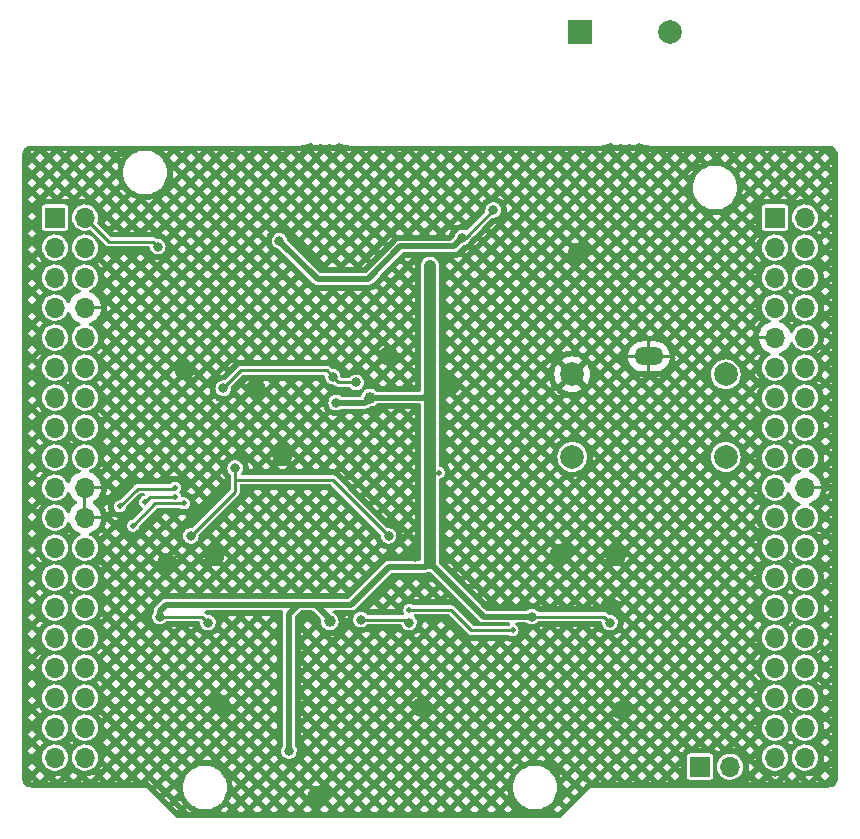
<source format=gbr>
%TF.GenerationSoftware,KiCad,Pcbnew,(6.0.8)*%
%TF.CreationDate,2022-11-07T12:18:00+02:00*%
%TF.ProjectId,inzynierka,696e7a79-6e69-4657-926b-612e6b696361,rev?*%
%TF.SameCoordinates,Original*%
%TF.FileFunction,Copper,L2,Bot*%
%TF.FilePolarity,Positive*%
%FSLAX46Y46*%
G04 Gerber Fmt 4.6, Leading zero omitted, Abs format (unit mm)*
G04 Created by KiCad (PCBNEW (6.0.8)) date 2022-11-07 12:18:00*
%MOMM*%
%LPD*%
G01*
G04 APERTURE LIST*
%TA.AperFunction,ComponentPad*%
%ADD10R,1.700000X1.700000*%
%TD*%
%TA.AperFunction,ComponentPad*%
%ADD11O,1.700000X1.700000*%
%TD*%
%TA.AperFunction,ComponentPad*%
%ADD12R,2.000000X2.000000*%
%TD*%
%TA.AperFunction,ComponentPad*%
%ADD13C,2.000000*%
%TD*%
%TA.AperFunction,ComponentPad*%
%ADD14O,2.500000X1.524000*%
%TD*%
%TA.AperFunction,ViaPad*%
%ADD15C,0.800000*%
%TD*%
%TA.AperFunction,ViaPad*%
%ADD16C,1.000000*%
%TD*%
%TA.AperFunction,ViaPad*%
%ADD17C,0.500000*%
%TD*%
%TA.AperFunction,Conductor*%
%ADD18C,0.500000*%
%TD*%
%TA.AperFunction,Conductor*%
%ADD19C,0.250000*%
%TD*%
%TA.AperFunction,Conductor*%
%ADD20C,1.000000*%
%TD*%
G04 APERTURE END LIST*
D10*
%TO.P,J104,1,Pin_1*%
%TO.N,/TRANSMITER/BUZZER+*%
X128860000Y-132732000D03*
D11*
%TO.P,J104,2,Pin_2*%
%TO.N,/TRANSMITER/BUZZER-*%
X131400000Y-132732000D03*
%TD*%
D12*
%TO.P,BZ101,1,-*%
%TO.N,Net-(BZ101-Pad1)*%
X118700000Y-70502000D03*
D13*
%TO.P,BZ101,2,+*%
%TO.N,Net-(BZ101-Pad2)*%
X126300000Y-70502000D03*
%TD*%
D14*
%TO.P,T501,0*%
%TO.N,GND*%
X124542000Y-98014000D03*
D13*
%TO.P,T501,1,AA*%
%TO.N,/TRANSMITER/BUZZER+*%
X131042000Y-106514000D03*
%TO.P,T501,2,AB*%
%TO.N,/TRANSMITER/BUZZER-*%
X131042000Y-99514000D03*
%TO.P,T501,3,SA*%
%TO.N,GND*%
X118042000Y-99514000D03*
%TO.P,T501,4,SB*%
%TO.N,Net-(D501-Pad1)*%
X118042000Y-106514000D03*
%TD*%
D10*
%TO.P,J102,1,Pin_1*%
%TO.N,DBG_LED*%
X135210000Y-86250000D03*
D11*
%TO.P,J102,2,Pin_2*%
%TO.N,unconnected-(J102-Pad2)*%
X137750000Y-86250000D03*
%TO.P,J102,3,Pin_3*%
%TO.N,unconnected-(J102-Pad3)*%
X135210000Y-88790000D03*
%TO.P,J102,4,Pin_4*%
%TO.N,unconnected-(J102-Pad4)*%
X137750000Y-88790000D03*
%TO.P,J102,5,Pin_5*%
%TO.N,unconnected-(J102-Pad5)*%
X135210000Y-91330000D03*
%TO.P,J102,6,Pin_6*%
%TO.N,unconnected-(J102-Pad6)*%
X137750000Y-91330000D03*
%TO.P,J102,7,Pin_7*%
%TO.N,unconnected-(J102-Pad7)*%
X135210000Y-93870000D03*
%TO.P,J102,8,Pin_8*%
%TO.N,unconnected-(J102-Pad8)*%
X137750000Y-93870000D03*
%TO.P,J102,9,Pin_9*%
%TO.N,GND*%
X135210000Y-96410000D03*
%TO.P,J102,10,Pin_10*%
%TO.N,unconnected-(J102-Pad10)*%
X137750000Y-96410000D03*
%TO.P,J102,11,Pin_11*%
%TO.N,unconnected-(J102-Pad11)*%
X135210000Y-98950000D03*
%TO.P,J102,12,Pin_12*%
%TO.N,unconnected-(J102-Pad12)*%
X137750000Y-98950000D03*
%TO.P,J102,13,Pin_13*%
%TO.N,PIEZO*%
X135210000Y-101490000D03*
%TO.P,J102,14,Pin_14*%
%TO.N,unconnected-(J102-Pad14)*%
X137750000Y-101490000D03*
%TO.P,J102,15,Pin_15*%
%TO.N,unconnected-(J102-Pad15)*%
X135210000Y-104030000D03*
%TO.P,J102,16,Pin_16*%
%TO.N,unconnected-(J102-Pad16)*%
X137750000Y-104030000D03*
%TO.P,J102,17,Pin_17*%
%TO.N,unconnected-(J102-Pad17)*%
X135210000Y-106570000D03*
%TO.P,J102,18,Pin_18*%
%TO.N,unconnected-(J102-Pad18)*%
X137750000Y-106570000D03*
%TO.P,J102,19,Pin_19*%
%TO.N,unconnected-(J102-Pad19)*%
X135210000Y-109110000D03*
%TO.P,J102,20,Pin_20*%
%TO.N,GND*%
X137750000Y-109110000D03*
%TO.P,J102,21,Pin_21*%
%TO.N,unconnected-(J102-Pad21)*%
X135210000Y-111650000D03*
%TO.P,J102,22,Pin_22*%
%TO.N,unconnected-(J102-Pad22)*%
X137750000Y-111650000D03*
%TO.P,J102,23,Pin_23*%
%TO.N,unconnected-(J102-Pad23)*%
X135210000Y-114190000D03*
%TO.P,J102,24,Pin_24*%
%TO.N,unconnected-(J102-Pad24)*%
X137750000Y-114190000D03*
%TO.P,J102,25,Pin_25*%
%TO.N,unconnected-(J102-Pad25)*%
X135210000Y-116730000D03*
%TO.P,J102,26,Pin_26*%
%TO.N,unconnected-(J102-Pad26)*%
X137750000Y-116730000D03*
%TO.P,J102,27,Pin_27*%
%TO.N,unconnected-(J102-Pad27)*%
X135210000Y-119270000D03*
%TO.P,J102,28,Pin_28*%
%TO.N,unconnected-(J102-Pad28)*%
X137750000Y-119270000D03*
%TO.P,J102,29,Pin_29*%
%TO.N,unconnected-(J102-Pad29)*%
X135210000Y-121810000D03*
%TO.P,J102,30,Pin_30*%
%TO.N,unconnected-(J102-Pad30)*%
X137750000Y-121810000D03*
%TO.P,J102,31,Pin_31*%
%TO.N,unconnected-(J102-Pad31)*%
X135210000Y-124350000D03*
%TO.P,J102,32,Pin_32*%
%TO.N,GNDA*%
X137750000Y-124350000D03*
%TO.P,J102,33,Pin_33*%
%TO.N,unconnected-(J102-Pad33)*%
X135210000Y-126890000D03*
%TO.P,J102,34,Pin_34*%
%TO.N,unconnected-(J102-Pad34)*%
X137750000Y-126890000D03*
%TO.P,J102,35,Pin_35*%
%TO.N,unconnected-(J102-Pad35)*%
X135210000Y-129430000D03*
%TO.P,J102,36,Pin_36*%
%TO.N,unconnected-(J102-Pad36)*%
X137750000Y-129430000D03*
%TO.P,J102,37,Pin_37*%
%TO.N,unconnected-(J102-Pad37)*%
X135210000Y-131970000D03*
%TO.P,J102,38,Pin_38*%
%TO.N,unconnected-(J102-Pad38)*%
X137750000Y-131970000D03*
%TD*%
D10*
%TO.P,J101,1,Pin_1*%
%TO.N,unconnected-(J101-Pad1)*%
X74250000Y-86250000D03*
D11*
%TO.P,J101,2,Pin_2*%
%TO.N,DBG_BUT*%
X76790000Y-86250000D03*
%TO.P,J101,3,Pin_3*%
%TO.N,unconnected-(J101-Pad3)*%
X74250000Y-88790000D03*
%TO.P,J101,4,Pin_4*%
%TO.N,unconnected-(J101-Pad4)*%
X76790000Y-88790000D03*
%TO.P,J101,5,Pin_5*%
%TO.N,unconnected-(J101-Pad5)*%
X74250000Y-91330000D03*
%TO.P,J101,6,Pin_6*%
%TO.N,unconnected-(J101-Pad6)*%
X76790000Y-91330000D03*
%TO.P,J101,7,Pin_7*%
%TO.N,unconnected-(J101-Pad7)*%
X74250000Y-93870000D03*
%TO.P,J101,8,Pin_8*%
%TO.N,GND*%
X76790000Y-93870000D03*
%TO.P,J101,9,Pin_9*%
%TO.N,unconnected-(J101-Pad9)*%
X74250000Y-96410000D03*
%TO.P,J101,10,Pin_10*%
%TO.N,unconnected-(J101-Pad10)*%
X76790000Y-96410000D03*
%TO.P,J101,11,Pin_11*%
%TO.N,unconnected-(J101-Pad11)*%
X74250000Y-98950000D03*
%TO.P,J101,12,Pin_12*%
%TO.N,IOREF*%
X76790000Y-98950000D03*
%TO.P,J101,13,Pin_13*%
%TO.N,unconnected-(J101-Pad13)*%
X74250000Y-101490000D03*
%TO.P,J101,14,Pin_14*%
%TO.N,unconnected-(J101-Pad14)*%
X76790000Y-101490000D03*
%TO.P,J101,15,Pin_15*%
%TO.N,unconnected-(J101-Pad15)*%
X74250000Y-104030000D03*
%TO.P,J101,16,Pin_16*%
%TO.N,+3V3*%
X76790000Y-104030000D03*
%TO.P,J101,17,Pin_17*%
%TO.N,unconnected-(J101-Pad17)*%
X74250000Y-106570000D03*
%TO.P,J101,18,Pin_18*%
%TO.N,+5V*%
X76790000Y-106570000D03*
%TO.P,J101,19,Pin_19*%
%TO.N,unconnected-(J101-Pad19)*%
X74250000Y-109110000D03*
%TO.P,J101,20,Pin_20*%
%TO.N,GND*%
X76790000Y-109110000D03*
%TO.P,J101,21,Pin_21*%
%TO.N,OUT_2*%
X74250000Y-111650000D03*
%TO.P,J101,22,Pin_22*%
%TO.N,GND*%
X76790000Y-111650000D03*
%TO.P,J101,23,Pin_23*%
%TO.N,unconnected-(J101-Pad23)*%
X74250000Y-114190000D03*
%TO.P,J101,24,Pin_24*%
%TO.N,unconnected-(J101-Pad24)*%
X76790000Y-114190000D03*
%TO.P,J101,25,Pin_25*%
%TO.N,unconnected-(J101-Pad25)*%
X74250000Y-116730000D03*
%TO.P,J101,26,Pin_26*%
%TO.N,unconnected-(J101-Pad26)*%
X76790000Y-116730000D03*
%TO.P,J101,27,Pin_27*%
%TO.N,unconnected-(J101-Pad27)*%
X74250000Y-119270000D03*
%TO.P,J101,28,Pin_28*%
%TO.N,OUT_0*%
X76790000Y-119270000D03*
%TO.P,J101,29,Pin_29*%
%TO.N,unconnected-(J101-Pad29)*%
X74250000Y-121810000D03*
%TO.P,J101,30,Pin_30*%
%TO.N,OUT_1*%
X76790000Y-121810000D03*
%TO.P,J101,31,Pin_31*%
%TO.N,unconnected-(J101-Pad31)*%
X74250000Y-124350000D03*
%TO.P,J101,32,Pin_32*%
%TO.N,THRESHOLD_MCU*%
X76790000Y-124350000D03*
%TO.P,J101,33,Pin_33*%
%TO.N,unconnected-(J101-Pad33)*%
X74250000Y-126890000D03*
%TO.P,J101,34,Pin_34*%
%TO.N,unconnected-(J101-Pad34)*%
X76790000Y-126890000D03*
%TO.P,J101,35,Pin_35*%
%TO.N,unconnected-(J101-Pad35)*%
X74250000Y-129430000D03*
%TO.P,J101,36,Pin_36*%
%TO.N,unconnected-(J101-Pad36)*%
X76790000Y-129430000D03*
%TO.P,J101,37,Pin_37*%
%TO.N,unconnected-(J101-Pad37)*%
X74250000Y-131970000D03*
%TO.P,J101,38,Pin_38*%
%TO.N,unconnected-(J101-Pad38)*%
X76790000Y-131970000D03*
%TD*%
D15*
%TO.N,+5V*%
X111352333Y-85616106D03*
X93252333Y-88216106D03*
X108750000Y-87950000D03*
%TO.N,GND*%
X102500000Y-97950000D03*
X104750000Y-114950000D03*
X122250000Y-127950000D03*
X83750000Y-115450000D03*
X117000000Y-114700000D03*
X121750000Y-114950000D03*
X91250000Y-100700000D03*
X118500000Y-89200000D03*
X105250000Y-127700000D03*
X107750000Y-100450000D03*
X85250000Y-99200000D03*
X96500000Y-135200000D03*
X121250000Y-119200000D03*
X87750000Y-114950000D03*
X88250000Y-127450000D03*
X93500000Y-106450000D03*
D16*
%TO.N,+3V3*%
X106000000Y-91330000D03*
D17*
X106762000Y-107840000D03*
D15*
X87204000Y-120540000D03*
D16*
X97500000Y-120450000D03*
D15*
X83140000Y-120032000D03*
D16*
X100920000Y-101490000D03*
D15*
X114636000Y-120032000D03*
X121240000Y-120540000D03*
X94062000Y-131424500D03*
X100158000Y-120286000D03*
D16*
X106000000Y-90314000D03*
D15*
X104222000Y-120540000D03*
X98052333Y-101916106D03*
%TO.N,OPERATING_POINT*%
X89500000Y-107450000D03*
X85750000Y-113200000D03*
X102500000Y-113200000D03*
D17*
X113000000Y-121200000D03*
X104250000Y-119450000D03*
%TO.N,OUT_0*%
X80854000Y-112346000D03*
X85172000Y-110446500D03*
%TO.N,OUT_1*%
X81870000Y-110330000D03*
X84410000Y-109872000D03*
%TO.N,OUT_2*%
X79750000Y-110700000D03*
X84410000Y-109110000D03*
D15*
%TO.N,THRESHOLD_OP*%
X88500000Y-100700000D03*
X97759219Y-99709220D03*
X99750000Y-100200000D03*
%TO.N,DBG_BUT*%
X82952333Y-88716106D03*
%TD*%
D18*
%TO.N,+5V*%
X96486227Y-91450000D02*
X100750000Y-91450000D01*
X103500000Y-88700000D02*
X108000000Y-88700000D01*
X108000000Y-88700000D02*
X108750000Y-87950000D01*
D19*
X109018439Y-87950000D02*
X108750000Y-87950000D01*
D18*
X100750000Y-91450000D02*
X103500000Y-88700000D01*
X93252333Y-88216106D02*
X96486227Y-91450000D01*
D19*
X111352333Y-85616106D02*
X109018439Y-87950000D01*
D18*
%TO.N,+3V3*%
X83648000Y-119016000D02*
X83140000Y-119524000D01*
D19*
X103968000Y-120286000D02*
X100158000Y-120286000D01*
D18*
X105660000Y-115800000D02*
X102532000Y-115800000D01*
X97500000Y-120200000D02*
X97500000Y-120450000D01*
X114636000Y-120032000D02*
X110572000Y-120032000D01*
D19*
X120732000Y-120032000D02*
X121240000Y-120540000D01*
X98052333Y-101916106D02*
X98018439Y-101950000D01*
X114636000Y-120032000D02*
X120732000Y-120032000D01*
D18*
X100493894Y-101916106D02*
X100920000Y-101490000D01*
D19*
X106762000Y-107840000D02*
X106000000Y-107840000D01*
D18*
X110572000Y-120032000D02*
X106000000Y-115460000D01*
X100920000Y-101490000D02*
X105460000Y-101490000D01*
X98052333Y-101916106D02*
X100493894Y-101916106D01*
D19*
X104222000Y-120540000D02*
X103968000Y-120286000D01*
D18*
X94824000Y-119016000D02*
X83648000Y-119016000D01*
D20*
X106000000Y-98950000D02*
X106000000Y-107840000D01*
D19*
X87204000Y-120540000D02*
X86696000Y-120032000D01*
D18*
X102532000Y-115800000D02*
X99316000Y-119016000D01*
X96316000Y-119016000D02*
X94824000Y-119016000D01*
X106000000Y-100950000D02*
X106000000Y-98950000D01*
D20*
X106000000Y-107840000D02*
X106000000Y-115460000D01*
D18*
X105460000Y-101490000D02*
X106000000Y-100950000D01*
D20*
X106000000Y-90314000D02*
X106000000Y-98950000D01*
D18*
X99316000Y-119016000D02*
X96316000Y-119016000D01*
X94824000Y-119016000D02*
X94062000Y-119778000D01*
X83140000Y-119524000D02*
X83140000Y-120032000D01*
X96316000Y-119016000D02*
X97500000Y-120200000D01*
D19*
X86696000Y-120032000D02*
X83140000Y-120032000D01*
D18*
X106000000Y-115460000D02*
X105660000Y-115800000D01*
X94062000Y-119778000D02*
X94062000Y-131424500D01*
D19*
%TO.N,OPERATING_POINT*%
X107750000Y-119450000D02*
X109250000Y-120950000D01*
X97750000Y-108450000D02*
X89500000Y-108450000D01*
X89500000Y-107450000D02*
X89500000Y-108450000D01*
X104250000Y-119450000D02*
X107750000Y-119450000D01*
X109250000Y-120950000D02*
X109500000Y-121200000D01*
X89500000Y-108450000D02*
X89500000Y-109450000D01*
X109500000Y-121200000D02*
X113000000Y-121200000D01*
X89500000Y-109450000D02*
X85750000Y-113200000D01*
X102500000Y-113200000D02*
X97750000Y-108450000D01*
%TO.N,OUT_0*%
X82753500Y-110446500D02*
X80854000Y-112346000D01*
X85172000Y-110446500D02*
X82753500Y-110446500D01*
%TO.N,OUT_1*%
X84410000Y-109872000D02*
X82328000Y-109872000D01*
X82328000Y-109872000D02*
X81870000Y-110330000D01*
%TO.N,OUT_2*%
X84320000Y-109200000D02*
X84410000Y-109110000D01*
X79750000Y-110700000D02*
X81250000Y-109200000D01*
X81250000Y-109200000D02*
X84320000Y-109200000D01*
%TO.N,THRESHOLD_OP*%
X98250000Y-100200000D02*
X97759219Y-99709220D01*
X90000000Y-99200000D02*
X88500000Y-100700000D01*
X99750000Y-100200000D02*
X98250000Y-100200000D01*
X97759219Y-99709220D02*
X97250000Y-99200000D01*
X97250000Y-99200000D02*
X90000000Y-99200000D01*
%TO.N,DBG_BUT*%
X82952333Y-88716106D02*
X82552333Y-88316106D01*
X82552333Y-88316106D02*
X78856106Y-88316106D01*
X78856106Y-88316106D02*
X76790000Y-86250000D01*
%TD*%
%TA.AperFunction,Conductor*%
%TO.N,GND*%
G36*
X121336980Y-79930199D02*
G01*
X121365611Y-79955041D01*
X121367063Y-79956747D01*
X121371853Y-79964339D01*
X121378582Y-79970282D01*
X121378583Y-79970283D01*
X121429038Y-80014843D01*
X121480170Y-80060001D01*
X121488293Y-80063815D01*
X121488295Y-80063816D01*
X121506794Y-80072501D01*
X121610982Y-80121417D01*
X121619846Y-80122797D01*
X121619849Y-80122798D01*
X121687589Y-80133345D01*
X121720697Y-80138500D01*
X121796226Y-80138500D01*
X121858563Y-80129572D01*
X121894165Y-80124474D01*
X121894167Y-80124473D01*
X121903052Y-80123201D01*
X122034605Y-80063388D01*
X122052265Y-80048171D01*
X122116927Y-80018857D01*
X122187173Y-80029156D01*
X122217920Y-80049183D01*
X122230170Y-80060001D01*
X122360982Y-80121417D01*
X122369846Y-80122797D01*
X122369849Y-80122798D01*
X122437589Y-80133345D01*
X122470697Y-80138500D01*
X122546226Y-80138500D01*
X122608563Y-80129572D01*
X122644165Y-80124474D01*
X122644167Y-80124473D01*
X122653052Y-80123201D01*
X122784605Y-80063388D01*
X122802265Y-80048171D01*
X122866927Y-80018857D01*
X122937173Y-80029156D01*
X122967920Y-80049183D01*
X122980170Y-80060001D01*
X123110982Y-80121417D01*
X123119846Y-80122797D01*
X123119849Y-80122798D01*
X123187589Y-80133345D01*
X123220697Y-80138500D01*
X123296226Y-80138500D01*
X123358563Y-80129572D01*
X123394165Y-80124474D01*
X123394167Y-80124473D01*
X123403052Y-80123201D01*
X123534605Y-80063388D01*
X123541404Y-80057530D01*
X123541408Y-80057527D01*
X123637282Y-79974916D01*
X123637284Y-79974913D01*
X123644082Y-79969056D01*
X123648965Y-79961523D01*
X123654864Y-79954760D01*
X123657542Y-79957096D01*
X123698503Y-79921898D01*
X123768818Y-79912083D01*
X123819288Y-79931243D01*
X123906511Y-79988228D01*
X123910878Y-79991081D01*
X123915653Y-79993175D01*
X123915652Y-79993175D01*
X124076698Y-80063816D01*
X124101269Y-80074594D01*
X124106318Y-80075872D01*
X124106322Y-80075874D01*
X124293212Y-80123201D01*
X124302808Y-80125631D01*
X124486565Y-80140857D01*
X124503881Y-80143514D01*
X124528318Y-80149027D01*
X124549937Y-80153903D01*
X124550481Y-80154075D01*
X124553287Y-80155946D01*
X124561541Y-80157579D01*
X124561542Y-80157579D01*
X124597994Y-80164789D01*
X124601269Y-80165482D01*
X124612061Y-80167916D01*
X124620785Y-80169884D01*
X124624190Y-80169971D01*
X124627537Y-80170633D01*
X124633723Y-80170626D01*
X124633729Y-80170627D01*
X124647559Y-80170612D01*
X124650905Y-80170653D01*
X124665373Y-80171022D01*
X124696449Y-80171815D01*
X124699595Y-80170605D01*
X124700163Y-80170556D01*
X134137152Y-80160510D01*
X139744596Y-80154540D01*
X139769302Y-80156960D01*
X139782000Y-80159486D01*
X139794170Y-80157065D01*
X139801858Y-80157065D01*
X139814206Y-80157672D01*
X139845906Y-80160794D01*
X139918212Y-80167916D01*
X139942432Y-80172733D01*
X140061546Y-80208866D01*
X140084355Y-80218315D01*
X140194124Y-80276987D01*
X140214655Y-80290705D01*
X140310876Y-80369671D01*
X140328329Y-80387124D01*
X140407295Y-80483345D01*
X140421013Y-80503876D01*
X140479685Y-80613645D01*
X140489134Y-80636454D01*
X140525267Y-80755568D01*
X140530084Y-80779788D01*
X140540328Y-80883791D01*
X140540935Y-80896142D01*
X140540935Y-80903830D01*
X140538514Y-80916000D01*
X140540935Y-80928170D01*
X140541079Y-80928894D01*
X140543500Y-80953476D01*
X140543500Y-133710524D01*
X140541079Y-133735103D01*
X140538514Y-133748000D01*
X140540935Y-133760170D01*
X140540935Y-133767858D01*
X140540328Y-133780209D01*
X140530084Y-133884212D01*
X140525267Y-133908432D01*
X140489134Y-134027546D01*
X140479685Y-134050355D01*
X140421013Y-134160124D01*
X140407295Y-134180655D01*
X140328329Y-134276876D01*
X140310876Y-134294329D01*
X140214655Y-134373295D01*
X140194124Y-134387013D01*
X140084355Y-134445685D01*
X140061546Y-134455134D01*
X139942432Y-134491267D01*
X139918212Y-134496084D01*
X139845906Y-134503206D01*
X139814206Y-134506328D01*
X139801858Y-134506935D01*
X139794170Y-134506935D01*
X139782000Y-134504514D01*
X139769103Y-134507079D01*
X139744524Y-134509500D01*
X119753471Y-134509500D01*
X119728891Y-134507079D01*
X119728172Y-134506936D01*
X119716000Y-134504515D01*
X119703828Y-134506936D01*
X119690942Y-134509499D01*
X119690934Y-134509500D01*
X119690931Y-134509500D01*
X119690926Y-134509501D01*
X119628869Y-134521845D01*
X119628868Y-134521845D01*
X119616699Y-134524266D01*
X119553768Y-134566316D01*
X119532516Y-134580516D01*
X119525622Y-134590834D01*
X119525208Y-134591453D01*
X119509538Y-134610545D01*
X117107487Y-137012595D01*
X117045175Y-137046621D01*
X117018392Y-137049500D01*
X84567607Y-137049500D01*
X84499486Y-137029498D01*
X84478512Y-137012595D01*
X83529105Y-136063187D01*
X84233381Y-136063187D01*
X84588350Y-136418155D01*
X84683127Y-136323378D01*
X85387404Y-136323378D01*
X85615526Y-136551500D01*
X85772474Y-136551500D01*
X85761943Y-136545776D01*
X85757975Y-136543525D01*
X85742278Y-136534242D01*
X85738390Y-136531847D01*
X85723393Y-136522228D01*
X85719600Y-136519697D01*
X85583769Y-136425468D01*
X88317923Y-136425468D01*
X88443955Y-136551500D01*
X88697646Y-136551500D01*
X88925768Y-136323378D01*
X89630045Y-136323378D01*
X89858167Y-136551500D01*
X90111858Y-136551500D01*
X90339981Y-136323377D01*
X91044259Y-136323377D01*
X91272382Y-136551500D01*
X91526073Y-136551500D01*
X91754195Y-136323378D01*
X92458472Y-136323378D01*
X92686594Y-136551500D01*
X92940285Y-136551500D01*
X93168408Y-136323377D01*
X93872686Y-136323377D01*
X94100809Y-136551500D01*
X94354500Y-136551500D01*
X94582622Y-136323378D01*
X95286899Y-136323378D01*
X95515021Y-136551500D01*
X95768712Y-136551500D01*
X95996835Y-136323377D01*
X96701113Y-136323377D01*
X96929236Y-136551500D01*
X97182927Y-136551500D01*
X97411049Y-136323378D01*
X97411048Y-136323377D01*
X98115327Y-136323377D01*
X98343450Y-136551500D01*
X98597141Y-136551500D01*
X98825263Y-136323378D01*
X99529540Y-136323378D01*
X99757662Y-136551500D01*
X100011353Y-136551500D01*
X100239476Y-136323377D01*
X100943754Y-136323377D01*
X101171877Y-136551500D01*
X101425568Y-136551500D01*
X101653690Y-136323378D01*
X102357967Y-136323378D01*
X102586089Y-136551500D01*
X102839780Y-136551500D01*
X103067903Y-136323377D01*
X103772181Y-136323377D01*
X104000304Y-136551500D01*
X104253995Y-136551500D01*
X104482117Y-136323378D01*
X105186394Y-136323378D01*
X105414516Y-136551500D01*
X105668207Y-136551500D01*
X105896330Y-136323377D01*
X106600608Y-136323377D01*
X106828731Y-136551500D01*
X107082422Y-136551500D01*
X107310544Y-136323378D01*
X108014821Y-136323378D01*
X108242943Y-136551500D01*
X108496634Y-136551500D01*
X108724756Y-136323378D01*
X109429035Y-136323378D01*
X109657157Y-136551500D01*
X109910848Y-136551500D01*
X110138971Y-136323377D01*
X110843249Y-136323377D01*
X111071372Y-136551500D01*
X111325063Y-136551500D01*
X111553185Y-136323378D01*
X112257462Y-136323378D01*
X112485584Y-136551500D01*
X112739275Y-136551500D01*
X112967398Y-136323377D01*
X112612431Y-135968410D01*
X112257462Y-136323378D01*
X111553185Y-136323378D01*
X111198216Y-135968410D01*
X110843249Y-136323377D01*
X110138971Y-136323377D01*
X109784004Y-135968410D01*
X109429035Y-136323378D01*
X108724756Y-136323378D01*
X108724757Y-136323377D01*
X108369790Y-135968410D01*
X108014821Y-136323378D01*
X107310544Y-136323378D01*
X106955575Y-135968410D01*
X106600608Y-136323377D01*
X105896330Y-136323377D01*
X105541363Y-135968410D01*
X105186394Y-136323378D01*
X104482117Y-136323378D01*
X104127148Y-135968410D01*
X103772181Y-136323377D01*
X103067903Y-136323377D01*
X102712936Y-135968410D01*
X102357967Y-136323378D01*
X101653690Y-136323378D01*
X101298721Y-135968410D01*
X100943754Y-136323377D01*
X100239476Y-136323377D01*
X99884509Y-135968410D01*
X99529540Y-136323378D01*
X98825263Y-136323378D01*
X98470294Y-135968410D01*
X98115327Y-136323377D01*
X97411048Y-136323377D01*
X97056080Y-135968410D01*
X96701113Y-136323377D01*
X95996835Y-136323377D01*
X95641868Y-135968410D01*
X95286899Y-136323378D01*
X94582622Y-136323378D01*
X94227653Y-135968410D01*
X93872686Y-136323377D01*
X93168408Y-136323377D01*
X92813441Y-135968410D01*
X92458472Y-136323378D01*
X91754195Y-136323378D01*
X91399226Y-135968410D01*
X91044259Y-136323377D01*
X90339981Y-136323377D01*
X89985014Y-135968410D01*
X89630045Y-136323378D01*
X88925768Y-136323378D01*
X88693911Y-136091521D01*
X88538229Y-136250776D01*
X88534975Y-136253985D01*
X88522065Y-136266267D01*
X88518706Y-136269349D01*
X88505047Y-136281433D01*
X88501577Y-136284393D01*
X88487820Y-136295703D01*
X88484244Y-136298536D01*
X88317923Y-136425468D01*
X85583769Y-136425468D01*
X85498470Y-136366294D01*
X85494769Y-136363626D01*
X85480512Y-136352951D01*
X85476910Y-136350151D01*
X85462717Y-136338699D01*
X85459222Y-136335773D01*
X85445769Y-136324090D01*
X85442374Y-136321032D01*
X85415166Y-136295616D01*
X85387404Y-136323378D01*
X84683127Y-136323378D01*
X84328158Y-135968410D01*
X84233381Y-136063187D01*
X83529105Y-136063187D01*
X83284653Y-135818735D01*
X82821998Y-135356080D01*
X83526275Y-135356080D01*
X83881243Y-135711049D01*
X83976020Y-135616272D01*
X83976019Y-135616271D01*
X84680297Y-135616271D01*
X85035265Y-135971239D01*
X85074687Y-135931817D01*
X85028643Y-135874242D01*
X85025855Y-135870623D01*
X85015235Y-135856309D01*
X85012583Y-135852596D01*
X85002254Y-135837566D01*
X84999741Y-135833764D01*
X84990194Y-135818735D01*
X84987818Y-135814839D01*
X84851832Y-135582592D01*
X84849599Y-135578617D01*
X84841165Y-135562938D01*
X84839078Y-135558883D01*
X84831026Y-135542521D01*
X84829086Y-135538391D01*
X84821800Y-135522124D01*
X84820008Y-135517922D01*
X84808084Y-135488484D01*
X84680297Y-135616271D01*
X83976019Y-135616271D01*
X83621052Y-135261303D01*
X83526275Y-135356080D01*
X82821998Y-135356080D01*
X82114891Y-134648973D01*
X82819168Y-134648973D01*
X83174136Y-135003942D01*
X83268913Y-134909165D01*
X83973191Y-134909165D01*
X84328158Y-135264132D01*
X84636974Y-134955316D01*
X84632851Y-134938467D01*
X84631848Y-134934020D01*
X84628242Y-134916572D01*
X84627398Y-134912081D01*
X84624357Y-134894100D01*
X84623678Y-134889586D01*
X84621346Y-134871928D01*
X84620831Y-134867398D01*
X84618666Y-134844703D01*
X84328159Y-134554196D01*
X83973191Y-134909165D01*
X83268913Y-134909165D01*
X82913945Y-134554196D01*
X82819168Y-134648973D01*
X82114891Y-134648973D01*
X82076460Y-134610542D01*
X82060790Y-134591450D01*
X82060375Y-134590829D01*
X82053484Y-134580516D01*
X82032237Y-134566319D01*
X82032234Y-134566316D01*
X81969301Y-134524266D01*
X81957132Y-134521846D01*
X81957131Y-134521845D01*
X81882171Y-134506935D01*
X81870000Y-134504514D01*
X81857103Y-134507079D01*
X81832524Y-134509500D01*
X72255476Y-134509500D01*
X72230897Y-134507079D01*
X72218000Y-134504514D01*
X72205830Y-134506935D01*
X72198142Y-134506935D01*
X72185794Y-134506328D01*
X72154094Y-134503206D01*
X72081788Y-134496084D01*
X72057568Y-134491267D01*
X71938454Y-134455134D01*
X71915645Y-134445685D01*
X71805876Y-134387013D01*
X71785345Y-134373295D01*
X71689124Y-134294329D01*
X71671671Y-134276876D01*
X71592705Y-134180655D01*
X71578987Y-134160124D01*
X71520315Y-134050355D01*
X71510976Y-134027811D01*
X82026117Y-134027811D01*
X82066455Y-134035835D01*
X82078449Y-134038839D01*
X82124595Y-134052837D01*
X82136237Y-134057003D01*
X82181657Y-134075816D01*
X82192835Y-134081103D01*
X82235366Y-134103836D01*
X82245972Y-134110192D01*
X82308905Y-134152242D01*
X82308912Y-134152247D01*
X82308915Y-134152248D01*
X82330162Y-134166445D01*
X82340095Y-134173812D01*
X82377371Y-134204405D01*
X82386530Y-134212708D01*
X82421292Y-134247470D01*
X82429596Y-134256631D01*
X82442274Y-134272079D01*
X82467030Y-134296835D01*
X82561807Y-134202058D01*
X83266084Y-134202058D01*
X83621052Y-134557026D01*
X83625892Y-134552186D01*
X85091018Y-134552186D01*
X85116579Y-134820100D01*
X85117664Y-134824534D01*
X85117665Y-134824540D01*
X85163435Y-135011586D01*
X85180547Y-135081518D01*
X85281583Y-135330963D01*
X85417569Y-135563210D01*
X85585658Y-135773395D01*
X85782327Y-135957113D01*
X86003457Y-136110516D01*
X86244416Y-136230391D01*
X86248750Y-136231812D01*
X86248753Y-136231813D01*
X86495823Y-136312807D01*
X86495829Y-136312808D01*
X86500156Y-136314227D01*
X86504647Y-136315007D01*
X86504648Y-136315007D01*
X86761538Y-136359611D01*
X86761546Y-136359612D01*
X86765319Y-136360267D01*
X86769156Y-136360458D01*
X86848777Y-136364422D01*
X86848785Y-136364422D01*
X86850348Y-136364500D01*
X87018374Y-136364500D01*
X87020642Y-136364335D01*
X87020654Y-136364335D01*
X87151457Y-136354844D01*
X87218425Y-136349985D01*
X87222880Y-136349001D01*
X87222883Y-136349001D01*
X87476770Y-136292947D01*
X87476772Y-136292946D01*
X87481226Y-136291963D01*
X87732900Y-136196613D01*
X87968172Y-136065931D01*
X88114842Y-135953996D01*
X88178491Y-135905421D01*
X88178495Y-135905417D01*
X88182116Y-135902654D01*
X88370249Y-135710203D01*
X88389329Y-135683990D01*
X88990658Y-135683990D01*
X89277907Y-135971239D01*
X89632874Y-135616272D01*
X90337152Y-135616272D01*
X90692119Y-135971239D01*
X91047088Y-135616271D01*
X91751365Y-135616271D01*
X92106334Y-135971239D01*
X92461301Y-135616272D01*
X92461300Y-135616271D01*
X93165579Y-135616271D01*
X93520548Y-135971239D01*
X93875515Y-135616272D01*
X94579793Y-135616272D01*
X94934760Y-135971239D01*
X95289728Y-135616272D01*
X97408220Y-135616272D01*
X97763187Y-135971239D01*
X98118156Y-135616271D01*
X98822433Y-135616271D01*
X99177402Y-135971239D01*
X99532369Y-135616272D01*
X100236647Y-135616272D01*
X100591614Y-135971239D01*
X100946583Y-135616271D01*
X101650860Y-135616271D01*
X102005829Y-135971239D01*
X102360796Y-135616272D01*
X103065074Y-135616272D01*
X103420042Y-135971240D01*
X103775010Y-135616272D01*
X104479288Y-135616272D01*
X104834255Y-135971239D01*
X105189224Y-135616271D01*
X105893501Y-135616271D01*
X106248470Y-135971239D01*
X106603437Y-135616272D01*
X107307715Y-135616272D01*
X107662682Y-135971239D01*
X108017651Y-135616271D01*
X108721928Y-135616271D01*
X109076897Y-135971239D01*
X109431864Y-135616272D01*
X110136142Y-135616272D01*
X110491109Y-135971239D01*
X110846078Y-135616271D01*
X111550355Y-135616271D01*
X111905324Y-135971239D01*
X112260291Y-135616272D01*
X111905323Y-135261303D01*
X111550355Y-135616271D01*
X110846078Y-135616271D01*
X110491110Y-135261303D01*
X110136142Y-135616272D01*
X109431864Y-135616272D01*
X109076896Y-135261303D01*
X108721928Y-135616271D01*
X108017651Y-135616271D01*
X107662683Y-135261303D01*
X107307715Y-135616272D01*
X106603437Y-135616272D01*
X106248469Y-135261303D01*
X105893501Y-135616271D01*
X105189224Y-135616271D01*
X104834256Y-135261303D01*
X104479288Y-135616272D01*
X103775010Y-135616272D01*
X103420042Y-135261304D01*
X103065074Y-135616272D01*
X102360796Y-135616272D01*
X102005828Y-135261303D01*
X101650860Y-135616271D01*
X100946583Y-135616271D01*
X100591615Y-135261303D01*
X100236647Y-135616272D01*
X99532369Y-135616272D01*
X99177401Y-135261303D01*
X98822433Y-135616271D01*
X98118156Y-135616271D01*
X97763188Y-135261303D01*
X97408220Y-135616272D01*
X95289728Y-135616272D01*
X95289729Y-135616271D01*
X94934761Y-135261303D01*
X94579793Y-135616272D01*
X93875515Y-135616272D01*
X93520547Y-135261303D01*
X93165579Y-135616271D01*
X92461300Y-135616271D01*
X92106333Y-135261303D01*
X91751365Y-135616271D01*
X91047088Y-135616271D01*
X90692120Y-135261303D01*
X90337152Y-135616272D01*
X89632874Y-135616272D01*
X89277906Y-135261303D01*
X89126016Y-135413193D01*
X89123520Y-135420260D01*
X89121925Y-135424529D01*
X89115389Y-135441102D01*
X89113636Y-135445321D01*
X89106335Y-135462032D01*
X89104433Y-135466181D01*
X89096715Y-135482235D01*
X89094664Y-135486308D01*
X88990658Y-135683990D01*
X88389329Y-135683990D01*
X88438620Y-135616271D01*
X88525942Y-135496304D01*
X88525947Y-135496297D01*
X88528630Y-135492610D01*
X88653941Y-135254433D01*
X88743557Y-135000662D01*
X88761591Y-134909164D01*
X89630045Y-134909164D01*
X89985014Y-135264132D01*
X90339981Y-134909165D01*
X91044259Y-134909165D01*
X91399226Y-135264132D01*
X91754195Y-134909164D01*
X92458472Y-134909164D01*
X92813441Y-135264132D01*
X93168408Y-134909165D01*
X93872686Y-134909165D01*
X94227653Y-135264132D01*
X94582622Y-134909164D01*
X95286899Y-134909164D01*
X95641868Y-135264132D01*
X95672632Y-135233368D01*
X95669659Y-135206443D01*
X95669976Y-135176170D01*
X95692090Y-135008193D01*
X95699619Y-134978869D01*
X95761164Y-134821015D01*
X95775470Y-134794334D01*
X95819441Y-134731770D01*
X95660332Y-134572661D01*
X97037616Y-134572661D01*
X97112753Y-134639606D01*
X97132774Y-134662315D01*
X97228738Y-134801944D01*
X97242764Y-134828773D01*
X97302653Y-134987262D01*
X97308627Y-135011586D01*
X97411048Y-134909165D01*
X98115327Y-134909165D01*
X98470294Y-135264132D01*
X98825263Y-134909164D01*
X99529540Y-134909164D01*
X99884509Y-135264132D01*
X100239476Y-134909165D01*
X100943754Y-134909165D01*
X101298721Y-135264132D01*
X101653690Y-134909164D01*
X102357967Y-134909164D01*
X102712936Y-135264132D01*
X103067903Y-134909165D01*
X103772181Y-134909165D01*
X104127148Y-135264132D01*
X104482117Y-134909164D01*
X105186394Y-134909164D01*
X105541363Y-135264132D01*
X105896330Y-134909165D01*
X106600608Y-134909165D01*
X106955575Y-135264132D01*
X107310544Y-134909164D01*
X108014821Y-134909164D01*
X108369790Y-135264132D01*
X108724757Y-134909165D01*
X108724756Y-134909164D01*
X109429035Y-134909164D01*
X109784004Y-135264132D01*
X110138971Y-134909165D01*
X110843249Y-134909165D01*
X111198216Y-135264132D01*
X111553185Y-134909164D01*
X112257462Y-134909164D01*
X112612431Y-135264132D01*
X112645775Y-135230788D01*
X112644162Y-135225793D01*
X112642839Y-135221428D01*
X112637983Y-135204295D01*
X112636819Y-135199884D01*
X112572851Y-134938466D01*
X112571848Y-134934020D01*
X112568242Y-134916572D01*
X112567398Y-134912081D01*
X112564357Y-134894100D01*
X112563678Y-134889586D01*
X112561346Y-134871928D01*
X112560831Y-134867398D01*
X112538046Y-134628580D01*
X112257462Y-134909164D01*
X111553185Y-134909164D01*
X111198217Y-134554196D01*
X110843249Y-134909165D01*
X110138971Y-134909165D01*
X109784003Y-134554196D01*
X109429035Y-134909164D01*
X108724756Y-134909164D01*
X108369789Y-134554196D01*
X108014821Y-134909164D01*
X107310544Y-134909164D01*
X106955576Y-134554196D01*
X106600608Y-134909165D01*
X105896330Y-134909165D01*
X105541362Y-134554196D01*
X105186394Y-134909164D01*
X104482117Y-134909164D01*
X104127149Y-134554196D01*
X103772181Y-134909165D01*
X103067903Y-134909165D01*
X102712935Y-134554196D01*
X102357967Y-134909164D01*
X101653690Y-134909164D01*
X101298722Y-134554196D01*
X100943754Y-134909165D01*
X100239476Y-134909165D01*
X99884508Y-134554196D01*
X99529540Y-134909164D01*
X98825263Y-134909164D01*
X98470295Y-134554196D01*
X98115327Y-134909165D01*
X97411048Y-134909165D01*
X97411049Y-134909164D01*
X97056081Y-134554196D01*
X97037616Y-134572661D01*
X95660332Y-134572661D01*
X95641867Y-134554196D01*
X95286899Y-134909164D01*
X94582622Y-134909164D01*
X94227654Y-134554196D01*
X93872686Y-134909165D01*
X93168408Y-134909165D01*
X92813440Y-134554196D01*
X92458472Y-134909164D01*
X91754195Y-134909164D01*
X91399227Y-134554196D01*
X91044259Y-134909165D01*
X90339981Y-134909165D01*
X89985013Y-134554196D01*
X89630045Y-134909164D01*
X88761591Y-134909164D01*
X88777436Y-134828773D01*
X88794720Y-134741083D01*
X88794721Y-134741077D01*
X88795601Y-134736611D01*
X88802827Y-134591453D01*
X88808755Y-134472383D01*
X88808755Y-134472377D01*
X88808982Y-134467814D01*
X88783421Y-134199900D01*
X88780224Y-134186832D01*
X88720539Y-133942920D01*
X88719453Y-133938482D01*
X88704604Y-133901822D01*
X89223175Y-133901822D01*
X89267149Y-134081534D01*
X89268152Y-134085980D01*
X89271758Y-134103428D01*
X89272602Y-134107919D01*
X89275643Y-134125900D01*
X89276322Y-134130414D01*
X89278654Y-134148072D01*
X89279169Y-134152602D01*
X89304730Y-134420516D01*
X89305081Y-134425062D01*
X89306130Y-134442841D01*
X89306317Y-134447402D01*
X89306731Y-134465634D01*
X89306751Y-134470198D01*
X89306510Y-134488014D01*
X89306366Y-134492574D01*
X89304481Y-134530451D01*
X89632874Y-134202057D01*
X90337152Y-134202057D01*
X90692120Y-134557026D01*
X91047088Y-134202058D01*
X91751365Y-134202058D01*
X92106333Y-134557026D01*
X92461300Y-134202058D01*
X93165579Y-134202058D01*
X93520547Y-134557026D01*
X93875515Y-134202057D01*
X94579793Y-134202057D01*
X94934761Y-134557026D01*
X95289729Y-134202058D01*
X95994006Y-134202058D01*
X96212927Y-134420979D01*
X96224794Y-134416565D01*
X96389539Y-134377013D01*
X96419613Y-134373534D01*
X96531877Y-134374122D01*
X96703942Y-134202057D01*
X97408220Y-134202057D01*
X97763188Y-134557026D01*
X98118156Y-134202058D01*
X98822433Y-134202058D01*
X99177401Y-134557026D01*
X99532369Y-134202057D01*
X100236647Y-134202057D01*
X100591615Y-134557026D01*
X100946583Y-134202058D01*
X101650860Y-134202058D01*
X102005828Y-134557026D01*
X102360796Y-134202057D01*
X103065074Y-134202057D01*
X103420042Y-134557025D01*
X103775010Y-134202057D01*
X104479288Y-134202057D01*
X104834256Y-134557026D01*
X105189224Y-134202058D01*
X105893501Y-134202058D01*
X106248469Y-134557026D01*
X106603437Y-134202057D01*
X107307715Y-134202057D01*
X107662683Y-134557026D01*
X108017651Y-134202058D01*
X108721928Y-134202058D01*
X109076896Y-134557026D01*
X109431864Y-134202057D01*
X110136142Y-134202057D01*
X110491110Y-134557026D01*
X110846078Y-134202058D01*
X111550355Y-134202058D01*
X111905323Y-134557026D01*
X111910163Y-134552186D01*
X113031018Y-134552186D01*
X113056579Y-134820100D01*
X113057664Y-134824534D01*
X113057665Y-134824540D01*
X113103435Y-135011586D01*
X113120547Y-135081518D01*
X113221583Y-135330963D01*
X113357569Y-135563210D01*
X113525658Y-135773395D01*
X113722327Y-135957113D01*
X113943457Y-136110516D01*
X114184416Y-136230391D01*
X114188750Y-136231812D01*
X114188753Y-136231813D01*
X114435823Y-136312807D01*
X114435829Y-136312808D01*
X114440156Y-136314227D01*
X114444647Y-136315007D01*
X114444648Y-136315007D01*
X114701538Y-136359611D01*
X114701546Y-136359612D01*
X114705319Y-136360267D01*
X114709156Y-136360458D01*
X114788777Y-136364422D01*
X114788785Y-136364422D01*
X114790348Y-136364500D01*
X114958374Y-136364500D01*
X114960642Y-136364335D01*
X114960654Y-136364335D01*
X115091457Y-136354844D01*
X115158425Y-136349985D01*
X115162880Y-136349001D01*
X115162883Y-136349001D01*
X115278943Y-136323377D01*
X116500103Y-136323377D01*
X116728226Y-136551500D01*
X116864305Y-136551500D01*
X117151233Y-136264573D01*
X116855070Y-135968410D01*
X116500103Y-136323377D01*
X115278943Y-136323377D01*
X115416770Y-136292947D01*
X115416772Y-136292946D01*
X115421226Y-136291963D01*
X115672900Y-136196613D01*
X115908172Y-136065931D01*
X116054842Y-135953996D01*
X116118491Y-135905421D01*
X116118495Y-135905417D01*
X116122116Y-135902654D01*
X116310249Y-135710203D01*
X116378619Y-135616272D01*
X117207210Y-135616272D01*
X117503372Y-135912434D01*
X117858340Y-135557465D01*
X117562178Y-135261303D01*
X117207210Y-135616272D01*
X116378619Y-135616272D01*
X116378620Y-135616271D01*
X116465942Y-135496304D01*
X116465947Y-135496297D01*
X116468630Y-135492610D01*
X116593941Y-135254433D01*
X116683557Y-135000662D01*
X116701591Y-134909164D01*
X117914316Y-134909164D01*
X118210480Y-135205327D01*
X118565447Y-134850360D01*
X118269284Y-134554196D01*
X117914316Y-134909164D01*
X116701591Y-134909164D01*
X116717436Y-134828773D01*
X116734720Y-134741083D01*
X116734721Y-134741077D01*
X116735601Y-134736611D01*
X116742827Y-134591453D01*
X116748755Y-134472383D01*
X116748755Y-134472377D01*
X116748982Y-134467814D01*
X116723421Y-134199900D01*
X116720224Y-134186832D01*
X117222435Y-134186832D01*
X117225646Y-134220494D01*
X117562178Y-134557026D01*
X117917146Y-134202058D01*
X118621423Y-134202058D01*
X118917586Y-134498221D01*
X119143721Y-134272086D01*
X119156410Y-134256625D01*
X119164715Y-134247462D01*
X119199479Y-134212700D01*
X119208639Y-134204398D01*
X119245915Y-134173807D01*
X119255848Y-134166441D01*
X119277077Y-134152257D01*
X119277090Y-134152246D01*
X119279762Y-134150460D01*
X119140802Y-134011500D01*
X120226194Y-134011500D01*
X120555014Y-134011500D01*
X121640409Y-134011500D01*
X121969229Y-134011500D01*
X123054621Y-134011500D01*
X123383441Y-134011500D01*
X124468836Y-134011500D01*
X124797656Y-134011500D01*
X125883048Y-134011500D01*
X126211868Y-134011500D01*
X132954116Y-134011500D01*
X133282936Y-134011500D01*
X134368331Y-134011500D01*
X134697151Y-134011500D01*
X135782543Y-134011500D01*
X136111363Y-134011500D01*
X137196758Y-134011500D01*
X137525578Y-134011500D01*
X138610972Y-134011500D01*
X138939792Y-134011500D01*
X138775382Y-133847090D01*
X138610972Y-134011500D01*
X137525578Y-134011500D01*
X137361168Y-133847090D01*
X137196758Y-134011500D01*
X136111363Y-134011500D01*
X135946953Y-133847090D01*
X135782543Y-134011500D01*
X134697151Y-134011500D01*
X134532741Y-133847090D01*
X134368331Y-134011500D01*
X133282936Y-134011500D01*
X133118526Y-133847090D01*
X132954116Y-134011500D01*
X126211868Y-134011500D01*
X126047458Y-133847090D01*
X125883048Y-134011500D01*
X124797656Y-134011500D01*
X124633246Y-133847090D01*
X124468836Y-134011500D01*
X123383441Y-134011500D01*
X123219031Y-133847090D01*
X123054621Y-134011500D01*
X121969229Y-134011500D01*
X121804819Y-133847090D01*
X121640409Y-134011500D01*
X120555014Y-134011500D01*
X120390604Y-133847090D01*
X120226194Y-134011500D01*
X119140802Y-134011500D01*
X118976392Y-133847090D01*
X118621423Y-134202058D01*
X117917146Y-134202058D01*
X117562177Y-133847090D01*
X117222435Y-134186832D01*
X116720224Y-134186832D01*
X116660539Y-133942920D01*
X116659453Y-133938482D01*
X116558417Y-133689037D01*
X116422431Y-133456790D01*
X116254342Y-133246605D01*
X116169706Y-133167542D01*
X116827511Y-133167542D01*
X116837746Y-133182434D01*
X116840259Y-133186236D01*
X116849806Y-133201265D01*
X116852182Y-133205161D01*
X116988168Y-133437408D01*
X116990401Y-133441383D01*
X116998835Y-133457062D01*
X117000922Y-133461117D01*
X117008974Y-133477479D01*
X117010914Y-133481609D01*
X117018200Y-133497876D01*
X117019992Y-133502078D01*
X117072724Y-133632266D01*
X117210039Y-133494951D01*
X117914316Y-133494951D01*
X118269284Y-133849919D01*
X118624252Y-133494950D01*
X119328530Y-133494950D01*
X119683498Y-133849919D01*
X120038466Y-133494951D01*
X120038465Y-133494950D01*
X120742744Y-133494950D01*
X121097712Y-133849919D01*
X121452680Y-133494951D01*
X122156957Y-133494951D01*
X122511925Y-133849919D01*
X122866893Y-133494950D01*
X123571171Y-133494950D01*
X123926139Y-133849919D01*
X124281107Y-133494951D01*
X124985384Y-133494951D01*
X125340352Y-133849919D01*
X125695320Y-133494950D01*
X126399598Y-133494950D01*
X126754566Y-133849919D01*
X127109534Y-133494951D01*
X126754565Y-133139983D01*
X126399598Y-133494950D01*
X125695320Y-133494950D01*
X125340353Y-133139983D01*
X124985384Y-133494951D01*
X124281107Y-133494951D01*
X123926138Y-133139983D01*
X123571171Y-133494950D01*
X122866893Y-133494950D01*
X122511926Y-133139983D01*
X122156957Y-133494951D01*
X121452680Y-133494951D01*
X121097711Y-133139983D01*
X120742744Y-133494950D01*
X120038465Y-133494950D01*
X119683497Y-133139983D01*
X119328530Y-133494950D01*
X118624252Y-133494950D01*
X118269285Y-133139983D01*
X117914316Y-133494951D01*
X117210039Y-133494951D01*
X116855070Y-133139983D01*
X116827511Y-133167542D01*
X116169706Y-133167542D01*
X116057673Y-133062887D01*
X115836543Y-132909484D01*
X115595584Y-132789609D01*
X115591250Y-132788188D01*
X115591247Y-132788187D01*
X115344177Y-132707193D01*
X115344171Y-132707192D01*
X115339844Y-132705773D01*
X115335352Y-132704993D01*
X115078462Y-132660389D01*
X115078454Y-132660388D01*
X115074681Y-132659733D01*
X115064718Y-132659237D01*
X114991223Y-132655578D01*
X114991215Y-132655578D01*
X114989652Y-132655500D01*
X114821626Y-132655500D01*
X114819358Y-132655665D01*
X114819346Y-132655665D01*
X114688543Y-132665156D01*
X114621575Y-132670015D01*
X114617120Y-132670999D01*
X114617117Y-132670999D01*
X114363230Y-132727053D01*
X114363228Y-132727054D01*
X114358774Y-132728037D01*
X114107100Y-132823387D01*
X114103114Y-132825601D01*
X114103112Y-132825602D01*
X113894273Y-132941602D01*
X113871828Y-132954069D01*
X113868196Y-132956841D01*
X113661509Y-133114579D01*
X113661505Y-133114583D01*
X113657884Y-133117346D01*
X113469751Y-133309797D01*
X113467066Y-133313486D01*
X113314058Y-133523696D01*
X113314053Y-133523703D01*
X113311370Y-133527390D01*
X113186059Y-133765567D01*
X113096443Y-134019338D01*
X113084269Y-134081103D01*
X113045684Y-134276870D01*
X113044399Y-134283389D01*
X113044172Y-134287942D01*
X113044172Y-134287945D01*
X113032065Y-134531159D01*
X113031018Y-134552186D01*
X111910163Y-134552186D01*
X112260291Y-134202057D01*
X111905324Y-133847090D01*
X111550355Y-134202058D01*
X110846078Y-134202058D01*
X110491109Y-133847090D01*
X110136142Y-134202057D01*
X109431864Y-134202057D01*
X109076897Y-133847090D01*
X108721928Y-134202058D01*
X108017651Y-134202058D01*
X107662682Y-133847090D01*
X107307715Y-134202057D01*
X106603437Y-134202057D01*
X106248470Y-133847090D01*
X105893501Y-134202058D01*
X105189224Y-134202058D01*
X104834255Y-133847090D01*
X104479288Y-134202057D01*
X103775010Y-134202057D01*
X103420042Y-133847089D01*
X103065074Y-134202057D01*
X102360796Y-134202057D01*
X102005829Y-133847090D01*
X101650860Y-134202058D01*
X100946583Y-134202058D01*
X100591614Y-133847090D01*
X100236647Y-134202057D01*
X99532369Y-134202057D01*
X99177402Y-133847090D01*
X98822433Y-134202058D01*
X98118156Y-134202058D01*
X97763187Y-133847090D01*
X97408220Y-134202057D01*
X96703942Y-134202057D01*
X96348975Y-133847090D01*
X95994006Y-134202058D01*
X95289729Y-134202058D01*
X94934760Y-133847090D01*
X94579793Y-134202057D01*
X93875515Y-134202057D01*
X93520548Y-133847090D01*
X93165579Y-134202058D01*
X92461300Y-134202058D01*
X92461301Y-134202057D01*
X92106334Y-133847090D01*
X91751365Y-134202058D01*
X91047088Y-134202058D01*
X90692119Y-133847090D01*
X90337152Y-134202057D01*
X89632874Y-134202057D01*
X89277907Y-133847090D01*
X89223175Y-133901822D01*
X88704604Y-133901822D01*
X88618417Y-133689037D01*
X88504775Y-133494951D01*
X89630045Y-133494951D01*
X89985013Y-133849919D01*
X90339981Y-133494950D01*
X91044259Y-133494950D01*
X91399227Y-133849919D01*
X91754195Y-133494951D01*
X92458472Y-133494951D01*
X92813440Y-133849919D01*
X93168408Y-133494950D01*
X93872686Y-133494950D01*
X94227654Y-133849919D01*
X94582622Y-133494951D01*
X95286899Y-133494951D01*
X95641867Y-133849919D01*
X95996835Y-133494950D01*
X96701113Y-133494950D01*
X97056081Y-133849919D01*
X97411049Y-133494951D01*
X97411048Y-133494950D01*
X98115327Y-133494950D01*
X98470295Y-133849919D01*
X98825263Y-133494951D01*
X99529540Y-133494951D01*
X99884508Y-133849919D01*
X100239476Y-133494950D01*
X100943754Y-133494950D01*
X101298722Y-133849919D01*
X101653690Y-133494951D01*
X102357967Y-133494951D01*
X102712935Y-133849919D01*
X103067903Y-133494950D01*
X103772181Y-133494950D01*
X104127149Y-133849919D01*
X104482117Y-133494951D01*
X105186394Y-133494951D01*
X105541362Y-133849919D01*
X105896330Y-133494950D01*
X106600608Y-133494950D01*
X106955576Y-133849919D01*
X107310544Y-133494951D01*
X108014821Y-133494951D01*
X108369789Y-133849919D01*
X108724756Y-133494951D01*
X109429035Y-133494951D01*
X109784003Y-133849919D01*
X110138971Y-133494950D01*
X110843249Y-133494950D01*
X111198217Y-133849919D01*
X111553185Y-133494951D01*
X112257462Y-133494951D01*
X112612430Y-133849919D01*
X112636705Y-133825644D01*
X112716479Y-133599741D01*
X112718075Y-133595471D01*
X112724611Y-133578898D01*
X112726364Y-133574679D01*
X112733665Y-133557968D01*
X112735567Y-133553819D01*
X112743285Y-133537765D01*
X112745336Y-133533692D01*
X112835247Y-133362799D01*
X112612431Y-133139983D01*
X112257462Y-133494951D01*
X111553185Y-133494951D01*
X111198216Y-133139983D01*
X110843249Y-133494950D01*
X110138971Y-133494950D01*
X109784004Y-133139983D01*
X109429035Y-133494951D01*
X108724756Y-133494951D01*
X108724757Y-133494950D01*
X108369790Y-133139983D01*
X108014821Y-133494951D01*
X107310544Y-133494951D01*
X106955575Y-133139983D01*
X106600608Y-133494950D01*
X105896330Y-133494950D01*
X105541363Y-133139983D01*
X105186394Y-133494951D01*
X104482117Y-133494951D01*
X104127148Y-133139983D01*
X103772181Y-133494950D01*
X103067903Y-133494950D01*
X102712936Y-133139983D01*
X102357967Y-133494951D01*
X101653690Y-133494951D01*
X101298721Y-133139983D01*
X100943754Y-133494950D01*
X100239476Y-133494950D01*
X99884509Y-133139983D01*
X99529540Y-133494951D01*
X98825263Y-133494951D01*
X98470294Y-133139983D01*
X98115327Y-133494950D01*
X97411048Y-133494950D01*
X97056080Y-133139983D01*
X96701113Y-133494950D01*
X95996835Y-133494950D01*
X95641868Y-133139983D01*
X95286899Y-133494951D01*
X94582622Y-133494951D01*
X94227653Y-133139983D01*
X93872686Y-133494950D01*
X93168408Y-133494950D01*
X92813441Y-133139983D01*
X92458472Y-133494951D01*
X91754195Y-133494951D01*
X91399226Y-133139983D01*
X91044259Y-133494950D01*
X90339981Y-133494950D01*
X89985014Y-133139983D01*
X89630045Y-133494951D01*
X88504775Y-133494951D01*
X88482431Y-133456790D01*
X88314342Y-133246605D01*
X88117673Y-133062887D01*
X87896543Y-132909484D01*
X87655584Y-132789609D01*
X87651250Y-132788188D01*
X87651247Y-132788187D01*
X87650201Y-132787844D01*
X88922938Y-132787844D01*
X89277907Y-133142812D01*
X89632874Y-132787845D01*
X90337152Y-132787845D01*
X90692119Y-133142812D01*
X91047088Y-132787844D01*
X91751365Y-132787844D01*
X92106334Y-133142812D01*
X92461301Y-132787845D01*
X92461300Y-132787844D01*
X93165579Y-132787844D01*
X93520548Y-133142812D01*
X93875515Y-132787845D01*
X94579793Y-132787845D01*
X94934760Y-133142812D01*
X95289729Y-132787844D01*
X95994006Y-132787844D01*
X96348975Y-133142812D01*
X96703942Y-132787845D01*
X97408220Y-132787845D01*
X97763187Y-133142812D01*
X98118156Y-132787844D01*
X98822433Y-132787844D01*
X99177402Y-133142812D01*
X99532369Y-132787845D01*
X100236647Y-132787845D01*
X100591614Y-133142812D01*
X100946583Y-132787844D01*
X101650860Y-132787844D01*
X102005829Y-133142812D01*
X102360796Y-132787845D01*
X103065074Y-132787845D01*
X103420042Y-133142813D01*
X103775010Y-132787845D01*
X104479288Y-132787845D01*
X104834255Y-133142812D01*
X105189224Y-132787844D01*
X105893501Y-132787844D01*
X106248470Y-133142812D01*
X106603437Y-132787845D01*
X107307715Y-132787845D01*
X107662682Y-133142812D01*
X108017651Y-132787844D01*
X108721928Y-132787844D01*
X109076897Y-133142812D01*
X109431864Y-132787845D01*
X110136142Y-132787845D01*
X110491109Y-133142812D01*
X110846078Y-132787844D01*
X111550355Y-132787844D01*
X111905324Y-133142812D01*
X112260291Y-132787845D01*
X112964569Y-132787845D01*
X113125878Y-132949154D01*
X113301771Y-132769224D01*
X113305025Y-132766015D01*
X113317935Y-132753733D01*
X113321294Y-132750651D01*
X113334953Y-132738567D01*
X113338423Y-132735607D01*
X113352180Y-132724297D01*
X113355756Y-132721464D01*
X113498889Y-132612228D01*
X113371438Y-132484777D01*
X116096063Y-132484777D01*
X116097722Y-132485758D01*
X116101610Y-132488153D01*
X116116607Y-132497772D01*
X116120400Y-132500303D01*
X116341530Y-132653706D01*
X116345231Y-132656374D01*
X116359488Y-132667049D01*
X116363090Y-132669849D01*
X116377283Y-132681301D01*
X116380778Y-132684227D01*
X116394231Y-132695910D01*
X116397626Y-132698969D01*
X116498022Y-132792755D01*
X116502932Y-132787845D01*
X117207210Y-132787845D01*
X117562177Y-133142812D01*
X117917146Y-132787844D01*
X118621423Y-132787844D01*
X118976392Y-133142812D01*
X119331359Y-132787845D01*
X120035637Y-132787845D01*
X120390604Y-133142812D01*
X120745573Y-132787844D01*
X121449850Y-132787844D01*
X121804819Y-133142812D01*
X122159786Y-132787845D01*
X122864064Y-132787845D01*
X123219031Y-133142812D01*
X123574000Y-132787844D01*
X124278277Y-132787844D01*
X124633246Y-133142812D01*
X124988213Y-132787845D01*
X125692491Y-132787845D01*
X126047458Y-133142812D01*
X126402426Y-132787845D01*
X127106705Y-132787845D01*
X127257501Y-132938641D01*
X127257500Y-132637049D01*
X127106705Y-132787845D01*
X126402426Y-132787845D01*
X126402427Y-132787844D01*
X126047459Y-132432876D01*
X125692491Y-132787845D01*
X124988213Y-132787845D01*
X124633245Y-132432876D01*
X124278277Y-132787844D01*
X123574000Y-132787844D01*
X123219032Y-132432876D01*
X122864064Y-132787845D01*
X122159786Y-132787845D01*
X121804818Y-132432876D01*
X121449850Y-132787844D01*
X120745573Y-132787844D01*
X120390605Y-132432876D01*
X120035637Y-132787845D01*
X119331359Y-132787845D01*
X118976391Y-132432876D01*
X118621423Y-132787844D01*
X117917146Y-132787844D01*
X117562178Y-132432876D01*
X117207210Y-132787845D01*
X116502932Y-132787845D01*
X116147964Y-132432876D01*
X116096063Y-132484777D01*
X113371438Y-132484777D01*
X113319537Y-132432876D01*
X112964569Y-132787845D01*
X112260291Y-132787845D01*
X111905323Y-132432876D01*
X111550355Y-132787844D01*
X110846078Y-132787844D01*
X110491110Y-132432876D01*
X110136142Y-132787845D01*
X109431864Y-132787845D01*
X109076896Y-132432876D01*
X108721928Y-132787844D01*
X108017651Y-132787844D01*
X107662683Y-132432876D01*
X107307715Y-132787845D01*
X106603437Y-132787845D01*
X106248469Y-132432876D01*
X105893501Y-132787844D01*
X105189224Y-132787844D01*
X104834256Y-132432876D01*
X104479288Y-132787845D01*
X103775010Y-132787845D01*
X103420042Y-132432877D01*
X103065074Y-132787845D01*
X102360796Y-132787845D01*
X102005828Y-132432876D01*
X101650860Y-132787844D01*
X100946583Y-132787844D01*
X100591615Y-132432876D01*
X100236647Y-132787845D01*
X99532369Y-132787845D01*
X99177401Y-132432876D01*
X98822433Y-132787844D01*
X98118156Y-132787844D01*
X97763188Y-132432876D01*
X97408220Y-132787845D01*
X96703942Y-132787845D01*
X96348974Y-132432876D01*
X95994006Y-132787844D01*
X95289729Y-132787844D01*
X94934761Y-132432876D01*
X94579793Y-132787845D01*
X93875515Y-132787845D01*
X93540449Y-132452779D01*
X93514651Y-132438772D01*
X93165579Y-132787844D01*
X92461300Y-132787844D01*
X92106333Y-132432876D01*
X91751365Y-132787844D01*
X91047088Y-132787844D01*
X90692120Y-132432876D01*
X90337152Y-132787845D01*
X89632874Y-132787845D01*
X89277906Y-132432876D01*
X88922938Y-132787844D01*
X87650201Y-132787844D01*
X87404177Y-132707193D01*
X87404171Y-132707192D01*
X87399844Y-132705773D01*
X87395352Y-132704993D01*
X87138462Y-132660389D01*
X87138454Y-132660388D01*
X87134681Y-132659733D01*
X87124718Y-132659237D01*
X87051223Y-132655578D01*
X87051215Y-132655578D01*
X87049652Y-132655500D01*
X86881626Y-132655500D01*
X86879358Y-132655665D01*
X86879346Y-132655665D01*
X86748543Y-132665156D01*
X86681575Y-132670015D01*
X86677120Y-132670999D01*
X86677117Y-132670999D01*
X86423230Y-132727053D01*
X86423228Y-132727054D01*
X86418774Y-132728037D01*
X86167100Y-132823387D01*
X86163114Y-132825601D01*
X86163112Y-132825602D01*
X85954273Y-132941602D01*
X85931828Y-132954069D01*
X85928196Y-132956841D01*
X85721509Y-133114579D01*
X85721505Y-133114583D01*
X85717884Y-133117346D01*
X85529751Y-133309797D01*
X85527066Y-133313486D01*
X85374058Y-133523696D01*
X85374053Y-133523703D01*
X85371370Y-133527390D01*
X85246059Y-133765567D01*
X85156443Y-134019338D01*
X85144269Y-134081103D01*
X85105684Y-134276870D01*
X85104399Y-134283389D01*
X85104172Y-134287942D01*
X85104172Y-134287945D01*
X85092065Y-134531159D01*
X85091018Y-134552186D01*
X83625892Y-134552186D01*
X83976020Y-134202057D01*
X83621053Y-133847090D01*
X83266084Y-134202058D01*
X82561807Y-134202058D01*
X82206838Y-133847090D01*
X82026117Y-134027811D01*
X71510976Y-134027811D01*
X71510866Y-134027546D01*
X71502566Y-134000186D01*
X72154247Y-134000186D01*
X72167066Y-134004075D01*
X72216413Y-134008935D01*
X72242581Y-134008935D01*
X72254932Y-134009542D01*
X72274811Y-134011500D01*
X72471753Y-134011500D01*
X73557148Y-134011500D01*
X73885968Y-134011500D01*
X74971360Y-134011500D01*
X75300180Y-134011500D01*
X76385575Y-134011500D01*
X76714395Y-134011500D01*
X77799787Y-134011500D01*
X78128607Y-134011500D01*
X79214002Y-134011500D01*
X79542822Y-134011500D01*
X80628214Y-134011500D01*
X80957036Y-134011500D01*
X80792625Y-133847089D01*
X80628214Y-134011500D01*
X79542822Y-134011500D01*
X79378412Y-133847090D01*
X79214002Y-134011500D01*
X78128607Y-134011500D01*
X77964197Y-133847090D01*
X77799787Y-134011500D01*
X76714395Y-134011500D01*
X76549985Y-133847090D01*
X76385575Y-134011500D01*
X75300180Y-134011500D01*
X75135770Y-133847090D01*
X74971360Y-134011500D01*
X73885968Y-134011500D01*
X73721558Y-133847090D01*
X73557148Y-134011500D01*
X72471753Y-134011500D01*
X72307343Y-133847090D01*
X72154247Y-134000186D01*
X71502566Y-134000186D01*
X71474733Y-133908432D01*
X71469916Y-133884212D01*
X71459672Y-133780209D01*
X71459065Y-133767858D01*
X71459065Y-133760170D01*
X71461486Y-133748000D01*
X71458921Y-133735103D01*
X71456500Y-133710524D01*
X71456500Y-133494951D01*
X72659482Y-133494951D01*
X73014450Y-133849919D01*
X73294538Y-133569830D01*
X74148575Y-133569830D01*
X74428664Y-133849919D01*
X74783632Y-133494951D01*
X74783631Y-133494950D01*
X75487910Y-133494950D01*
X75842878Y-133849919D01*
X76129611Y-133563186D01*
X76970358Y-133563186D01*
X77257091Y-133849919D01*
X77612059Y-133494950D01*
X78316337Y-133494950D01*
X78671305Y-133849919D01*
X79026273Y-133494951D01*
X79730550Y-133494951D01*
X80085518Y-133849919D01*
X80440486Y-133494950D01*
X81144764Y-133494950D01*
X81499732Y-133849919D01*
X81854700Y-133494951D01*
X82558977Y-133494951D01*
X82913945Y-133849919D01*
X83268913Y-133494950D01*
X83973191Y-133494950D01*
X84328159Y-133849919D01*
X84683127Y-133494951D01*
X84328158Y-133139983D01*
X83973191Y-133494950D01*
X83268913Y-133494950D01*
X82913946Y-133139983D01*
X82558977Y-133494951D01*
X81854700Y-133494951D01*
X81499731Y-133139983D01*
X81144764Y-133494950D01*
X80440486Y-133494950D01*
X80085519Y-133139983D01*
X79730550Y-133494951D01*
X79026273Y-133494951D01*
X78671304Y-133139983D01*
X78316337Y-133494950D01*
X77612059Y-133494950D01*
X77516835Y-133399726D01*
X77484498Y-133417836D01*
X77479399Y-133420540D01*
X77459258Y-133430637D01*
X77454041Y-133433105D01*
X77432976Y-133442484D01*
X77427650Y-133444711D01*
X77406664Y-133452925D01*
X77401241Y-133454905D01*
X77209021Y-133520155D01*
X77203517Y-133521884D01*
X77181873Y-133528142D01*
X77176291Y-133529618D01*
X77153870Y-133535001D01*
X77148223Y-133536221D01*
X77126092Y-133540472D01*
X77120404Y-133541430D01*
X76970358Y-133563186D01*
X76129611Y-133563186D01*
X76197846Y-133494951D01*
X76136245Y-133433350D01*
X76064138Y-133402371D01*
X76058888Y-133399971D01*
X76038609Y-133390135D01*
X76033472Y-133387497D01*
X76013208Y-133376494D01*
X76008197Y-133373623D01*
X75988912Y-133361977D01*
X75984045Y-133358883D01*
X75815263Y-133246106D01*
X75810536Y-133242789D01*
X75792391Y-133229423D01*
X75787824Y-133225894D01*
X75770774Y-133212086D01*
X75487910Y-133494950D01*
X74783631Y-133494950D01*
X74773403Y-133484722D01*
X74669021Y-133520155D01*
X74663517Y-133521884D01*
X74641873Y-133528142D01*
X74636291Y-133529618D01*
X74613870Y-133535001D01*
X74608223Y-133536221D01*
X74586092Y-133540472D01*
X74580404Y-133541430D01*
X74379512Y-133570558D01*
X74373786Y-133571255D01*
X74351364Y-133573464D01*
X74345605Y-133573898D01*
X74322578Y-133575105D01*
X74316805Y-133575275D01*
X74294269Y-133575422D01*
X74288500Y-133575328D01*
X74148575Y-133569830D01*
X73294538Y-133569830D01*
X73369418Y-133494950D01*
X73014451Y-133139983D01*
X72659482Y-133494951D01*
X71456500Y-133494951D01*
X71456500Y-132789969D01*
X71954500Y-132789969D01*
X72307343Y-133142812D01*
X72344737Y-133105418D01*
X77926803Y-133105418D01*
X77964197Y-133142812D01*
X78319166Y-132787844D01*
X79023443Y-132787844D01*
X79378412Y-133142812D01*
X79733379Y-132787845D01*
X80437657Y-132787845D01*
X80792625Y-133142813D01*
X81147593Y-132787845D01*
X81851871Y-132787845D01*
X82206838Y-133142812D01*
X82561807Y-132787844D01*
X83266084Y-132787844D01*
X83621053Y-133142812D01*
X83976020Y-132787845D01*
X84680298Y-132787845D01*
X85035266Y-133142813D01*
X85035548Y-133142531D01*
X85127117Y-133016728D01*
X85129868Y-133013088D01*
X85140860Y-132999082D01*
X85143739Y-132995548D01*
X85155509Y-132981619D01*
X85158514Y-132978190D01*
X85170503Y-132965001D01*
X85173638Y-132961675D01*
X85361771Y-132769224D01*
X85365025Y-132766015D01*
X85366757Y-132764367D01*
X85035266Y-132432876D01*
X84680298Y-132787845D01*
X83976020Y-132787845D01*
X83621052Y-132432876D01*
X83266084Y-132787844D01*
X82561807Y-132787844D01*
X82206839Y-132432876D01*
X81851871Y-132787845D01*
X81147593Y-132787845D01*
X80792625Y-132432877D01*
X80437657Y-132787845D01*
X79733379Y-132787845D01*
X79378411Y-132432876D01*
X79023443Y-132787844D01*
X78319166Y-132787844D01*
X78222753Y-132691431D01*
X78138649Y-132841609D01*
X78135714Y-132846580D01*
X78123820Y-132865707D01*
X78120664Y-132870533D01*
X78107604Y-132889537D01*
X78104228Y-132894216D01*
X78090623Y-132912191D01*
X78087030Y-132916719D01*
X77957228Y-133072788D01*
X77953433Y-133077144D01*
X77938246Y-133093789D01*
X77934262Y-133097958D01*
X77926803Y-133105418D01*
X72344737Y-133105418D01*
X72662312Y-132787844D01*
X72307344Y-132432876D01*
X71954500Y-132785720D01*
X71954500Y-132789969D01*
X71456500Y-132789969D01*
X71456500Y-131940964D01*
X73141148Y-131940964D01*
X73154424Y-132143522D01*
X73155845Y-132149118D01*
X73155846Y-132149123D01*
X73194774Y-132302399D01*
X73204392Y-132340269D01*
X73206809Y-132345512D01*
X73249802Y-132438772D01*
X73289377Y-132524616D01*
X73292710Y-132529332D01*
X73392830Y-132670999D01*
X73406533Y-132690389D01*
X73410675Y-132694424D01*
X73422325Y-132705773D01*
X73551938Y-132832035D01*
X73720720Y-132944812D01*
X73726023Y-132947090D01*
X73726026Y-132947092D01*
X73879637Y-133013088D01*
X73907228Y-133024942D01*
X73980244Y-133041464D01*
X74099579Y-133068467D01*
X74099584Y-133068468D01*
X74105216Y-133069742D01*
X74110987Y-133069969D01*
X74110989Y-133069969D01*
X74170756Y-133072317D01*
X74308053Y-133077712D01*
X74428252Y-133060284D01*
X74503231Y-133049413D01*
X74503236Y-133049412D01*
X74508945Y-133048584D01*
X74514409Y-133046729D01*
X74514414Y-133046728D01*
X74695693Y-132985192D01*
X74695698Y-132985190D01*
X74701165Y-132983334D01*
X74710351Y-132978190D01*
X74780970Y-132938641D01*
X74878276Y-132884147D01*
X74905492Y-132861512D01*
X75029913Y-132758031D01*
X75034345Y-132754345D01*
X75092662Y-132684227D01*
X75160453Y-132602718D01*
X75160455Y-132602715D01*
X75164147Y-132598276D01*
X75263334Y-132421165D01*
X75265190Y-132415698D01*
X75265192Y-132415693D01*
X75326728Y-132234414D01*
X75326729Y-132234409D01*
X75328584Y-132228945D01*
X75329412Y-132223236D01*
X75329413Y-132223231D01*
X75350506Y-132077752D01*
X75357712Y-132028053D01*
X75359232Y-131970000D01*
X75356564Y-131940964D01*
X75681148Y-131940964D01*
X75694424Y-132143522D01*
X75695845Y-132149118D01*
X75695846Y-132149123D01*
X75734774Y-132302399D01*
X75744392Y-132340269D01*
X75746809Y-132345512D01*
X75789802Y-132438772D01*
X75829377Y-132524616D01*
X75832710Y-132529332D01*
X75932830Y-132670999D01*
X75946533Y-132690389D01*
X75950675Y-132694424D01*
X75962325Y-132705773D01*
X76091938Y-132832035D01*
X76260720Y-132944812D01*
X76266023Y-132947090D01*
X76266026Y-132947092D01*
X76419637Y-133013088D01*
X76447228Y-133024942D01*
X76520244Y-133041464D01*
X76639579Y-133068467D01*
X76639584Y-133068468D01*
X76645216Y-133069742D01*
X76650987Y-133069969D01*
X76650989Y-133069969D01*
X76710756Y-133072317D01*
X76848053Y-133077712D01*
X76968252Y-133060284D01*
X77043231Y-133049413D01*
X77043236Y-133049412D01*
X77048945Y-133048584D01*
X77054409Y-133046729D01*
X77054414Y-133046728D01*
X77235693Y-132985192D01*
X77235698Y-132985190D01*
X77241165Y-132983334D01*
X77250351Y-132978190D01*
X77320970Y-132938641D01*
X77418276Y-132884147D01*
X77445492Y-132861512D01*
X77569913Y-132758031D01*
X77574345Y-132754345D01*
X77632662Y-132684227D01*
X77700453Y-132602718D01*
X77700455Y-132602715D01*
X77704147Y-132598276D01*
X77803334Y-132421165D01*
X77805190Y-132415698D01*
X77805192Y-132415693D01*
X77866728Y-132234414D01*
X77866729Y-132234409D01*
X77868584Y-132228945D01*
X77869412Y-132223236D01*
X77869413Y-132223231D01*
X77880330Y-132147938D01*
X78383537Y-132147938D01*
X78671304Y-132435705D01*
X79026273Y-132080737D01*
X79730550Y-132080737D01*
X80085519Y-132435705D01*
X80440486Y-132080738D01*
X81144764Y-132080738D01*
X81499731Y-132435705D01*
X81854700Y-132080737D01*
X82558977Y-132080737D01*
X82913946Y-132435705D01*
X83268913Y-132080738D01*
X83973191Y-132080738D01*
X84328158Y-132435705D01*
X84683127Y-132080737D01*
X85387404Y-132080737D01*
X85742373Y-132435705D01*
X86097340Y-132080738D01*
X86097339Y-132080737D01*
X86801618Y-132080737D01*
X86878419Y-132157538D01*
X86879346Y-132157521D01*
X86881626Y-132157500D01*
X87049652Y-132157500D01*
X87051216Y-132157510D01*
X87057340Y-132157586D01*
X87058912Y-132157615D01*
X87065177Y-132157771D01*
X87066742Y-132157820D01*
X87072849Y-132158048D01*
X87074413Y-132158116D01*
X87159442Y-132162349D01*
X87163279Y-132162599D01*
X87178248Y-132163803D01*
X87182077Y-132164170D01*
X87197367Y-132165871D01*
X87201188Y-132166355D01*
X87216071Y-132168473D01*
X87219874Y-132169073D01*
X87393136Y-132199156D01*
X87511554Y-132080738D01*
X88215832Y-132080738D01*
X88570799Y-132435705D01*
X88925768Y-132080737D01*
X89630045Y-132080737D01*
X89985014Y-132435705D01*
X90339981Y-132080738D01*
X91044259Y-132080738D01*
X91399226Y-132435705D01*
X91754195Y-132080737D01*
X92458472Y-132080737D01*
X92813441Y-132435705D01*
X93136106Y-132113040D01*
X93114399Y-132080737D01*
X95286899Y-132080737D01*
X95641868Y-132435705D01*
X95996835Y-132080738D01*
X96701113Y-132080738D01*
X97056080Y-132435705D01*
X97411048Y-132080738D01*
X98115327Y-132080738D01*
X98470294Y-132435705D01*
X98825263Y-132080737D01*
X99529540Y-132080737D01*
X99884509Y-132435705D01*
X100239476Y-132080738D01*
X100943754Y-132080738D01*
X101298721Y-132435705D01*
X101653690Y-132080737D01*
X102357967Y-132080737D01*
X102712936Y-132435705D01*
X103067903Y-132080738D01*
X103772181Y-132080738D01*
X104127148Y-132435705D01*
X104482117Y-132080737D01*
X105186394Y-132080737D01*
X105541363Y-132435705D01*
X105896330Y-132080738D01*
X106600608Y-132080738D01*
X106955575Y-132435705D01*
X107310544Y-132080737D01*
X108014821Y-132080737D01*
X108369790Y-132435705D01*
X108724757Y-132080738D01*
X108724756Y-132080737D01*
X109429035Y-132080737D01*
X109784004Y-132435705D01*
X110138971Y-132080738D01*
X110843249Y-132080738D01*
X111198216Y-132435705D01*
X111553185Y-132080737D01*
X112257462Y-132080737D01*
X112612431Y-132435705D01*
X112967398Y-132080738D01*
X113671676Y-132080738D01*
X113943692Y-132352754D01*
X114182339Y-132262340D01*
X114186627Y-132260803D01*
X114203500Y-132255099D01*
X114207854Y-132253715D01*
X114208965Y-132253384D01*
X114381612Y-132080737D01*
X115085889Y-132080737D01*
X115177240Y-132172088D01*
X115425037Y-132215113D01*
X115429521Y-132215976D01*
X115446953Y-132219658D01*
X115451397Y-132220681D01*
X115469092Y-132225093D01*
X115473497Y-132226276D01*
X115490613Y-132231208D01*
X115494975Y-132232551D01*
X115607217Y-132269346D01*
X115795825Y-132080738D01*
X116500103Y-132080738D01*
X116855070Y-132435705D01*
X117210039Y-132080737D01*
X117914316Y-132080737D01*
X118269285Y-132435705D01*
X118624252Y-132080738D01*
X119328530Y-132080738D01*
X119683497Y-132435705D01*
X120038465Y-132080738D01*
X120742744Y-132080738D01*
X121097711Y-132435705D01*
X121452680Y-132080737D01*
X122156957Y-132080737D01*
X122511926Y-132435705D01*
X122866893Y-132080738D01*
X123571171Y-132080738D01*
X123926138Y-132435705D01*
X124281107Y-132080737D01*
X124985384Y-132080737D01*
X125340353Y-132435705D01*
X125695320Y-132080738D01*
X126399598Y-132080738D01*
X126754565Y-132435705D01*
X127109534Y-132080737D01*
X126885730Y-131856933D01*
X127755500Y-131856933D01*
X127755501Y-133607066D01*
X127770266Y-133681301D01*
X127777161Y-133691620D01*
X127777162Y-133691622D01*
X127814833Y-133748000D01*
X127826516Y-133765484D01*
X127910699Y-133821734D01*
X127984933Y-133836500D01*
X128859858Y-133836500D01*
X129735066Y-133836499D01*
X129770818Y-133829388D01*
X129797126Y-133824156D01*
X129797128Y-133824155D01*
X129809301Y-133821734D01*
X129819621Y-133814839D01*
X129819622Y-133814838D01*
X129883168Y-133772377D01*
X129893484Y-133765484D01*
X129949734Y-133681301D01*
X129964500Y-133607067D01*
X129964499Y-132702964D01*
X130291148Y-132702964D01*
X130304424Y-132905522D01*
X130305845Y-132911118D01*
X130305846Y-132911123D01*
X130340968Y-133049413D01*
X130354392Y-133102269D01*
X130356809Y-133107512D01*
X130419495Y-133243488D01*
X130439377Y-133286616D01*
X130442710Y-133291332D01*
X130545946Y-133437408D01*
X130556533Y-133452389D01*
X130560675Y-133456424D01*
X130637677Y-133531435D01*
X130701938Y-133594035D01*
X130870720Y-133706812D01*
X130876023Y-133709090D01*
X130876026Y-133709092D01*
X131017503Y-133769875D01*
X131057228Y-133786942D01*
X131130244Y-133803464D01*
X131249579Y-133830467D01*
X131249584Y-133830468D01*
X131255216Y-133831742D01*
X131260987Y-133831969D01*
X131260989Y-133831969D01*
X131320756Y-133834317D01*
X131458053Y-133839712D01*
X131565348Y-133824155D01*
X131653231Y-133811413D01*
X131653236Y-133811412D01*
X131658945Y-133810584D01*
X131664409Y-133808729D01*
X131664414Y-133808728D01*
X131845693Y-133747192D01*
X131845698Y-133747190D01*
X131851165Y-133745334D01*
X131869429Y-133735106D01*
X131944137Y-133693267D01*
X132028276Y-133646147D01*
X132067969Y-133613135D01*
X132179913Y-133520031D01*
X132184345Y-133516345D01*
X132202139Y-133494950D01*
X133470666Y-133494950D01*
X133825634Y-133849919D01*
X134122992Y-133552561D01*
X134942489Y-133552561D01*
X135239847Y-133849919D01*
X135550055Y-133539711D01*
X135546092Y-133540472D01*
X135540404Y-133541430D01*
X135339512Y-133570558D01*
X135333786Y-133571255D01*
X135311364Y-133573464D01*
X135305605Y-133573898D01*
X135282578Y-133575105D01*
X135276805Y-133575275D01*
X135254269Y-133575422D01*
X135248500Y-133575328D01*
X135045663Y-133567358D01*
X135039903Y-133566999D01*
X135017449Y-133565084D01*
X135011708Y-133564462D01*
X134988847Y-133561452D01*
X134983142Y-133560567D01*
X134960964Y-133556606D01*
X134955310Y-133555462D01*
X134942489Y-133552561D01*
X134122992Y-133552561D01*
X134180602Y-133494951D01*
X134180601Y-133494950D01*
X136299093Y-133494950D01*
X136654061Y-133849919D01*
X136928566Y-133575414D01*
X137793769Y-133575414D01*
X138068274Y-133849919D01*
X138423242Y-133494950D01*
X139127520Y-133494950D01*
X139482488Y-133849919D01*
X139837456Y-133494951D01*
X139482487Y-133139983D01*
X139127520Y-133494950D01*
X138423242Y-133494950D01*
X138377123Y-133448831D01*
X138366664Y-133452925D01*
X138361241Y-133454905D01*
X138169021Y-133520155D01*
X138163517Y-133521884D01*
X138141873Y-133528142D01*
X138136291Y-133529618D01*
X138113870Y-133535001D01*
X138108223Y-133536221D01*
X138086092Y-133540472D01*
X138080404Y-133541430D01*
X137879512Y-133570558D01*
X137873786Y-133571255D01*
X137851364Y-133573464D01*
X137845605Y-133573898D01*
X137822578Y-133575105D01*
X137816805Y-133575275D01*
X137794269Y-133575422D01*
X137793769Y-133575414D01*
X136928566Y-133575414D01*
X137009029Y-133494951D01*
X136654060Y-133139983D01*
X136299093Y-133494950D01*
X134180601Y-133494950D01*
X133825633Y-133139983D01*
X133470666Y-133494950D01*
X132202139Y-133494950D01*
X132230596Y-133460735D01*
X132310453Y-133364718D01*
X132310455Y-133364715D01*
X132314147Y-133360276D01*
X132378085Y-133246106D01*
X132410510Y-133188208D01*
X132410511Y-133188206D01*
X132413334Y-133183165D01*
X132415190Y-133177698D01*
X132415192Y-133177693D01*
X132474098Y-133004161D01*
X132979875Y-133004161D01*
X133118526Y-133142812D01*
X133473495Y-132787844D01*
X133118527Y-132432876D01*
X132993346Y-132558057D01*
X133005142Y-132686433D01*
X133005427Y-132690129D01*
X133006327Y-132704579D01*
X133006503Y-132708284D01*
X133006989Y-132723111D01*
X133007056Y-132726822D01*
X133007104Y-132741320D01*
X133007062Y-132745035D01*
X133005542Y-132803088D01*
X133005390Y-132806798D01*
X133004584Y-132821268D01*
X133004323Y-132824970D01*
X133003062Y-132839752D01*
X133002692Y-132843447D01*
X133001036Y-132857837D01*
X133000558Y-132861512D01*
X132979875Y-133004161D01*
X132474098Y-133004161D01*
X132476728Y-132996414D01*
X132476729Y-132996409D01*
X132478584Y-132990945D01*
X132479412Y-132985236D01*
X132479413Y-132985231D01*
X132501625Y-132832035D01*
X132507712Y-132790053D01*
X132509232Y-132732000D01*
X132490658Y-132529859D01*
X132487700Y-132519371D01*
X132437125Y-132340046D01*
X132437124Y-132340044D01*
X132435557Y-132334487D01*
X132424978Y-132313033D01*
X132348331Y-132157609D01*
X132345776Y-132152428D01*
X132292242Y-132080738D01*
X133470666Y-132080738D01*
X133625375Y-132235447D01*
X133624880Y-132232729D01*
X133621273Y-132209954D01*
X133620501Y-132204230D01*
X133618000Y-132181838D01*
X133617491Y-132176093D01*
X133604215Y-131973535D01*
X133603969Y-131967772D01*
X133603577Y-131947827D01*
X133470666Y-132080738D01*
X132292242Y-132080738D01*
X132224320Y-131989779D01*
X132171512Y-131940964D01*
X134101148Y-131940964D01*
X134114424Y-132143522D01*
X134115845Y-132149118D01*
X134115846Y-132149123D01*
X134154774Y-132302399D01*
X134164392Y-132340269D01*
X134166809Y-132345512D01*
X134209802Y-132438772D01*
X134249377Y-132524616D01*
X134252710Y-132529332D01*
X134352830Y-132670999D01*
X134366533Y-132690389D01*
X134370675Y-132694424D01*
X134382325Y-132705773D01*
X134511938Y-132832035D01*
X134680720Y-132944812D01*
X134686023Y-132947090D01*
X134686026Y-132947092D01*
X134839637Y-133013088D01*
X134867228Y-133024942D01*
X134940244Y-133041464D01*
X135059579Y-133068467D01*
X135059584Y-133068468D01*
X135065216Y-133069742D01*
X135070987Y-133069969D01*
X135070989Y-133069969D01*
X135130756Y-133072317D01*
X135268053Y-133077712D01*
X135388252Y-133060284D01*
X135463231Y-133049413D01*
X135463236Y-133049412D01*
X135468945Y-133048584D01*
X135474409Y-133046729D01*
X135474414Y-133046728D01*
X135655693Y-132985192D01*
X135655698Y-132985190D01*
X135661165Y-132983334D01*
X135670351Y-132978190D01*
X135740970Y-132938641D01*
X135838276Y-132884147D01*
X135865492Y-132861512D01*
X135989913Y-132758031D01*
X135994345Y-132754345D01*
X136052662Y-132684227D01*
X136120453Y-132602718D01*
X136120455Y-132602715D01*
X136124147Y-132598276D01*
X136223334Y-132421165D01*
X136225190Y-132415698D01*
X136225192Y-132415693D01*
X136286728Y-132234414D01*
X136286729Y-132234409D01*
X136288584Y-132228945D01*
X136289412Y-132223236D01*
X136289413Y-132223231D01*
X136310506Y-132077752D01*
X136317712Y-132028053D01*
X136319232Y-131970000D01*
X136316564Y-131940964D01*
X136641148Y-131940964D01*
X136654424Y-132143522D01*
X136655845Y-132149118D01*
X136655846Y-132149123D01*
X136694774Y-132302399D01*
X136704392Y-132340269D01*
X136706809Y-132345512D01*
X136749802Y-132438772D01*
X136789377Y-132524616D01*
X136792710Y-132529332D01*
X136892830Y-132670999D01*
X136906533Y-132690389D01*
X136910675Y-132694424D01*
X136922325Y-132705773D01*
X137051938Y-132832035D01*
X137220720Y-132944812D01*
X137226023Y-132947090D01*
X137226026Y-132947092D01*
X137379637Y-133013088D01*
X137407228Y-133024942D01*
X137480244Y-133041464D01*
X137599579Y-133068467D01*
X137599584Y-133068468D01*
X137605216Y-133069742D01*
X137610987Y-133069969D01*
X137610989Y-133069969D01*
X137670756Y-133072317D01*
X137808053Y-133077712D01*
X137928252Y-133060284D01*
X138003231Y-133049413D01*
X138003236Y-133049412D01*
X138008945Y-133048584D01*
X138014409Y-133046729D01*
X138014414Y-133046728D01*
X138195693Y-132985192D01*
X138195698Y-132985190D01*
X138201165Y-132983334D01*
X138210351Y-132978190D01*
X138280970Y-132938641D01*
X138378276Y-132884147D01*
X138405492Y-132861512D01*
X138494066Y-132787845D01*
X139834627Y-132787845D01*
X140045500Y-132998718D01*
X140045500Y-132576972D01*
X139834627Y-132787845D01*
X138494066Y-132787845D01*
X138529913Y-132758031D01*
X138534345Y-132754345D01*
X138592662Y-132684227D01*
X138660453Y-132602718D01*
X138660455Y-132602715D01*
X138664147Y-132598276D01*
X138763334Y-132421165D01*
X138765190Y-132415698D01*
X138765192Y-132415693D01*
X138811963Y-132277910D01*
X139324692Y-132277910D01*
X139482487Y-132435705D01*
X139837456Y-132080737D01*
X139482488Y-131725769D01*
X139349141Y-131859116D01*
X139355142Y-131924433D01*
X139355427Y-131928129D01*
X139356327Y-131942579D01*
X139356503Y-131946284D01*
X139356989Y-131961111D01*
X139357056Y-131964822D01*
X139357104Y-131979320D01*
X139357062Y-131983035D01*
X139355542Y-132041088D01*
X139355390Y-132044798D01*
X139354584Y-132059268D01*
X139354323Y-132062970D01*
X139353062Y-132077752D01*
X139352692Y-132081447D01*
X139351036Y-132095837D01*
X139350558Y-132099512D01*
X139324692Y-132277910D01*
X138811963Y-132277910D01*
X138826728Y-132234414D01*
X138826729Y-132234409D01*
X138828584Y-132228945D01*
X138829412Y-132223236D01*
X138829413Y-132223231D01*
X138850506Y-132077752D01*
X138857712Y-132028053D01*
X138859232Y-131970000D01*
X138846520Y-131831657D01*
X138841187Y-131773613D01*
X138841186Y-131773610D01*
X138840658Y-131767859D01*
X138834704Y-131746748D01*
X138787125Y-131578046D01*
X138787124Y-131578044D01*
X138785557Y-131572487D01*
X138774978Y-131551033D01*
X138698331Y-131395609D01*
X138695776Y-131390428D01*
X138683232Y-131373630D01*
X139834627Y-131373630D01*
X140045500Y-131584503D01*
X140045500Y-131162757D01*
X139834627Y-131373630D01*
X138683232Y-131373630D01*
X138574320Y-131227779D01*
X138425258Y-131089987D01*
X138420375Y-131086906D01*
X138420371Y-131086903D01*
X138258464Y-130984748D01*
X138253581Y-130981667D01*
X138065039Y-130906446D01*
X138059379Y-130905320D01*
X138059375Y-130905319D01*
X137871613Y-130867971D01*
X137871610Y-130867971D01*
X137865946Y-130866844D01*
X137860171Y-130866768D01*
X137860167Y-130866768D01*
X137758793Y-130865441D01*
X137662971Y-130864187D01*
X137657274Y-130865166D01*
X137657273Y-130865166D01*
X137468607Y-130897585D01*
X137462910Y-130898564D01*
X137272463Y-130968824D01*
X137098010Y-131072612D01*
X137093670Y-131076418D01*
X137093666Y-131076421D01*
X137020698Y-131140413D01*
X136945392Y-131206455D01*
X136941817Y-131210990D01*
X136941816Y-131210991D01*
X136924931Y-131232409D01*
X136819720Y-131365869D01*
X136817031Y-131370980D01*
X136817029Y-131370983D01*
X136779443Y-131442422D01*
X136725203Y-131545515D01*
X136665007Y-131739378D01*
X136641148Y-131940964D01*
X136316564Y-131940964D01*
X136306520Y-131831657D01*
X136301187Y-131773613D01*
X136301186Y-131773610D01*
X136300658Y-131767859D01*
X136294704Y-131746748D01*
X136247125Y-131578046D01*
X136247124Y-131578044D01*
X136245557Y-131572487D01*
X136234978Y-131551033D01*
X136158331Y-131395609D01*
X136155776Y-131390428D01*
X136034320Y-131227779D01*
X135885258Y-131089987D01*
X135880375Y-131086906D01*
X135880371Y-131086903D01*
X135718464Y-130984748D01*
X135713581Y-130981667D01*
X135525039Y-130906446D01*
X135519379Y-130905320D01*
X135519375Y-130905319D01*
X135331613Y-130867971D01*
X135331610Y-130867971D01*
X135325946Y-130866844D01*
X135320171Y-130866768D01*
X135320167Y-130866768D01*
X135218793Y-130865441D01*
X135122971Y-130864187D01*
X135117274Y-130865166D01*
X135117273Y-130865166D01*
X134928607Y-130897585D01*
X134922910Y-130898564D01*
X134732463Y-130968824D01*
X134558010Y-131072612D01*
X134553670Y-131076418D01*
X134553666Y-131076421D01*
X134480698Y-131140413D01*
X134405392Y-131206455D01*
X134401817Y-131210990D01*
X134401816Y-131210991D01*
X134384931Y-131232409D01*
X134279720Y-131365869D01*
X134277031Y-131370980D01*
X134277029Y-131370983D01*
X134239443Y-131442422D01*
X134185203Y-131545515D01*
X134125007Y-131739378D01*
X134101148Y-131940964D01*
X132171512Y-131940964D01*
X132075258Y-131851987D01*
X132070375Y-131848906D01*
X132070371Y-131848903D01*
X131908464Y-131746748D01*
X131903581Y-131743667D01*
X131715039Y-131668446D01*
X131709379Y-131667320D01*
X131709375Y-131667319D01*
X131521613Y-131629971D01*
X131521610Y-131629971D01*
X131515946Y-131628844D01*
X131510171Y-131628768D01*
X131510167Y-131628768D01*
X131408793Y-131627441D01*
X131312971Y-131626187D01*
X131307274Y-131627166D01*
X131307273Y-131627166D01*
X131219397Y-131642266D01*
X131112910Y-131660564D01*
X130922463Y-131730824D01*
X130748010Y-131834612D01*
X130743670Y-131838418D01*
X130743666Y-131838421D01*
X130618914Y-131947827D01*
X130595392Y-131968455D01*
X130469720Y-132127869D01*
X130467031Y-132132980D01*
X130467029Y-132132983D01*
X130450814Y-132163803D01*
X130375203Y-132307515D01*
X130315007Y-132501378D01*
X130291148Y-132702964D01*
X129964499Y-132702964D01*
X129964499Y-131856934D01*
X129949734Y-131782699D01*
X129923654Y-131743667D01*
X129900377Y-131708832D01*
X129893484Y-131698516D01*
X129809301Y-131642266D01*
X129735067Y-131627500D01*
X128860142Y-131627500D01*
X127984934Y-131627501D01*
X127949182Y-131634612D01*
X127922874Y-131639844D01*
X127922872Y-131639845D01*
X127910699Y-131642266D01*
X127900379Y-131649161D01*
X127900378Y-131649162D01*
X127839985Y-131689516D01*
X127826516Y-131698516D01*
X127770266Y-131782699D01*
X127755500Y-131856933D01*
X126885730Y-131856933D01*
X126754566Y-131725769D01*
X126399598Y-132080738D01*
X125695320Y-132080738D01*
X125340352Y-131725769D01*
X124985384Y-132080737D01*
X124281107Y-132080737D01*
X123926139Y-131725769D01*
X123571171Y-132080738D01*
X122866893Y-132080738D01*
X122511925Y-131725769D01*
X122156957Y-132080737D01*
X121452680Y-132080737D01*
X121097712Y-131725769D01*
X120742744Y-132080738D01*
X120038465Y-132080738D01*
X120038466Y-132080737D01*
X119683498Y-131725769D01*
X119328530Y-132080738D01*
X118624252Y-132080738D01*
X118269284Y-131725769D01*
X117914316Y-132080737D01*
X117210039Y-132080737D01*
X116855071Y-131725769D01*
X116500103Y-132080738D01*
X115795825Y-132080738D01*
X115440857Y-131725769D01*
X115085889Y-132080737D01*
X114381612Y-132080737D01*
X114026644Y-131725769D01*
X113671676Y-132080738D01*
X112967398Y-132080738D01*
X112612430Y-131725769D01*
X112257462Y-132080737D01*
X111553185Y-132080737D01*
X111198217Y-131725769D01*
X110843249Y-132080738D01*
X110138971Y-132080738D01*
X109784003Y-131725769D01*
X109429035Y-132080737D01*
X108724756Y-132080737D01*
X108369789Y-131725769D01*
X108014821Y-132080737D01*
X107310544Y-132080737D01*
X106955576Y-131725769D01*
X106600608Y-132080738D01*
X105896330Y-132080738D01*
X105541362Y-131725769D01*
X105186394Y-132080737D01*
X104482117Y-132080737D01*
X104127149Y-131725769D01*
X103772181Y-132080738D01*
X103067903Y-132080738D01*
X102712935Y-131725769D01*
X102357967Y-132080737D01*
X101653690Y-132080737D01*
X101298722Y-131725769D01*
X100943754Y-132080738D01*
X100239476Y-132080738D01*
X99884508Y-131725769D01*
X99529540Y-132080737D01*
X98825263Y-132080737D01*
X98470295Y-131725769D01*
X98115327Y-132080738D01*
X97411048Y-132080738D01*
X97411049Y-132080737D01*
X97056081Y-131725769D01*
X96701113Y-132080738D01*
X95996835Y-132080738D01*
X95641867Y-131725769D01*
X95286899Y-132080737D01*
X93114399Y-132080737D01*
X93061206Y-132001576D01*
X93057167Y-131995155D01*
X93042161Y-131969629D01*
X93038514Y-131962975D01*
X93025912Y-131938241D01*
X92813440Y-131725769D01*
X92458472Y-132080737D01*
X91754195Y-132080737D01*
X91399227Y-131725769D01*
X91044259Y-132080738D01*
X90339981Y-132080738D01*
X89985013Y-131725769D01*
X89630045Y-132080737D01*
X88925768Y-132080737D01*
X88570800Y-131725769D01*
X88215832Y-132080738D01*
X87511554Y-132080738D01*
X87156586Y-131725769D01*
X86801618Y-132080737D01*
X86097339Y-132080737D01*
X85742372Y-131725769D01*
X85387404Y-132080737D01*
X84683127Y-132080737D01*
X84328159Y-131725769D01*
X83973191Y-132080738D01*
X83268913Y-132080738D01*
X82913945Y-131725769D01*
X82558977Y-132080737D01*
X81854700Y-132080737D01*
X81499732Y-131725769D01*
X81144764Y-132080738D01*
X80440486Y-132080738D01*
X80085518Y-131725769D01*
X79730550Y-132080737D01*
X79026273Y-132080737D01*
X78671305Y-131725769D01*
X78396606Y-132000469D01*
X78395542Y-132041088D01*
X78395390Y-132044798D01*
X78394584Y-132059268D01*
X78394323Y-132062970D01*
X78393062Y-132077752D01*
X78392692Y-132081447D01*
X78391036Y-132095837D01*
X78390558Y-132099512D01*
X78383537Y-132147938D01*
X77880330Y-132147938D01*
X77890506Y-132077752D01*
X77897712Y-132028053D01*
X77899232Y-131970000D01*
X77886520Y-131831657D01*
X77881187Y-131773613D01*
X77881186Y-131773610D01*
X77880658Y-131767859D01*
X77874704Y-131746748D01*
X77827125Y-131578046D01*
X77827124Y-131578044D01*
X77825557Y-131572487D01*
X77814978Y-131551033D01*
X77738331Y-131395609D01*
X77735776Y-131390428D01*
X77669590Y-131301794D01*
X78247328Y-131301794D01*
X78272200Y-131352229D01*
X78274633Y-131357462D01*
X78283663Y-131378106D01*
X78285855Y-131383447D01*
X78292372Y-131400425D01*
X78319166Y-131373631D01*
X79023443Y-131373631D01*
X79378411Y-131728599D01*
X79733379Y-131373630D01*
X80437657Y-131373630D01*
X80792625Y-131728598D01*
X81147593Y-131373630D01*
X81851871Y-131373630D01*
X82206839Y-131728599D01*
X82561807Y-131373631D01*
X83266084Y-131373631D01*
X83621052Y-131728599D01*
X83976020Y-131373630D01*
X84680298Y-131373630D01*
X85035266Y-131728599D01*
X85390234Y-131373631D01*
X86094511Y-131373631D01*
X86449479Y-131728599D01*
X86804447Y-131373630D01*
X87508725Y-131373630D01*
X87863693Y-131728599D01*
X88218661Y-131373631D01*
X88922938Y-131373631D01*
X89277906Y-131728599D01*
X89632874Y-131373630D01*
X90337152Y-131373630D01*
X90692120Y-131728599D01*
X91047088Y-131373631D01*
X91751365Y-131373631D01*
X92106333Y-131728599D01*
X92461301Y-131373630D01*
X92106334Y-131018663D01*
X91751365Y-131373631D01*
X91047088Y-131373631D01*
X90692119Y-131018663D01*
X90337152Y-131373630D01*
X89632874Y-131373630D01*
X89277907Y-131018663D01*
X88922938Y-131373631D01*
X88218661Y-131373631D01*
X87863692Y-131018663D01*
X87508725Y-131373630D01*
X86804447Y-131373630D01*
X86449480Y-131018663D01*
X86094511Y-131373631D01*
X85390234Y-131373631D01*
X85035265Y-131018663D01*
X84680298Y-131373630D01*
X83976020Y-131373630D01*
X83621053Y-131018663D01*
X83266084Y-131373631D01*
X82561807Y-131373631D01*
X82206838Y-131018663D01*
X81851871Y-131373630D01*
X81147593Y-131373630D01*
X80792625Y-131018662D01*
X80437657Y-131373630D01*
X79733379Y-131373630D01*
X79378412Y-131018663D01*
X79023443Y-131373631D01*
X78319166Y-131373631D01*
X78247328Y-131301794D01*
X77669590Y-131301794D01*
X77614320Y-131227779D01*
X77465258Y-131089987D01*
X77460375Y-131086906D01*
X77460371Y-131086903D01*
X77298464Y-130984748D01*
X77293581Y-130981667D01*
X77105039Y-130906446D01*
X77099379Y-130905320D01*
X77099375Y-130905319D01*
X76911613Y-130867971D01*
X76911610Y-130867971D01*
X76905946Y-130866844D01*
X76900171Y-130866768D01*
X76900167Y-130866768D01*
X76798793Y-130865441D01*
X76702971Y-130864187D01*
X76697274Y-130865166D01*
X76697273Y-130865166D01*
X76508607Y-130897585D01*
X76502910Y-130898564D01*
X76312463Y-130968824D01*
X76138010Y-131072612D01*
X76133670Y-131076418D01*
X76133666Y-131076421D01*
X76060698Y-131140413D01*
X75985392Y-131206455D01*
X75981817Y-131210990D01*
X75981816Y-131210991D01*
X75964931Y-131232409D01*
X75859720Y-131365869D01*
X75857031Y-131370980D01*
X75857029Y-131370983D01*
X75819443Y-131442422D01*
X75765203Y-131545515D01*
X75705007Y-131739378D01*
X75681148Y-131940964D01*
X75356564Y-131940964D01*
X75346520Y-131831657D01*
X75341187Y-131773613D01*
X75341186Y-131773610D01*
X75340658Y-131767859D01*
X75334704Y-131746748D01*
X75287125Y-131578046D01*
X75287124Y-131578044D01*
X75285557Y-131572487D01*
X75274978Y-131551033D01*
X75198331Y-131395609D01*
X75195776Y-131390428D01*
X75074320Y-131227779D01*
X74925258Y-131089987D01*
X74920375Y-131086906D01*
X74920371Y-131086903D01*
X74758464Y-130984748D01*
X74753581Y-130981667D01*
X74565039Y-130906446D01*
X74559379Y-130905320D01*
X74559375Y-130905319D01*
X74371613Y-130867971D01*
X74371610Y-130867971D01*
X74365946Y-130866844D01*
X74360171Y-130866768D01*
X74360167Y-130866768D01*
X74258793Y-130865441D01*
X74162971Y-130864187D01*
X74157274Y-130865166D01*
X74157273Y-130865166D01*
X73968607Y-130897585D01*
X73962910Y-130898564D01*
X73772463Y-130968824D01*
X73598010Y-131072612D01*
X73593670Y-131076418D01*
X73593666Y-131076421D01*
X73520698Y-131140413D01*
X73445392Y-131206455D01*
X73441817Y-131210990D01*
X73441816Y-131210991D01*
X73424931Y-131232409D01*
X73319720Y-131365869D01*
X73317031Y-131370980D01*
X73317029Y-131370983D01*
X73279443Y-131442422D01*
X73225203Y-131545515D01*
X73165007Y-131739378D01*
X73141148Y-131940964D01*
X71456500Y-131940964D01*
X71456500Y-131375755D01*
X71954500Y-131375755D01*
X72307344Y-131728599D01*
X72662312Y-131373631D01*
X72307343Y-131018663D01*
X71954500Y-131371506D01*
X71954500Y-131375755D01*
X71456500Y-131375755D01*
X71456500Y-130666524D01*
X72659482Y-130666524D01*
X72982362Y-130989404D01*
X73054304Y-130898146D01*
X73057980Y-130893696D01*
X73072724Y-130876660D01*
X73076600Y-130872384D01*
X73092472Y-130855658D01*
X73096542Y-130851562D01*
X73112787Y-130835943D01*
X73117037Y-130832039D01*
X73267211Y-130700340D01*
X73252391Y-130689423D01*
X73247824Y-130685894D01*
X73229905Y-130671383D01*
X73225506Y-130667651D01*
X73224237Y-130666523D01*
X75487910Y-130666523D01*
X75655155Y-130833768D01*
X75657037Y-130832039D01*
X75807211Y-130700340D01*
X75792391Y-130689423D01*
X75787824Y-130685894D01*
X75769905Y-130671383D01*
X75765506Y-130667651D01*
X75764237Y-130666523D01*
X78316337Y-130666523D01*
X78671305Y-131021492D01*
X79026273Y-130666524D01*
X79730550Y-130666524D01*
X80085518Y-131021492D01*
X80440486Y-130666523D01*
X81144764Y-130666523D01*
X81499732Y-131021492D01*
X81854700Y-130666524D01*
X82558977Y-130666524D01*
X82913945Y-131021492D01*
X83268913Y-130666523D01*
X83973191Y-130666523D01*
X84328159Y-131021492D01*
X84683127Y-130666524D01*
X85387404Y-130666524D01*
X85742372Y-131021492D01*
X86097339Y-130666524D01*
X86801618Y-130666524D01*
X87156586Y-131021492D01*
X87511554Y-130666523D01*
X88215832Y-130666523D01*
X88570800Y-131021492D01*
X88925768Y-130666524D01*
X89630045Y-130666524D01*
X89985013Y-131021492D01*
X90339981Y-130666523D01*
X91044259Y-130666523D01*
X91399227Y-131021492D01*
X91754195Y-130666524D01*
X92458472Y-130666524D01*
X92813440Y-131021492D01*
X93059500Y-130775432D01*
X93059500Y-130557615D01*
X92813441Y-130311556D01*
X92458472Y-130666524D01*
X91754195Y-130666524D01*
X91399226Y-130311556D01*
X91044259Y-130666523D01*
X90339981Y-130666523D01*
X89985014Y-130311556D01*
X89630045Y-130666524D01*
X88925768Y-130666524D01*
X88570799Y-130311556D01*
X88215832Y-130666523D01*
X87511554Y-130666523D01*
X87156587Y-130311556D01*
X86801618Y-130666524D01*
X86097339Y-130666524D01*
X86097340Y-130666523D01*
X85742373Y-130311556D01*
X85387404Y-130666524D01*
X84683127Y-130666524D01*
X84328158Y-130311556D01*
X83973191Y-130666523D01*
X83268913Y-130666523D01*
X82913946Y-130311556D01*
X82558977Y-130666524D01*
X81854700Y-130666524D01*
X81499731Y-130311556D01*
X81144764Y-130666523D01*
X80440486Y-130666523D01*
X80085519Y-130311556D01*
X79730550Y-130666524D01*
X79026273Y-130666524D01*
X78671304Y-130311556D01*
X78316337Y-130666523D01*
X75764237Y-130666523D01*
X75748666Y-130652687D01*
X75744440Y-130648754D01*
X75623496Y-130530937D01*
X75487910Y-130666523D01*
X73224237Y-130666523D01*
X73208666Y-130652687D01*
X73204440Y-130648754D01*
X73059035Y-130507108D01*
X73054994Y-130502988D01*
X73039593Y-130486545D01*
X73035745Y-130482243D01*
X73020769Y-130464709D01*
X73017119Y-130460232D01*
X73003282Y-130442441D01*
X72999845Y-130437806D01*
X72953615Y-130372391D01*
X72659482Y-130666524D01*
X71456500Y-130666524D01*
X71456500Y-129961541D01*
X71954500Y-129961541D01*
X72307344Y-130314385D01*
X72662312Y-129959417D01*
X72307343Y-129604449D01*
X71954500Y-129957292D01*
X71954500Y-129961541D01*
X71456500Y-129961541D01*
X71456500Y-129400964D01*
X73141148Y-129400964D01*
X73154424Y-129603522D01*
X73155845Y-129609118D01*
X73155846Y-129609123D01*
X73176119Y-129688945D01*
X73204392Y-129800269D01*
X73206809Y-129805512D01*
X73244010Y-129886208D01*
X73289377Y-129984616D01*
X73406533Y-130150389D01*
X73551938Y-130292035D01*
X73556742Y-130295245D01*
X73585387Y-130314385D01*
X73720720Y-130404812D01*
X73726023Y-130407090D01*
X73726026Y-130407092D01*
X73860134Y-130464709D01*
X73907228Y-130484942D01*
X73980244Y-130501464D01*
X74099579Y-130528467D01*
X74099584Y-130528468D01*
X74105216Y-130529742D01*
X74110987Y-130529969D01*
X74110989Y-130529969D01*
X74170756Y-130532317D01*
X74308053Y-130537712D01*
X74408499Y-130523148D01*
X74503231Y-130509413D01*
X74503236Y-130509412D01*
X74508945Y-130508584D01*
X74514409Y-130506729D01*
X74514414Y-130506728D01*
X74695693Y-130445192D01*
X74695698Y-130445190D01*
X74701165Y-130443334D01*
X74878276Y-130344147D01*
X74917463Y-130311556D01*
X75029913Y-130218031D01*
X75034345Y-130214345D01*
X75164147Y-130058276D01*
X75263334Y-129881165D01*
X75265190Y-129875698D01*
X75265192Y-129875693D01*
X75326728Y-129694414D01*
X75326729Y-129694409D01*
X75328584Y-129688945D01*
X75329412Y-129683236D01*
X75329413Y-129683231D01*
X75357179Y-129491727D01*
X75357712Y-129488053D01*
X75359232Y-129430000D01*
X75356564Y-129400964D01*
X75681148Y-129400964D01*
X75694424Y-129603522D01*
X75695845Y-129609118D01*
X75695846Y-129609123D01*
X75716119Y-129688945D01*
X75744392Y-129800269D01*
X75746809Y-129805512D01*
X75784010Y-129886208D01*
X75829377Y-129984616D01*
X75946533Y-130150389D01*
X76091938Y-130292035D01*
X76096742Y-130295245D01*
X76125387Y-130314385D01*
X76260720Y-130404812D01*
X76266023Y-130407090D01*
X76266026Y-130407092D01*
X76400134Y-130464709D01*
X76447228Y-130484942D01*
X76520244Y-130501464D01*
X76639579Y-130528467D01*
X76639584Y-130528468D01*
X76645216Y-130529742D01*
X76650987Y-130529969D01*
X76650989Y-130529969D01*
X76710756Y-130532317D01*
X76848053Y-130537712D01*
X76948499Y-130523148D01*
X77043231Y-130509413D01*
X77043236Y-130509412D01*
X77048945Y-130508584D01*
X77054409Y-130506729D01*
X77054414Y-130506728D01*
X77235693Y-130445192D01*
X77235698Y-130445190D01*
X77241165Y-130443334D01*
X77418276Y-130344147D01*
X77457463Y-130311556D01*
X77569913Y-130218031D01*
X77574345Y-130214345D01*
X77704147Y-130058276D01*
X77759511Y-129959417D01*
X79023443Y-129959417D01*
X79378411Y-130314385D01*
X79733379Y-129959416D01*
X80437657Y-129959416D01*
X80792625Y-130314384D01*
X81147593Y-129959416D01*
X81851871Y-129959416D01*
X82206839Y-130314385D01*
X82561807Y-129959417D01*
X83266084Y-129959417D01*
X83621052Y-130314385D01*
X83976020Y-129959416D01*
X84680298Y-129959416D01*
X85035266Y-130314385D01*
X85390234Y-129959417D01*
X86094511Y-129959417D01*
X86449479Y-130314385D01*
X86804447Y-129959416D01*
X87508725Y-129959416D01*
X87863693Y-130314385D01*
X88218661Y-129959417D01*
X88922938Y-129959417D01*
X89277906Y-130314385D01*
X89632874Y-129959416D01*
X90337152Y-129959416D01*
X90692120Y-130314385D01*
X91047088Y-129959417D01*
X91751365Y-129959417D01*
X92106333Y-130314385D01*
X92461301Y-129959416D01*
X92106334Y-129604449D01*
X91751365Y-129959417D01*
X91047088Y-129959417D01*
X90692119Y-129604449D01*
X90337152Y-129959416D01*
X89632874Y-129959416D01*
X89277907Y-129604449D01*
X88922938Y-129959417D01*
X88218661Y-129959417D01*
X87863692Y-129604449D01*
X87508725Y-129959416D01*
X86804447Y-129959416D01*
X86449480Y-129604449D01*
X86094511Y-129959417D01*
X85390234Y-129959417D01*
X85035265Y-129604449D01*
X84680298Y-129959416D01*
X83976020Y-129959416D01*
X83621053Y-129604449D01*
X83266084Y-129959417D01*
X82561807Y-129959417D01*
X82206838Y-129604449D01*
X81851871Y-129959416D01*
X81147593Y-129959416D01*
X80792625Y-129604448D01*
X80437657Y-129959416D01*
X79733379Y-129959416D01*
X79378412Y-129604449D01*
X79023443Y-129959417D01*
X77759511Y-129959417D01*
X77803334Y-129881165D01*
X77805190Y-129875698D01*
X77805192Y-129875693D01*
X77866728Y-129694414D01*
X77866729Y-129694409D01*
X77868584Y-129688945D01*
X77869412Y-129683236D01*
X77869413Y-129683231D01*
X77897179Y-129491727D01*
X77897712Y-129488053D01*
X77899232Y-129430000D01*
X77880658Y-129227859D01*
X77879090Y-129222299D01*
X77870335Y-129191255D01*
X78377392Y-129191255D01*
X78389747Y-129325721D01*
X78671304Y-129607278D01*
X79026273Y-129252310D01*
X79730550Y-129252310D01*
X80085519Y-129607278D01*
X80440486Y-129252311D01*
X81144764Y-129252311D01*
X81499731Y-129607278D01*
X81854700Y-129252310D01*
X82558977Y-129252310D01*
X82913946Y-129607278D01*
X83268913Y-129252311D01*
X83973191Y-129252311D01*
X84328158Y-129607278D01*
X84683127Y-129252310D01*
X85387404Y-129252310D01*
X85742373Y-129607278D01*
X86097340Y-129252311D01*
X86097339Y-129252310D01*
X86801618Y-129252310D01*
X87156587Y-129607278D01*
X87511554Y-129252311D01*
X88215832Y-129252311D01*
X88570799Y-129607278D01*
X88925768Y-129252310D01*
X89630045Y-129252310D01*
X89985014Y-129607278D01*
X90339981Y-129252311D01*
X91044259Y-129252311D01*
X91399226Y-129607278D01*
X91754195Y-129252310D01*
X92458472Y-129252310D01*
X92813441Y-129607278D01*
X93059500Y-129361219D01*
X93059500Y-129143402D01*
X92813440Y-128897342D01*
X92458472Y-129252310D01*
X91754195Y-129252310D01*
X91399227Y-128897342D01*
X91044259Y-129252311D01*
X90339981Y-129252311D01*
X89985013Y-128897342D01*
X89630045Y-129252310D01*
X88925768Y-129252310D01*
X88570800Y-128897342D01*
X88215832Y-129252311D01*
X87511554Y-129252311D01*
X87156586Y-128897342D01*
X86801618Y-129252310D01*
X86097339Y-129252310D01*
X85742372Y-128897342D01*
X85387404Y-129252310D01*
X84683127Y-129252310D01*
X84328159Y-128897342D01*
X83973191Y-129252311D01*
X83268913Y-129252311D01*
X82913945Y-128897342D01*
X82558977Y-129252310D01*
X81854700Y-129252310D01*
X81499732Y-128897342D01*
X81144764Y-129252311D01*
X80440486Y-129252311D01*
X80085518Y-128897342D01*
X79730550Y-129252310D01*
X79026273Y-129252310D01*
X78671305Y-128897342D01*
X78377392Y-129191255D01*
X77870335Y-129191255D01*
X77827125Y-129038046D01*
X77827124Y-129038044D01*
X77825557Y-129032487D01*
X77814978Y-129011033D01*
X77738331Y-128855609D01*
X77735776Y-128850428D01*
X77614320Y-128687779D01*
X77465258Y-128549987D01*
X77460375Y-128546906D01*
X77460371Y-128546903D01*
X77298464Y-128444748D01*
X77293581Y-128441667D01*
X77105039Y-128366446D01*
X77099379Y-128365320D01*
X77099375Y-128365319D01*
X76911613Y-128327971D01*
X76911610Y-128327971D01*
X76905946Y-128326844D01*
X76900171Y-128326768D01*
X76900167Y-128326768D01*
X76798793Y-128325441D01*
X76702971Y-128324187D01*
X76697274Y-128325166D01*
X76697273Y-128325166D01*
X76508607Y-128357585D01*
X76502910Y-128358564D01*
X76312463Y-128428824D01*
X76138010Y-128532612D01*
X76133670Y-128536418D01*
X76133666Y-128536421D01*
X76032598Y-128625056D01*
X75985392Y-128666455D01*
X75859720Y-128825869D01*
X75857031Y-128830980D01*
X75857029Y-128830983D01*
X75820627Y-128900172D01*
X75765203Y-129005515D01*
X75705007Y-129199378D01*
X75681148Y-129400964D01*
X75356564Y-129400964D01*
X75340658Y-129227859D01*
X75339090Y-129222299D01*
X75287125Y-129038046D01*
X75287124Y-129038044D01*
X75285557Y-129032487D01*
X75274978Y-129011033D01*
X75198331Y-128855609D01*
X75195776Y-128850428D01*
X75074320Y-128687779D01*
X74925258Y-128549987D01*
X74920375Y-128546906D01*
X74920371Y-128546903D01*
X74758464Y-128444748D01*
X74753581Y-128441667D01*
X74565039Y-128366446D01*
X74559379Y-128365320D01*
X74559375Y-128365319D01*
X74371613Y-128327971D01*
X74371610Y-128327971D01*
X74365946Y-128326844D01*
X74360171Y-128326768D01*
X74360167Y-128326768D01*
X74258793Y-128325441D01*
X74162971Y-128324187D01*
X74157274Y-128325166D01*
X74157273Y-128325166D01*
X73968607Y-128357585D01*
X73962910Y-128358564D01*
X73772463Y-128428824D01*
X73598010Y-128532612D01*
X73593670Y-128536418D01*
X73593666Y-128536421D01*
X73492598Y-128625056D01*
X73445392Y-128666455D01*
X73319720Y-128825869D01*
X73317031Y-128830980D01*
X73317029Y-128830983D01*
X73280627Y-128900172D01*
X73225203Y-129005515D01*
X73165007Y-129199378D01*
X73141148Y-129400964D01*
X71456500Y-129400964D01*
X71456500Y-128547328D01*
X71954500Y-128547328D01*
X72307343Y-128900171D01*
X72662312Y-128545203D01*
X72381546Y-128264437D01*
X77889996Y-128264437D01*
X77952363Y-128322088D01*
X77956506Y-128326097D01*
X77972332Y-128342130D01*
X77976295Y-128346333D01*
X77991724Y-128363468D01*
X77995491Y-128367849D01*
X78009788Y-128385271D01*
X78013344Y-128389813D01*
X78134800Y-128552462D01*
X78138145Y-128557162D01*
X78150788Y-128575817D01*
X78153918Y-128580672D01*
X78165966Y-128600333D01*
X78168870Y-128605325D01*
X78179750Y-128625056D01*
X78182419Y-128630170D01*
X78199520Y-128664848D01*
X78319166Y-128545203D01*
X79023443Y-128545203D01*
X79378412Y-128900171D01*
X79733379Y-128545204D01*
X80437657Y-128545204D01*
X80792625Y-128900172D01*
X81147593Y-128545204D01*
X81851871Y-128545204D01*
X82206838Y-128900171D01*
X82561807Y-128545203D01*
X83266084Y-128545203D01*
X83621053Y-128900171D01*
X83976020Y-128545204D01*
X84680298Y-128545204D01*
X85035265Y-128900171D01*
X85390234Y-128545203D01*
X86094511Y-128545203D01*
X86449480Y-128900171D01*
X86804447Y-128545204D01*
X87508725Y-128545204D01*
X87863692Y-128900171D01*
X88218661Y-128545203D01*
X88922938Y-128545203D01*
X89277907Y-128900171D01*
X89632874Y-128545204D01*
X90337152Y-128545204D01*
X90692119Y-128900171D01*
X91047088Y-128545203D01*
X91751365Y-128545203D01*
X92106334Y-128900171D01*
X92461301Y-128545204D01*
X92106333Y-128190235D01*
X91751365Y-128545203D01*
X91047088Y-128545203D01*
X90692120Y-128190235D01*
X90337152Y-128545204D01*
X89632874Y-128545204D01*
X89277906Y-128190235D01*
X88922938Y-128545203D01*
X88218661Y-128545203D01*
X87863693Y-128190235D01*
X87508725Y-128545204D01*
X86804447Y-128545204D01*
X86449479Y-128190235D01*
X86094511Y-128545203D01*
X85390234Y-128545203D01*
X85035266Y-128190235D01*
X84680298Y-128545204D01*
X83976020Y-128545204D01*
X83621052Y-128190235D01*
X83266084Y-128545203D01*
X82561807Y-128545203D01*
X82206839Y-128190235D01*
X81851871Y-128545204D01*
X81147593Y-128545204D01*
X80792625Y-128190236D01*
X80437657Y-128545204D01*
X79733379Y-128545204D01*
X79378411Y-128190235D01*
X79023443Y-128545203D01*
X78319166Y-128545203D01*
X77964198Y-128190235D01*
X77889996Y-128264437D01*
X72381546Y-128264437D01*
X72307344Y-128190235D01*
X71954500Y-128543079D01*
X71954500Y-128547328D01*
X71456500Y-128547328D01*
X71456500Y-127838097D01*
X72659482Y-127838097D01*
X73014450Y-128193065D01*
X73150908Y-128056606D01*
X73059035Y-127967108D01*
X73054994Y-127962988D01*
X73039593Y-127946545D01*
X73035745Y-127942243D01*
X73020769Y-127924709D01*
X73017119Y-127920232D01*
X73003282Y-127902441D01*
X72999845Y-127897806D01*
X72882689Y-127732033D01*
X72879468Y-127727246D01*
X72867319Y-127708268D01*
X72864318Y-127703335D01*
X72852789Y-127683366D01*
X72850017Y-127678300D01*
X72839657Y-127658291D01*
X72839536Y-127658043D01*
X72659482Y-127838097D01*
X71456500Y-127838097D01*
X71456500Y-127133114D01*
X71954500Y-127133114D01*
X72307344Y-127485958D01*
X72661557Y-127131745D01*
X72661273Y-127129954D01*
X72661273Y-127129952D01*
X72392285Y-126860964D01*
X73141148Y-126860964D01*
X73154424Y-127063522D01*
X73155845Y-127069118D01*
X73155846Y-127069123D01*
X73176119Y-127148945D01*
X73204392Y-127260269D01*
X73206809Y-127265512D01*
X73242007Y-127341862D01*
X73289377Y-127444616D01*
X73406533Y-127610389D01*
X73551938Y-127752035D01*
X73556742Y-127755245D01*
X73624400Y-127800453D01*
X73720720Y-127864812D01*
X73726023Y-127867090D01*
X73726026Y-127867092D01*
X73860134Y-127924709D01*
X73907228Y-127944942D01*
X73980244Y-127961464D01*
X74099579Y-127988467D01*
X74099584Y-127988468D01*
X74105216Y-127989742D01*
X74110987Y-127989969D01*
X74110989Y-127989969D01*
X74170756Y-127992317D01*
X74308053Y-127997712D01*
X74408499Y-127983148D01*
X74503231Y-127969413D01*
X74503236Y-127969412D01*
X74508945Y-127968584D01*
X74514409Y-127966729D01*
X74514414Y-127966728D01*
X74695693Y-127905192D01*
X74695698Y-127905190D01*
X74701165Y-127903334D01*
X74878276Y-127804147D01*
X74940934Y-127752035D01*
X75029913Y-127678031D01*
X75034345Y-127674345D01*
X75164147Y-127518276D01*
X75223845Y-127411677D01*
X75260510Y-127346208D01*
X75260511Y-127346206D01*
X75263334Y-127341165D01*
X75265190Y-127335698D01*
X75265192Y-127335693D01*
X75326728Y-127154414D01*
X75326729Y-127154409D01*
X75328584Y-127148945D01*
X75329412Y-127143236D01*
X75329413Y-127143231D01*
X75357179Y-126951727D01*
X75357712Y-126948053D01*
X75359232Y-126890000D01*
X75356564Y-126860964D01*
X75681148Y-126860964D01*
X75694424Y-127063522D01*
X75695845Y-127069118D01*
X75695846Y-127069123D01*
X75716119Y-127148945D01*
X75744392Y-127260269D01*
X75746809Y-127265512D01*
X75782007Y-127341862D01*
X75829377Y-127444616D01*
X75946533Y-127610389D01*
X76091938Y-127752035D01*
X76096742Y-127755245D01*
X76164400Y-127800453D01*
X76260720Y-127864812D01*
X76266023Y-127867090D01*
X76266026Y-127867092D01*
X76400134Y-127924709D01*
X76447228Y-127944942D01*
X76520244Y-127961464D01*
X76639579Y-127988467D01*
X76639584Y-127988468D01*
X76645216Y-127989742D01*
X76650987Y-127989969D01*
X76650989Y-127989969D01*
X76710756Y-127992317D01*
X76848053Y-127997712D01*
X76948499Y-127983148D01*
X77043231Y-127969413D01*
X77043236Y-127969412D01*
X77048945Y-127968584D01*
X77054409Y-127966729D01*
X77054414Y-127966728D01*
X77235693Y-127905192D01*
X77235698Y-127905190D01*
X77241165Y-127903334D01*
X77357656Y-127838096D01*
X78316337Y-127838096D01*
X78671305Y-128193065D01*
X79026273Y-127838097D01*
X79730550Y-127838097D01*
X80085518Y-128193065D01*
X80440486Y-127838096D01*
X81144764Y-127838096D01*
X81499732Y-128193065D01*
X81854700Y-127838097D01*
X82558977Y-127838097D01*
X82913945Y-128193065D01*
X83268913Y-127838096D01*
X83973191Y-127838096D01*
X84328159Y-128193065D01*
X84683127Y-127838097D01*
X85387404Y-127838097D01*
X85742372Y-128193065D01*
X86097339Y-127838097D01*
X86801618Y-127838097D01*
X87156586Y-128193065D01*
X87511553Y-127838097D01*
X89630045Y-127838097D01*
X89985013Y-128193065D01*
X90339981Y-127838096D01*
X91044259Y-127838096D01*
X91399227Y-128193065D01*
X91754195Y-127838097D01*
X92458472Y-127838097D01*
X92813440Y-128193065D01*
X93059500Y-127947005D01*
X93059500Y-127729188D01*
X92813441Y-127483129D01*
X92458472Y-127838097D01*
X91754195Y-127838097D01*
X91399226Y-127483129D01*
X91044259Y-127838096D01*
X90339981Y-127838096D01*
X89985014Y-127483129D01*
X89630045Y-127838097D01*
X87511553Y-127838097D01*
X87511554Y-127838096D01*
X87156587Y-127483129D01*
X86801618Y-127838097D01*
X86097339Y-127838097D01*
X86097340Y-127838096D01*
X85742373Y-127483129D01*
X85387404Y-127838097D01*
X84683127Y-127838097D01*
X84328158Y-127483129D01*
X83973191Y-127838096D01*
X83268913Y-127838096D01*
X82913946Y-127483129D01*
X82558977Y-127838097D01*
X81854700Y-127838097D01*
X81499731Y-127483129D01*
X81144764Y-127838096D01*
X80440486Y-127838096D01*
X80085519Y-127483129D01*
X79730550Y-127838097D01*
X79026273Y-127838097D01*
X78671304Y-127483129D01*
X78316337Y-127838096D01*
X77357656Y-127838096D01*
X77418276Y-127804147D01*
X77480934Y-127752035D01*
X77569913Y-127678031D01*
X77574345Y-127674345D01*
X77704147Y-127518276D01*
X77763845Y-127411677D01*
X77800510Y-127346208D01*
X77800511Y-127346206D01*
X77803334Y-127341165D01*
X77805190Y-127335698D01*
X77805192Y-127335693D01*
X77866728Y-127154414D01*
X77866729Y-127154409D01*
X77868584Y-127148945D01*
X77869412Y-127143236D01*
X77869413Y-127143231D01*
X77871188Y-127130990D01*
X79023443Y-127130990D01*
X79378411Y-127485958D01*
X79733379Y-127130989D01*
X80437657Y-127130989D01*
X80792625Y-127485957D01*
X81147593Y-127130989D01*
X81851871Y-127130989D01*
X82206839Y-127485958D01*
X82561807Y-127130990D01*
X83266084Y-127130990D01*
X83621052Y-127485958D01*
X83976020Y-127130989D01*
X84680298Y-127130989D01*
X85035266Y-127485958D01*
X85390234Y-127130990D01*
X86094511Y-127130990D01*
X86449479Y-127485958D01*
X86804447Y-127130989D01*
X86740668Y-127067210D01*
X88986719Y-127067210D01*
X88992764Y-127078773D01*
X89052653Y-127237262D01*
X89059874Y-127266662D01*
X89060048Y-127268100D01*
X89277906Y-127485958D01*
X89632874Y-127130989D01*
X90337152Y-127130989D01*
X90692120Y-127485958D01*
X91047088Y-127130990D01*
X91751365Y-127130990D01*
X92106333Y-127485958D01*
X92461301Y-127130989D01*
X92106334Y-126776022D01*
X91751365Y-127130990D01*
X91047088Y-127130990D01*
X90692119Y-126776022D01*
X90337152Y-127130989D01*
X89632874Y-127130989D01*
X89277907Y-126776022D01*
X88986719Y-127067210D01*
X86740668Y-127067210D01*
X86449480Y-126776022D01*
X86094511Y-127130990D01*
X85390234Y-127130990D01*
X85035265Y-126776022D01*
X84680298Y-127130989D01*
X83976020Y-127130989D01*
X83621053Y-126776022D01*
X83266084Y-127130990D01*
X82561807Y-127130990D01*
X82206838Y-126776022D01*
X81851871Y-127130989D01*
X81147593Y-127130989D01*
X80792625Y-126776021D01*
X80437657Y-127130989D01*
X79733379Y-127130989D01*
X79378412Y-126776022D01*
X79023443Y-127130990D01*
X77871188Y-127130990D01*
X77897179Y-126951727D01*
X77897712Y-126948053D01*
X77899232Y-126890000D01*
X77887797Y-126765551D01*
X77881187Y-126693613D01*
X77881186Y-126693610D01*
X77880658Y-126687859D01*
X77879090Y-126682299D01*
X77827125Y-126498046D01*
X77827124Y-126498044D01*
X77825557Y-126492487D01*
X77814978Y-126471033D01*
X77788919Y-126418190D01*
X78322030Y-126418190D01*
X78326503Y-126434050D01*
X78671304Y-126778851D01*
X79026273Y-126423883D01*
X79730550Y-126423883D01*
X80085519Y-126778851D01*
X80440486Y-126423884D01*
X81144764Y-126423884D01*
X81499731Y-126778851D01*
X81854700Y-126423883D01*
X82558977Y-126423883D01*
X82913946Y-126778851D01*
X83268913Y-126423884D01*
X83973191Y-126423884D01*
X84328158Y-126778851D01*
X84683127Y-126423883D01*
X85387404Y-126423883D01*
X85742373Y-126778851D01*
X86097340Y-126423884D01*
X86097339Y-126423883D01*
X86801618Y-126423883D01*
X87156587Y-126778851D01*
X87511554Y-126423884D01*
X88215832Y-126423884D01*
X88437300Y-126645352D01*
X88533396Y-126669490D01*
X88561659Y-126680340D01*
X88632044Y-126717607D01*
X88925768Y-126423883D01*
X89630045Y-126423883D01*
X89985014Y-126778851D01*
X90339981Y-126423884D01*
X91044259Y-126423884D01*
X91399226Y-126778851D01*
X91754195Y-126423883D01*
X92458472Y-126423883D01*
X92813441Y-126778851D01*
X93059500Y-126532792D01*
X93059500Y-126314975D01*
X92813440Y-126068915D01*
X92458472Y-126423883D01*
X91754195Y-126423883D01*
X91399227Y-126068915D01*
X91044259Y-126423884D01*
X90339981Y-126423884D01*
X89985013Y-126068915D01*
X89630045Y-126423883D01*
X88925768Y-126423883D01*
X88570800Y-126068915D01*
X88215832Y-126423884D01*
X87511554Y-126423884D01*
X87156586Y-126068915D01*
X86801618Y-126423883D01*
X86097339Y-126423883D01*
X85742372Y-126068915D01*
X85387404Y-126423883D01*
X84683127Y-126423883D01*
X84328159Y-126068915D01*
X83973191Y-126423884D01*
X83268913Y-126423884D01*
X82913945Y-126068915D01*
X82558977Y-126423883D01*
X81854700Y-126423883D01*
X81499732Y-126068915D01*
X81144764Y-126423884D01*
X80440486Y-126423884D01*
X80085518Y-126068915D01*
X79730550Y-126423883D01*
X79026273Y-126423883D01*
X78671305Y-126068915D01*
X78322030Y-126418190D01*
X77788919Y-126418190D01*
X77738331Y-126315609D01*
X77735776Y-126310428D01*
X77614320Y-126147779D01*
X77465258Y-126009987D01*
X77460375Y-126006906D01*
X77460371Y-126006903D01*
X77298464Y-125904748D01*
X77293581Y-125901667D01*
X77105039Y-125826446D01*
X77099379Y-125825320D01*
X77099375Y-125825319D01*
X76911613Y-125787971D01*
X76911610Y-125787971D01*
X76905946Y-125786844D01*
X76900171Y-125786768D01*
X76900167Y-125786768D01*
X76798793Y-125785441D01*
X76702971Y-125784187D01*
X76697274Y-125785166D01*
X76697273Y-125785166D01*
X76508607Y-125817585D01*
X76502910Y-125818564D01*
X76312463Y-125888824D01*
X76138010Y-125992612D01*
X76133670Y-125996418D01*
X76133666Y-125996421D01*
X76046886Y-126072526D01*
X75985392Y-126126455D01*
X75859720Y-126285869D01*
X75857031Y-126290980D01*
X75857029Y-126290983D01*
X75822134Y-126357308D01*
X75765203Y-126465515D01*
X75705007Y-126659378D01*
X75681148Y-126860964D01*
X75356564Y-126860964D01*
X75347797Y-126765551D01*
X75341187Y-126693613D01*
X75341186Y-126693610D01*
X75340658Y-126687859D01*
X75339090Y-126682299D01*
X75287125Y-126498046D01*
X75287124Y-126498044D01*
X75285557Y-126492487D01*
X75274978Y-126471033D01*
X75198331Y-126315609D01*
X75195776Y-126310428D01*
X75074320Y-126147779D01*
X74925258Y-126009987D01*
X74920375Y-126006906D01*
X74920371Y-126006903D01*
X74758464Y-125904748D01*
X74753581Y-125901667D01*
X74565039Y-125826446D01*
X74559379Y-125825320D01*
X74559375Y-125825319D01*
X74371613Y-125787971D01*
X74371610Y-125787971D01*
X74365946Y-125786844D01*
X74360171Y-125786768D01*
X74360167Y-125786768D01*
X74258793Y-125785441D01*
X74162971Y-125784187D01*
X74157274Y-125785166D01*
X74157273Y-125785166D01*
X73968607Y-125817585D01*
X73962910Y-125818564D01*
X73772463Y-125888824D01*
X73598010Y-125992612D01*
X73593670Y-125996418D01*
X73593666Y-125996421D01*
X73506886Y-126072526D01*
X73445392Y-126126455D01*
X73319720Y-126285869D01*
X73317031Y-126290980D01*
X73317029Y-126290983D01*
X73282134Y-126357308D01*
X73225203Y-126465515D01*
X73165007Y-126659378D01*
X73141148Y-126860964D01*
X72392285Y-126860964D01*
X72307343Y-126776022D01*
X71954500Y-127128865D01*
X71954500Y-127133114D01*
X71456500Y-127133114D01*
X71456500Y-125718901D01*
X71954500Y-125718901D01*
X72307343Y-126071744D01*
X72662312Y-125716776D01*
X72563547Y-125618011D01*
X75231610Y-125618011D01*
X75237252Y-125622340D01*
X75241749Y-125625958D01*
X75258975Y-125640477D01*
X75263301Y-125644296D01*
X75412363Y-125782088D01*
X75416506Y-125786097D01*
X75418946Y-125788569D01*
X75490739Y-125716776D01*
X75391974Y-125618011D01*
X77771610Y-125618011D01*
X77777252Y-125622340D01*
X77781749Y-125625958D01*
X77798975Y-125640477D01*
X77803301Y-125644296D01*
X77952363Y-125782088D01*
X77956506Y-125786097D01*
X77972332Y-125802130D01*
X77976295Y-125806333D01*
X77991724Y-125823468D01*
X77995491Y-125827849D01*
X78009788Y-125845271D01*
X78013344Y-125849813D01*
X78087210Y-125948732D01*
X78319166Y-125716776D01*
X79023443Y-125716776D01*
X79378412Y-126071744D01*
X79733379Y-125716777D01*
X80437657Y-125716777D01*
X80792625Y-126071745D01*
X81147593Y-125716777D01*
X81851871Y-125716777D01*
X82206838Y-126071744D01*
X82561807Y-125716776D01*
X83266084Y-125716776D01*
X83621053Y-126071744D01*
X83976020Y-125716777D01*
X84680298Y-125716777D01*
X85035265Y-126071744D01*
X85390234Y-125716776D01*
X86094511Y-125716776D01*
X86449480Y-126071744D01*
X86804447Y-125716777D01*
X87508725Y-125716777D01*
X87863692Y-126071744D01*
X88218661Y-125716776D01*
X88922938Y-125716776D01*
X89277907Y-126071744D01*
X89632874Y-125716777D01*
X90337152Y-125716777D01*
X90692119Y-126071744D01*
X91047088Y-125716776D01*
X91751365Y-125716776D01*
X92106334Y-126071744D01*
X92461301Y-125716777D01*
X92106333Y-125361808D01*
X91751365Y-125716776D01*
X91047088Y-125716776D01*
X90692120Y-125361808D01*
X90337152Y-125716777D01*
X89632874Y-125716777D01*
X89277906Y-125361808D01*
X88922938Y-125716776D01*
X88218661Y-125716776D01*
X87863693Y-125361808D01*
X87508725Y-125716777D01*
X86804447Y-125716777D01*
X86449479Y-125361808D01*
X86094511Y-125716776D01*
X85390234Y-125716776D01*
X85035266Y-125361808D01*
X84680298Y-125716777D01*
X83976020Y-125716777D01*
X83621052Y-125361808D01*
X83266084Y-125716776D01*
X82561807Y-125716776D01*
X82206839Y-125361808D01*
X81851871Y-125716777D01*
X81147593Y-125716777D01*
X80792625Y-125361809D01*
X80437657Y-125716777D01*
X79733379Y-125716777D01*
X79378411Y-125361808D01*
X79023443Y-125716776D01*
X78319166Y-125716776D01*
X78001703Y-125399313D01*
X77957228Y-125452788D01*
X77953433Y-125457144D01*
X77938246Y-125473789D01*
X77934262Y-125477958D01*
X77917958Y-125494262D01*
X77913789Y-125498246D01*
X77897144Y-125513433D01*
X77892788Y-125517228D01*
X77771610Y-125618011D01*
X75391974Y-125618011D01*
X75319160Y-125545197D01*
X75231610Y-125618011D01*
X72563547Y-125618011D01*
X72307344Y-125361808D01*
X71954500Y-125714652D01*
X71954500Y-125718901D01*
X71456500Y-125718901D01*
X71456500Y-125009669D01*
X72659482Y-125009669D01*
X72981111Y-125331298D01*
X72882689Y-125192033D01*
X72879468Y-125187246D01*
X72867319Y-125168268D01*
X72864318Y-125163335D01*
X72852789Y-125143366D01*
X72850017Y-125138300D01*
X72839657Y-125118291D01*
X72837122Y-125113108D01*
X72752137Y-124928761D01*
X72749842Y-124923468D01*
X72748640Y-124920511D01*
X72659482Y-125009669D01*
X71456500Y-125009669D01*
X71456500Y-124304687D01*
X71954500Y-124304687D01*
X72307344Y-124657531D01*
X72643539Y-124321336D01*
X72643540Y-124320964D01*
X73141148Y-124320964D01*
X73154424Y-124523522D01*
X73155845Y-124529118D01*
X73155846Y-124529123D01*
X73188458Y-124657530D01*
X73204392Y-124720269D01*
X73206809Y-124725512D01*
X73244010Y-124806208D01*
X73289377Y-124904616D01*
X73292710Y-124909332D01*
X73384632Y-125039399D01*
X73406533Y-125070389D01*
X73551938Y-125212035D01*
X73720720Y-125324812D01*
X73726023Y-125327090D01*
X73726026Y-125327092D01*
X73814707Y-125365192D01*
X73907228Y-125404942D01*
X73980244Y-125421464D01*
X74099579Y-125448467D01*
X74099584Y-125448468D01*
X74105216Y-125449742D01*
X74110987Y-125449969D01*
X74110989Y-125449969D01*
X74170756Y-125452317D01*
X74308053Y-125457712D01*
X74408499Y-125443148D01*
X74503231Y-125429413D01*
X74503236Y-125429412D01*
X74508945Y-125428584D01*
X74514409Y-125426729D01*
X74514414Y-125426728D01*
X74695693Y-125365192D01*
X74695698Y-125365190D01*
X74701165Y-125363334D01*
X74878276Y-125264147D01*
X74940934Y-125212035D01*
X75029913Y-125138031D01*
X75034345Y-125134345D01*
X75091463Y-125065669D01*
X75160453Y-124982718D01*
X75160455Y-124982715D01*
X75164147Y-124978276D01*
X75236872Y-124848417D01*
X75260510Y-124806208D01*
X75260511Y-124806206D01*
X75263334Y-124801165D01*
X75265190Y-124795698D01*
X75265192Y-124795693D01*
X75326728Y-124614414D01*
X75326729Y-124614409D01*
X75328584Y-124608945D01*
X75329412Y-124603236D01*
X75329413Y-124603231D01*
X75357179Y-124411727D01*
X75357712Y-124408053D01*
X75359232Y-124350000D01*
X75356564Y-124320964D01*
X75681148Y-124320964D01*
X75694424Y-124523522D01*
X75695845Y-124529118D01*
X75695846Y-124529123D01*
X75728458Y-124657530D01*
X75744392Y-124720269D01*
X75746809Y-124725512D01*
X75784010Y-124806208D01*
X75829377Y-124904616D01*
X75832710Y-124909332D01*
X75924632Y-125039399D01*
X75946533Y-125070389D01*
X76091938Y-125212035D01*
X76260720Y-125324812D01*
X76266023Y-125327090D01*
X76266026Y-125327092D01*
X76354707Y-125365192D01*
X76447228Y-125404942D01*
X76520244Y-125421464D01*
X76639579Y-125448467D01*
X76639584Y-125448468D01*
X76645216Y-125449742D01*
X76650987Y-125449969D01*
X76650989Y-125449969D01*
X76710756Y-125452317D01*
X76848053Y-125457712D01*
X76948499Y-125443148D01*
X77043231Y-125429413D01*
X77043236Y-125429412D01*
X77048945Y-125428584D01*
X77054409Y-125426729D01*
X77054414Y-125426728D01*
X77235693Y-125365192D01*
X77235698Y-125365190D01*
X77241165Y-125363334D01*
X77418276Y-125264147D01*
X77480934Y-125212035D01*
X77569913Y-125138031D01*
X77574345Y-125134345D01*
X77631463Y-125065669D01*
X77678037Y-125009670D01*
X78316337Y-125009670D01*
X78671304Y-125364637D01*
X79026273Y-125009669D01*
X79730550Y-125009669D01*
X80085519Y-125364637D01*
X80440486Y-125009670D01*
X81144764Y-125009670D01*
X81499731Y-125364637D01*
X81854700Y-125009669D01*
X82558977Y-125009669D01*
X82913946Y-125364637D01*
X83268913Y-125009670D01*
X83973191Y-125009670D01*
X84328158Y-125364637D01*
X84683127Y-125009669D01*
X85387404Y-125009669D01*
X85742373Y-125364637D01*
X86097340Y-125009670D01*
X86097339Y-125009669D01*
X86801618Y-125009669D01*
X87156587Y-125364637D01*
X87511554Y-125009670D01*
X88215832Y-125009670D01*
X88570799Y-125364637D01*
X88925768Y-125009669D01*
X89630045Y-125009669D01*
X89985014Y-125364637D01*
X90339981Y-125009670D01*
X91044259Y-125009670D01*
X91399226Y-125364637D01*
X91754195Y-125009669D01*
X92458472Y-125009669D01*
X92813441Y-125364637D01*
X93059500Y-125118578D01*
X93059500Y-124900761D01*
X92813440Y-124654701D01*
X92458472Y-125009669D01*
X91754195Y-125009669D01*
X91399227Y-124654701D01*
X91044259Y-125009670D01*
X90339981Y-125009670D01*
X89985013Y-124654701D01*
X89630045Y-125009669D01*
X88925768Y-125009669D01*
X88570800Y-124654701D01*
X88215832Y-125009670D01*
X87511554Y-125009670D01*
X87156586Y-124654701D01*
X86801618Y-125009669D01*
X86097339Y-125009669D01*
X85742372Y-124654701D01*
X85387404Y-125009669D01*
X84683127Y-125009669D01*
X84328159Y-124654701D01*
X83973191Y-125009670D01*
X83268913Y-125009670D01*
X82913945Y-124654701D01*
X82558977Y-125009669D01*
X81854700Y-125009669D01*
X81499732Y-124654701D01*
X81144764Y-125009670D01*
X80440486Y-125009670D01*
X80085518Y-124654701D01*
X79730550Y-125009669D01*
X79026273Y-125009669D01*
X78671305Y-124654701D01*
X78316337Y-125009670D01*
X77678037Y-125009670D01*
X77700453Y-124982718D01*
X77700455Y-124982715D01*
X77704147Y-124978276D01*
X77776872Y-124848417D01*
X77800510Y-124806208D01*
X77800511Y-124806206D01*
X77803334Y-124801165D01*
X77805190Y-124795698D01*
X77805192Y-124795693D01*
X77866728Y-124614414D01*
X77866729Y-124614409D01*
X77868584Y-124608945D01*
X77869412Y-124603236D01*
X77869413Y-124603231D01*
X77897179Y-124411727D01*
X77897712Y-124408053D01*
X77899232Y-124350000D01*
X77894873Y-124302563D01*
X79023443Y-124302563D01*
X79378411Y-124657531D01*
X79733379Y-124302562D01*
X80437657Y-124302562D01*
X80792625Y-124657530D01*
X81147593Y-124302562D01*
X81851871Y-124302562D01*
X82206839Y-124657531D01*
X82561807Y-124302563D01*
X83266084Y-124302563D01*
X83621052Y-124657531D01*
X83976020Y-124302562D01*
X84680298Y-124302562D01*
X85035266Y-124657531D01*
X85390234Y-124302563D01*
X86094511Y-124302563D01*
X86449479Y-124657531D01*
X86804447Y-124302562D01*
X87508725Y-124302562D01*
X87863693Y-124657531D01*
X88218661Y-124302563D01*
X88922938Y-124302563D01*
X89277906Y-124657531D01*
X89632874Y-124302562D01*
X90337152Y-124302562D01*
X90692120Y-124657531D01*
X91047088Y-124302563D01*
X91751365Y-124302563D01*
X92106333Y-124657531D01*
X92461301Y-124302562D01*
X92106334Y-123947595D01*
X91751365Y-124302563D01*
X91047088Y-124302563D01*
X90692119Y-123947595D01*
X90337152Y-124302562D01*
X89632874Y-124302562D01*
X89277907Y-123947595D01*
X88922938Y-124302563D01*
X88218661Y-124302563D01*
X87863692Y-123947595D01*
X87508725Y-124302562D01*
X86804447Y-124302562D01*
X86449480Y-123947595D01*
X86094511Y-124302563D01*
X85390234Y-124302563D01*
X85035265Y-123947595D01*
X84680298Y-124302562D01*
X83976020Y-124302562D01*
X83621053Y-123947595D01*
X83266084Y-124302563D01*
X82561807Y-124302563D01*
X82206838Y-123947595D01*
X81851871Y-124302562D01*
X81147593Y-124302562D01*
X80792625Y-123947594D01*
X80437657Y-124302562D01*
X79733379Y-124302562D01*
X79378412Y-123947595D01*
X79023443Y-124302563D01*
X77894873Y-124302563D01*
X77880658Y-124147859D01*
X77879090Y-124142299D01*
X77827125Y-123958046D01*
X77827124Y-123958044D01*
X77825557Y-123952487D01*
X77814978Y-123931033D01*
X77738331Y-123775609D01*
X77735776Y-123770428D01*
X77614320Y-123607779D01*
X77600988Y-123595455D01*
X78316337Y-123595455D01*
X78671305Y-123950424D01*
X79026273Y-123595456D01*
X79730550Y-123595456D01*
X80085518Y-123950424D01*
X80440486Y-123595455D01*
X81144764Y-123595455D01*
X81499732Y-123950424D01*
X81854700Y-123595456D01*
X82558977Y-123595456D01*
X82913945Y-123950424D01*
X83268913Y-123595455D01*
X83973191Y-123595455D01*
X84328159Y-123950424D01*
X84683127Y-123595456D01*
X85387404Y-123595456D01*
X85742372Y-123950424D01*
X86097339Y-123595456D01*
X86801618Y-123595456D01*
X87156586Y-123950424D01*
X87511554Y-123595455D01*
X88215832Y-123595455D01*
X88570800Y-123950424D01*
X88925768Y-123595456D01*
X89630045Y-123595456D01*
X89985013Y-123950424D01*
X90339981Y-123595455D01*
X91044259Y-123595455D01*
X91399227Y-123950424D01*
X91754195Y-123595456D01*
X92458472Y-123595456D01*
X92813440Y-123950424D01*
X93059500Y-123704364D01*
X93059500Y-123486547D01*
X92813441Y-123240488D01*
X92458472Y-123595456D01*
X91754195Y-123595456D01*
X91399226Y-123240488D01*
X91044259Y-123595455D01*
X90339981Y-123595455D01*
X89985014Y-123240488D01*
X89630045Y-123595456D01*
X88925768Y-123595456D01*
X88570799Y-123240488D01*
X88215832Y-123595455D01*
X87511554Y-123595455D01*
X87156587Y-123240488D01*
X86801618Y-123595456D01*
X86097339Y-123595456D01*
X86097340Y-123595455D01*
X85742373Y-123240488D01*
X85387404Y-123595456D01*
X84683127Y-123595456D01*
X84328158Y-123240488D01*
X83973191Y-123595455D01*
X83268913Y-123595455D01*
X82913946Y-123240488D01*
X82558977Y-123595456D01*
X81854700Y-123595456D01*
X81499731Y-123240488D01*
X81144764Y-123595455D01*
X80440486Y-123595455D01*
X80085519Y-123240488D01*
X79730550Y-123595456D01*
X79026273Y-123595456D01*
X78671304Y-123240488D01*
X78316337Y-123595455D01*
X77600988Y-123595455D01*
X77507400Y-123508943D01*
X77469503Y-123473911D01*
X77465258Y-123469987D01*
X77460375Y-123466906D01*
X77460371Y-123466903D01*
X77298464Y-123364748D01*
X77293581Y-123361667D01*
X77105039Y-123286446D01*
X77099379Y-123285320D01*
X77099375Y-123285319D01*
X76911613Y-123247971D01*
X76911610Y-123247971D01*
X76905946Y-123246844D01*
X76900171Y-123246768D01*
X76900167Y-123246768D01*
X76798793Y-123245441D01*
X76702971Y-123244187D01*
X76697274Y-123245166D01*
X76697273Y-123245166D01*
X76508607Y-123277585D01*
X76502910Y-123278564D01*
X76312463Y-123348824D01*
X76138010Y-123452612D01*
X76133670Y-123456418D01*
X76133666Y-123456421D01*
X76073777Y-123508943D01*
X75985392Y-123586455D01*
X75859720Y-123745869D01*
X75857031Y-123750980D01*
X75857029Y-123750983D01*
X75844073Y-123775609D01*
X75765203Y-123925515D01*
X75705007Y-124119378D01*
X75681148Y-124320964D01*
X75356564Y-124320964D01*
X75340658Y-124147859D01*
X75339090Y-124142299D01*
X75287125Y-123958046D01*
X75287124Y-123958044D01*
X75285557Y-123952487D01*
X75274978Y-123931033D01*
X75198331Y-123775609D01*
X75195776Y-123770428D01*
X75074320Y-123607779D01*
X74967400Y-123508943D01*
X74929503Y-123473911D01*
X74925258Y-123469987D01*
X74920375Y-123466906D01*
X74920371Y-123466903D01*
X74758464Y-123364748D01*
X74753581Y-123361667D01*
X74565039Y-123286446D01*
X74559379Y-123285320D01*
X74559375Y-123285319D01*
X74371613Y-123247971D01*
X74371610Y-123247971D01*
X74365946Y-123246844D01*
X74360171Y-123246768D01*
X74360167Y-123246768D01*
X74258793Y-123245441D01*
X74162971Y-123244187D01*
X74157274Y-123245166D01*
X74157273Y-123245166D01*
X73968607Y-123277585D01*
X73962910Y-123278564D01*
X73772463Y-123348824D01*
X73598010Y-123452612D01*
X73593670Y-123456418D01*
X73593666Y-123456421D01*
X73533777Y-123508943D01*
X73445392Y-123586455D01*
X73319720Y-123745869D01*
X73317031Y-123750980D01*
X73317029Y-123750983D01*
X73304073Y-123775609D01*
X73225203Y-123925515D01*
X73165007Y-124119378D01*
X73141148Y-124320964D01*
X72643540Y-124320964D01*
X72643545Y-124319477D01*
X72644148Y-124296426D01*
X72644431Y-124290659D01*
X72644833Y-124285085D01*
X72307343Y-123947595D01*
X71954500Y-124300438D01*
X71954500Y-124304687D01*
X71456500Y-124304687D01*
X71456500Y-123595456D01*
X72659482Y-123595456D01*
X72775819Y-123711793D01*
X72781910Y-123698806D01*
X72784480Y-123693637D01*
X72878997Y-123513991D01*
X72881802Y-123508943D01*
X72893195Y-123489506D01*
X72896225Y-123484598D01*
X72908783Y-123465260D01*
X72912036Y-123460494D01*
X72925162Y-123442176D01*
X72928632Y-123437560D01*
X73053336Y-123279373D01*
X73014451Y-123240488D01*
X72659482Y-123595456D01*
X71456500Y-123595456D01*
X71456500Y-122890474D01*
X71954500Y-122890474D01*
X72307343Y-123243317D01*
X72472649Y-123078011D01*
X75231610Y-123078011D01*
X75237252Y-123082340D01*
X75241749Y-123085958D01*
X75258975Y-123100477D01*
X75263301Y-123104296D01*
X75269272Y-123109816D01*
X75313464Y-123065624D01*
X77786504Y-123065624D01*
X77964197Y-123243317D01*
X78319166Y-122888349D01*
X79023443Y-122888349D01*
X79378412Y-123243317D01*
X79733379Y-122888350D01*
X80437657Y-122888350D01*
X80792625Y-123243318D01*
X81147593Y-122888350D01*
X81851871Y-122888350D01*
X82206838Y-123243317D01*
X82561807Y-122888349D01*
X83266084Y-122888349D01*
X83621053Y-123243317D01*
X83976020Y-122888350D01*
X84680298Y-122888350D01*
X85035265Y-123243317D01*
X85390234Y-122888349D01*
X86094511Y-122888349D01*
X86449480Y-123243317D01*
X86804447Y-122888350D01*
X87508725Y-122888350D01*
X87863692Y-123243317D01*
X88218661Y-122888349D01*
X88922938Y-122888349D01*
X89277907Y-123243317D01*
X89632874Y-122888350D01*
X90337152Y-122888350D01*
X90692119Y-123243317D01*
X91047088Y-122888349D01*
X91751365Y-122888349D01*
X92106334Y-123243317D01*
X92461301Y-122888350D01*
X92106333Y-122533381D01*
X91751365Y-122888349D01*
X91047088Y-122888349D01*
X90692120Y-122533381D01*
X90337152Y-122888350D01*
X89632874Y-122888350D01*
X89277906Y-122533381D01*
X88922938Y-122888349D01*
X88218661Y-122888349D01*
X87863693Y-122533381D01*
X87508725Y-122888350D01*
X86804447Y-122888350D01*
X86449479Y-122533381D01*
X86094511Y-122888349D01*
X85390234Y-122888349D01*
X85035266Y-122533381D01*
X84680298Y-122888350D01*
X83976020Y-122888350D01*
X83621052Y-122533381D01*
X83266084Y-122888349D01*
X82561807Y-122888349D01*
X82206839Y-122533381D01*
X81851871Y-122888350D01*
X81147593Y-122888350D01*
X80792625Y-122533382D01*
X80437657Y-122888350D01*
X79733379Y-122888350D01*
X79378411Y-122533381D01*
X79023443Y-122888349D01*
X78319166Y-122888349D01*
X78128691Y-122697874D01*
X78123820Y-122705707D01*
X78120664Y-122710533D01*
X78107604Y-122729537D01*
X78104228Y-122734216D01*
X78090623Y-122752191D01*
X78087030Y-122756719D01*
X77957228Y-122912788D01*
X77953433Y-122917144D01*
X77938246Y-122933789D01*
X77934262Y-122937958D01*
X77917958Y-122954262D01*
X77913789Y-122958246D01*
X77897144Y-122973433D01*
X77892788Y-122977228D01*
X77786504Y-123065624D01*
X75313464Y-123065624D01*
X75490739Y-122888349D01*
X75461703Y-122859313D01*
X75417228Y-122912788D01*
X75413433Y-122917144D01*
X75398246Y-122933789D01*
X75394262Y-122937958D01*
X75377958Y-122954262D01*
X75373789Y-122958246D01*
X75357144Y-122973433D01*
X75352788Y-122977228D01*
X75231610Y-123078011D01*
X72472649Y-123078011D01*
X72662312Y-122888349D01*
X72307344Y-122533381D01*
X71954500Y-122886225D01*
X71954500Y-122890474D01*
X71456500Y-122890474D01*
X71456500Y-121476260D01*
X71954500Y-121476260D01*
X72307344Y-121829104D01*
X72355484Y-121780964D01*
X73141148Y-121780964D01*
X73154424Y-121983522D01*
X73155845Y-121989118D01*
X73155846Y-121989123D01*
X73183128Y-122096542D01*
X73204392Y-122180269D01*
X73206809Y-122185512D01*
X73244010Y-122266208D01*
X73289377Y-122364616D01*
X73406533Y-122530389D01*
X73551938Y-122672035D01*
X73720720Y-122784812D01*
X73726023Y-122787090D01*
X73726026Y-122787092D01*
X73814707Y-122825192D01*
X73907228Y-122864942D01*
X73980244Y-122881464D01*
X74099579Y-122908467D01*
X74099584Y-122908468D01*
X74105216Y-122909742D01*
X74110987Y-122909969D01*
X74110989Y-122909969D01*
X74170756Y-122912317D01*
X74308053Y-122917712D01*
X74408499Y-122903148D01*
X74503231Y-122889413D01*
X74503236Y-122889412D01*
X74508945Y-122888584D01*
X74514409Y-122886729D01*
X74514414Y-122886728D01*
X74695693Y-122825192D01*
X74695698Y-122825190D01*
X74701165Y-122823334D01*
X74878276Y-122724147D01*
X74934391Y-122677477D01*
X75029913Y-122598031D01*
X75034345Y-122594345D01*
X75091463Y-122525669D01*
X75160453Y-122442718D01*
X75160455Y-122442715D01*
X75164147Y-122438276D01*
X75236872Y-122308417D01*
X75260510Y-122266208D01*
X75260511Y-122266206D01*
X75263334Y-122261165D01*
X75265190Y-122255698D01*
X75265192Y-122255693D01*
X75326728Y-122074414D01*
X75326729Y-122074409D01*
X75328584Y-122068945D01*
X75329412Y-122063236D01*
X75329413Y-122063231D01*
X75357179Y-121871727D01*
X75357712Y-121868053D01*
X75359232Y-121810000D01*
X75356564Y-121780964D01*
X75681148Y-121780964D01*
X75694424Y-121983522D01*
X75695845Y-121989118D01*
X75695846Y-121989123D01*
X75723128Y-122096542D01*
X75744392Y-122180269D01*
X75746809Y-122185512D01*
X75784010Y-122266208D01*
X75829377Y-122364616D01*
X75946533Y-122530389D01*
X76091938Y-122672035D01*
X76260720Y-122784812D01*
X76266023Y-122787090D01*
X76266026Y-122787092D01*
X76354707Y-122825192D01*
X76447228Y-122864942D01*
X76520244Y-122881464D01*
X76639579Y-122908467D01*
X76639584Y-122908468D01*
X76645216Y-122909742D01*
X76650987Y-122909969D01*
X76650989Y-122909969D01*
X76710756Y-122912317D01*
X76848053Y-122917712D01*
X76948499Y-122903148D01*
X77043231Y-122889413D01*
X77043236Y-122889412D01*
X77048945Y-122888584D01*
X77054409Y-122886729D01*
X77054414Y-122886728D01*
X77235693Y-122825192D01*
X77235698Y-122825190D01*
X77241165Y-122823334D01*
X77418276Y-122724147D01*
X77474391Y-122677477D01*
X77569913Y-122598031D01*
X77574345Y-122594345D01*
X77631463Y-122525669D01*
X77700453Y-122442718D01*
X77700455Y-122442715D01*
X77704147Y-122438276D01*
X77776872Y-122308417D01*
X77800510Y-122266208D01*
X77800511Y-122266206D01*
X77803334Y-122261165D01*
X77805190Y-122255698D01*
X77805192Y-122255693D01*
X77820519Y-122210542D01*
X78345636Y-122210542D01*
X78671304Y-122536210D01*
X79026273Y-122181242D01*
X79730550Y-122181242D01*
X80085519Y-122536210D01*
X80440486Y-122181243D01*
X81144764Y-122181243D01*
X81499731Y-122536210D01*
X81854700Y-122181242D01*
X82558977Y-122181242D01*
X82913946Y-122536210D01*
X83268913Y-122181243D01*
X83973191Y-122181243D01*
X84328158Y-122536210D01*
X84683127Y-122181242D01*
X85387404Y-122181242D01*
X85742373Y-122536210D01*
X86097340Y-122181243D01*
X86097339Y-122181242D01*
X86801618Y-122181242D01*
X87156587Y-122536210D01*
X87511554Y-122181243D01*
X88215832Y-122181243D01*
X88570799Y-122536210D01*
X88925768Y-122181242D01*
X89630045Y-122181242D01*
X89985014Y-122536210D01*
X90339981Y-122181243D01*
X91044259Y-122181243D01*
X91399226Y-122536210D01*
X91754195Y-122181242D01*
X92458472Y-122181242D01*
X92813441Y-122536210D01*
X93059500Y-122290151D01*
X93059500Y-122072334D01*
X92813440Y-121826274D01*
X92458472Y-122181242D01*
X91754195Y-122181242D01*
X91399227Y-121826274D01*
X91044259Y-122181243D01*
X90339981Y-122181243D01*
X89985013Y-121826274D01*
X89630045Y-122181242D01*
X88925768Y-122181242D01*
X88570800Y-121826274D01*
X88215832Y-122181243D01*
X87511554Y-122181243D01*
X87156586Y-121826274D01*
X86801618Y-122181242D01*
X86097339Y-122181242D01*
X85742372Y-121826274D01*
X85387404Y-122181242D01*
X84683127Y-122181242D01*
X84328159Y-121826274D01*
X83973191Y-122181243D01*
X83268913Y-122181243D01*
X82913945Y-121826274D01*
X82558977Y-122181242D01*
X81854700Y-122181242D01*
X81499732Y-121826274D01*
X81144764Y-122181243D01*
X80440486Y-122181243D01*
X80085518Y-121826274D01*
X79730550Y-122181242D01*
X79026273Y-122181242D01*
X78671305Y-121826274D01*
X78362151Y-122135428D01*
X78361430Y-122140403D01*
X78360472Y-122146092D01*
X78356221Y-122168223D01*
X78355001Y-122173870D01*
X78349618Y-122196291D01*
X78348142Y-122201873D01*
X78345636Y-122210542D01*
X77820519Y-122210542D01*
X77866728Y-122074414D01*
X77866729Y-122074409D01*
X77868584Y-122068945D01*
X77869412Y-122063236D01*
X77869413Y-122063231D01*
X77897179Y-121871727D01*
X77897712Y-121868053D01*
X77899232Y-121810000D01*
X77886128Y-121667392D01*
X77881187Y-121613613D01*
X77881186Y-121613610D01*
X77880658Y-121607859D01*
X77874352Y-121585500D01*
X77842944Y-121474136D01*
X79023443Y-121474136D01*
X79378411Y-121829104D01*
X79733379Y-121474135D01*
X80437657Y-121474135D01*
X80792625Y-121829103D01*
X81147593Y-121474135D01*
X81851871Y-121474135D01*
X82206839Y-121829104D01*
X82561807Y-121474136D01*
X83266084Y-121474136D01*
X83621052Y-121829104D01*
X83976020Y-121474135D01*
X84680298Y-121474135D01*
X85035266Y-121829104D01*
X85390234Y-121474136D01*
X86094511Y-121474136D01*
X86449479Y-121829104D01*
X86669792Y-121608791D01*
X87643380Y-121608791D01*
X87863693Y-121829104D01*
X88218661Y-121474136D01*
X88922938Y-121474136D01*
X89277906Y-121829104D01*
X89632874Y-121474135D01*
X90337152Y-121474135D01*
X90692120Y-121829104D01*
X91047088Y-121474136D01*
X91751365Y-121474136D01*
X92106333Y-121829104D01*
X92461301Y-121474135D01*
X92106334Y-121119168D01*
X91751365Y-121474136D01*
X91047088Y-121474136D01*
X90692119Y-121119168D01*
X90337152Y-121474135D01*
X89632874Y-121474135D01*
X89277907Y-121119168D01*
X88922938Y-121474136D01*
X88218661Y-121474136D01*
X88060987Y-121316462D01*
X88044980Y-121333871D01*
X88039678Y-121339299D01*
X88018358Y-121359852D01*
X88012740Y-121364951D01*
X87892281Y-121467833D01*
X87886367Y-121472584D01*
X87862737Y-121490423D01*
X87856547Y-121494809D01*
X87831330Y-121511563D01*
X87824889Y-121515569D01*
X87799287Y-121530440D01*
X87792615Y-121534051D01*
X87651092Y-121605229D01*
X87644212Y-121608433D01*
X87643380Y-121608791D01*
X86669792Y-121608791D01*
X86700502Y-121578081D01*
X86584451Y-121515070D01*
X86577898Y-121511252D01*
X86552776Y-121495585D01*
X86546462Y-121491378D01*
X86521785Y-121473841D01*
X86515737Y-121469263D01*
X86492679Y-121450691D01*
X86486917Y-121445757D01*
X86369749Y-121339143D01*
X86364294Y-121333871D01*
X86343637Y-121312666D01*
X86338511Y-121307077D01*
X86318728Y-121284159D01*
X86313945Y-121278268D01*
X86303745Y-121264902D01*
X86094511Y-121474136D01*
X85390234Y-121474136D01*
X85035265Y-121119168D01*
X84680298Y-121474135D01*
X83976020Y-121474135D01*
X83621053Y-121119168D01*
X83266084Y-121474136D01*
X82561807Y-121474136D01*
X82206838Y-121119168D01*
X81851871Y-121474135D01*
X81147593Y-121474135D01*
X80792625Y-121119167D01*
X80437657Y-121474135D01*
X79733379Y-121474135D01*
X79378412Y-121119168D01*
X79023443Y-121474136D01*
X77842944Y-121474136D01*
X77827125Y-121418046D01*
X77827124Y-121418044D01*
X77825557Y-121412487D01*
X77814978Y-121391033D01*
X77738331Y-121235609D01*
X77735776Y-121230428D01*
X77722354Y-121212453D01*
X77659078Y-121127717D01*
X77614320Y-121067779D01*
X77497545Y-120959833D01*
X77469503Y-120933911D01*
X77465258Y-120929987D01*
X77460375Y-120926906D01*
X77460371Y-120926903D01*
X77298464Y-120824748D01*
X77293581Y-120821667D01*
X77156628Y-120767028D01*
X78316337Y-120767028D01*
X78671305Y-121121997D01*
X79026273Y-120767029D01*
X79730550Y-120767029D01*
X80085518Y-121121997D01*
X80440486Y-120767028D01*
X81144764Y-120767028D01*
X81499732Y-121121997D01*
X81712229Y-120909500D01*
X84115662Y-120909500D01*
X84328159Y-121121997D01*
X84540656Y-120909500D01*
X85529875Y-120909500D01*
X85742372Y-121121997D01*
X85954869Y-120909500D01*
X85529875Y-120909500D01*
X84540656Y-120909500D01*
X84115662Y-120909500D01*
X81712229Y-120909500D01*
X81854700Y-120767029D01*
X81499731Y-120412061D01*
X81144764Y-120767028D01*
X80440486Y-120767028D01*
X80085519Y-120412061D01*
X79730550Y-120767029D01*
X79026273Y-120767029D01*
X78671304Y-120412061D01*
X78316337Y-120767028D01*
X77156628Y-120767028D01*
X77105039Y-120746446D01*
X77099379Y-120745320D01*
X77099375Y-120745319D01*
X76911613Y-120707971D01*
X76911610Y-120707971D01*
X76905946Y-120706844D01*
X76900171Y-120706768D01*
X76900167Y-120706768D01*
X76798793Y-120705441D01*
X76702971Y-120704187D01*
X76697274Y-120705166D01*
X76697273Y-120705166D01*
X76510167Y-120737317D01*
X76502910Y-120738564D01*
X76312463Y-120808824D01*
X76138010Y-120912612D01*
X76133670Y-120916418D01*
X76133666Y-120916421D01*
X75994019Y-121038889D01*
X75985392Y-121046455D01*
X75859720Y-121205869D01*
X75857031Y-121210980D01*
X75857029Y-121210983D01*
X75837258Y-121248562D01*
X75765203Y-121385515D01*
X75705007Y-121579378D01*
X75681148Y-121780964D01*
X75356564Y-121780964D01*
X75346128Y-121667392D01*
X75341187Y-121613613D01*
X75341186Y-121613610D01*
X75340658Y-121607859D01*
X75334352Y-121585500D01*
X75287125Y-121418046D01*
X75287124Y-121418044D01*
X75285557Y-121412487D01*
X75274978Y-121391033D01*
X75198331Y-121235609D01*
X75195776Y-121230428D01*
X75182354Y-121212453D01*
X75119078Y-121127717D01*
X75074320Y-121067779D01*
X74957545Y-120959833D01*
X74929503Y-120933911D01*
X74925258Y-120929987D01*
X74920375Y-120926906D01*
X74920371Y-120926903D01*
X74758464Y-120824748D01*
X74753581Y-120821667D01*
X74616628Y-120767028D01*
X75487910Y-120767028D01*
X75534671Y-120813790D01*
X75594304Y-120738146D01*
X75597980Y-120733696D01*
X75612724Y-120716660D01*
X75616600Y-120712384D01*
X75632472Y-120695658D01*
X75636542Y-120691562D01*
X75652787Y-120675943D01*
X75657037Y-120672039D01*
X75807211Y-120540340D01*
X75792391Y-120529423D01*
X75787824Y-120525894D01*
X75769905Y-120511383D01*
X75765506Y-120507651D01*
X75755859Y-120499079D01*
X75487910Y-120767028D01*
X74616628Y-120767028D01*
X74565039Y-120746446D01*
X74559379Y-120745320D01*
X74559375Y-120745319D01*
X74371613Y-120707971D01*
X74371610Y-120707971D01*
X74365946Y-120706844D01*
X74360171Y-120706768D01*
X74360167Y-120706768D01*
X74258793Y-120705441D01*
X74162971Y-120704187D01*
X74157274Y-120705166D01*
X74157273Y-120705166D01*
X73970167Y-120737317D01*
X73962910Y-120738564D01*
X73772463Y-120808824D01*
X73598010Y-120912612D01*
X73593670Y-120916418D01*
X73593666Y-120916421D01*
X73454019Y-121038889D01*
X73445392Y-121046455D01*
X73319720Y-121205869D01*
X73317031Y-121210980D01*
X73317029Y-121210983D01*
X73297258Y-121248562D01*
X73225203Y-121385515D01*
X73165007Y-121579378D01*
X73141148Y-121780964D01*
X72355484Y-121780964D01*
X72662312Y-121474136D01*
X72307343Y-121119168D01*
X71954500Y-121472011D01*
X71954500Y-121476260D01*
X71456500Y-121476260D01*
X71456500Y-120767029D01*
X72659482Y-120767029D01*
X72874669Y-120982216D01*
X72878997Y-120973991D01*
X72881802Y-120968943D01*
X72893195Y-120949506D01*
X72896225Y-120944598D01*
X72908783Y-120925260D01*
X72912036Y-120920494D01*
X72925162Y-120902176D01*
X72928632Y-120897560D01*
X73054304Y-120738146D01*
X73057980Y-120733696D01*
X73072724Y-120716660D01*
X73076600Y-120712384D01*
X73092472Y-120695658D01*
X73096542Y-120691562D01*
X73112787Y-120675943D01*
X73117037Y-120672039D01*
X73200891Y-120598501D01*
X73014451Y-120412061D01*
X72659482Y-120767029D01*
X71456500Y-120767029D01*
X71456500Y-120062047D01*
X71954500Y-120062047D01*
X72307343Y-120414890D01*
X72330980Y-120391253D01*
X77940560Y-120391253D01*
X77964197Y-120414890D01*
X78319165Y-120059922D01*
X79023444Y-120059922D01*
X79378412Y-120414890D01*
X79733380Y-120059922D01*
X80437656Y-120059922D01*
X80792625Y-120414891D01*
X81147594Y-120059922D01*
X81851870Y-120059922D01*
X81999891Y-120207943D01*
X81985737Y-120079746D01*
X81985132Y-120072187D01*
X81983659Y-120042615D01*
X81983510Y-120035028D01*
X81983614Y-120025096D01*
X82480729Y-120025096D01*
X82484365Y-120058031D01*
X82493949Y-120144835D01*
X82498113Y-120182553D01*
X82500723Y-120189684D01*
X82500723Y-120189686D01*
X82533960Y-120280510D01*
X82552553Y-120331319D01*
X82556789Y-120337622D01*
X82556789Y-120337623D01*
X82633688Y-120452060D01*
X82640908Y-120462805D01*
X82646527Y-120467918D01*
X82646528Y-120467919D01*
X82743880Y-120556502D01*
X82758076Y-120569419D01*
X82897293Y-120645008D01*
X83050522Y-120685207D01*
X83134477Y-120686526D01*
X83201319Y-120687576D01*
X83201322Y-120687576D01*
X83208916Y-120687695D01*
X83363332Y-120652329D01*
X83438454Y-120614547D01*
X83498072Y-120584563D01*
X83498075Y-120584561D01*
X83504855Y-120581151D01*
X83510626Y-120576222D01*
X83510629Y-120576220D01*
X83619542Y-120483199D01*
X83619543Y-120483198D01*
X83625314Y-120478269D01*
X83635586Y-120463974D01*
X83691581Y-120420326D01*
X83737909Y-120411500D01*
X86419589Y-120411500D01*
X86487710Y-120431502D01*
X86534203Y-120485158D01*
X86544376Y-120533135D01*
X86544729Y-120533096D01*
X86547593Y-120559036D01*
X86560996Y-120680432D01*
X86562113Y-120690553D01*
X86564723Y-120697684D01*
X86564723Y-120697686D01*
X86611221Y-120824748D01*
X86616553Y-120839319D01*
X86620789Y-120845622D01*
X86620789Y-120845623D01*
X86690596Y-120949506D01*
X86704908Y-120970805D01*
X86710527Y-120975918D01*
X86710528Y-120975919D01*
X86801165Y-121058392D01*
X86822076Y-121077419D01*
X86961293Y-121153008D01*
X87114522Y-121193207D01*
X87198477Y-121194526D01*
X87265319Y-121195576D01*
X87265322Y-121195576D01*
X87272916Y-121195695D01*
X87427332Y-121160329D01*
X87509174Y-121119167D01*
X87562072Y-121092563D01*
X87562075Y-121092561D01*
X87568855Y-121089151D01*
X87574626Y-121084222D01*
X87574629Y-121084220D01*
X87683536Y-120991204D01*
X87683536Y-120991203D01*
X87689314Y-120986269D01*
X87776555Y-120864861D01*
X88313664Y-120864861D01*
X88570800Y-121121997D01*
X88925768Y-120767029D01*
X89630045Y-120767029D01*
X89985013Y-121121997D01*
X90339981Y-120767028D01*
X91044259Y-120767028D01*
X91399227Y-121121997D01*
X91754195Y-120767029D01*
X92458472Y-120767029D01*
X92813440Y-121121997D01*
X93059500Y-120875937D01*
X93059500Y-120658120D01*
X92813441Y-120412061D01*
X92458472Y-120767029D01*
X91754195Y-120767029D01*
X91399226Y-120412061D01*
X91044259Y-120767028D01*
X90339981Y-120767028D01*
X89985014Y-120412061D01*
X89630045Y-120767029D01*
X88925768Y-120767029D01*
X88570799Y-120412061D01*
X88355747Y-120627113D01*
X88333874Y-120780808D01*
X88332580Y-120788282D01*
X88326652Y-120817291D01*
X88324910Y-120824676D01*
X88317074Y-120853920D01*
X88314890Y-120861185D01*
X88313664Y-120864861D01*
X87776555Y-120864861D01*
X87781755Y-120857624D01*
X87840842Y-120710641D01*
X87859489Y-120579618D01*
X87862581Y-120557891D01*
X87862581Y-120557888D01*
X87863162Y-120553807D01*
X87863307Y-120540000D01*
X87862073Y-120529798D01*
X87857106Y-120488754D01*
X87844276Y-120382733D01*
X87788280Y-120234546D01*
X87757346Y-120189537D01*
X87702855Y-120110251D01*
X87702854Y-120110249D01*
X87698553Y-120103992D01*
X87692880Y-120098937D01*
X87651475Y-120062047D01*
X87649090Y-120059922D01*
X88922938Y-120059922D01*
X89277907Y-120414890D01*
X89632875Y-120059922D01*
X90337151Y-120059922D01*
X90692119Y-120414890D01*
X91047088Y-120059922D01*
X91751365Y-120059922D01*
X92106334Y-120414890D01*
X92461302Y-120059922D01*
X92419880Y-120018500D01*
X91792787Y-120018500D01*
X91751365Y-120059922D01*
X91047088Y-120059922D01*
X91005666Y-120018500D01*
X90378573Y-120018500D01*
X90337151Y-120059922D01*
X89632875Y-120059922D01*
X89591453Y-120018500D01*
X88964360Y-120018500D01*
X88922938Y-120059922D01*
X87649090Y-120059922D01*
X87580275Y-119998611D01*
X87440274Y-119924484D01*
X87286633Y-119885892D01*
X87279034Y-119885852D01*
X87279033Y-119885852D01*
X87218626Y-119885536D01*
X87137335Y-119885110D01*
X87069321Y-119864752D01*
X87048901Y-119848207D01*
X87002478Y-119801784D01*
X86987336Y-119783036D01*
X86986221Y-119781811D01*
X86980571Y-119773060D01*
X86972393Y-119766613D01*
X86972391Y-119766611D01*
X86954200Y-119752271D01*
X86949758Y-119748324D01*
X86949696Y-119748397D01*
X86945733Y-119745039D01*
X86942056Y-119741362D01*
X86942054Y-119741361D01*
X86903849Y-119683332D01*
X86903064Y-119612340D01*
X86940785Y-119552193D01*
X87005036Y-119521988D01*
X87024345Y-119520500D01*
X93441344Y-119520500D01*
X93509465Y-119540502D01*
X93555958Y-119594158D01*
X93565975Y-119663824D01*
X93564202Y-119668552D01*
X93563537Y-119677502D01*
X93560724Y-119715357D01*
X93559570Y-119725404D01*
X93557500Y-119738697D01*
X93557500Y-119754062D01*
X93557154Y-119763399D01*
X93553493Y-119812667D01*
X93555366Y-119821442D01*
X93555959Y-119830138D01*
X93557500Y-119844738D01*
X93557500Y-130964176D01*
X93534587Y-131036626D01*
X93480950Y-131112944D01*
X93461529Y-131162757D01*
X93434373Y-131232409D01*
X93423406Y-131260537D01*
X93422414Y-131268070D01*
X93422414Y-131268071D01*
X93403770Y-131409692D01*
X93402729Y-131417596D01*
X93407023Y-131456491D01*
X93419258Y-131567307D01*
X93420113Y-131575053D01*
X93422723Y-131582184D01*
X93422723Y-131582186D01*
X93469069Y-131708832D01*
X93474553Y-131723819D01*
X93478789Y-131730122D01*
X93478789Y-131730123D01*
X93500411Y-131762299D01*
X93562908Y-131855305D01*
X93568527Y-131860418D01*
X93568528Y-131860419D01*
X93658821Y-131942579D01*
X93680076Y-131961919D01*
X93819293Y-132037508D01*
X93972522Y-132077707D01*
X94056477Y-132079026D01*
X94123319Y-132080076D01*
X94123322Y-132080076D01*
X94130916Y-132080195D01*
X94285332Y-132044829D01*
X94394788Y-131989779D01*
X94420072Y-131977063D01*
X94420075Y-131977061D01*
X94426855Y-131973651D01*
X94432626Y-131968722D01*
X94432629Y-131968720D01*
X94541536Y-131875704D01*
X94541536Y-131875703D01*
X94547314Y-131870769D01*
X94639755Y-131742124D01*
X94698842Y-131595141D01*
X94720418Y-131443536D01*
X94720581Y-131442391D01*
X94720581Y-131442388D01*
X94721162Y-131438307D01*
X94721307Y-131424500D01*
X94705109Y-131290643D01*
X95206741Y-131290643D01*
X95215699Y-131364673D01*
X95216128Y-131368772D01*
X95217538Y-131384805D01*
X95217832Y-131388918D01*
X95218738Y-131405378D01*
X95218897Y-131409502D01*
X95219255Y-131425605D01*
X95219279Y-131429729D01*
X95219134Y-131443536D01*
X95219115Y-131444245D01*
X95289729Y-131373631D01*
X95994006Y-131373631D01*
X96348974Y-131728599D01*
X96703942Y-131373630D01*
X97408220Y-131373630D01*
X97763188Y-131728599D01*
X98118156Y-131373631D01*
X98822433Y-131373631D01*
X99177401Y-131728599D01*
X99532369Y-131373630D01*
X100236647Y-131373630D01*
X100591615Y-131728599D01*
X100946583Y-131373631D01*
X101650860Y-131373631D01*
X102005828Y-131728599D01*
X102360796Y-131373630D01*
X103065074Y-131373630D01*
X103420042Y-131728598D01*
X103775010Y-131373630D01*
X104479288Y-131373630D01*
X104834256Y-131728599D01*
X105189224Y-131373631D01*
X105893501Y-131373631D01*
X106248469Y-131728599D01*
X106603437Y-131373630D01*
X107307715Y-131373630D01*
X107662683Y-131728599D01*
X108017651Y-131373631D01*
X108721928Y-131373631D01*
X109076896Y-131728599D01*
X109431864Y-131373630D01*
X110136142Y-131373630D01*
X110491110Y-131728599D01*
X110846078Y-131373631D01*
X111550355Y-131373631D01*
X111905323Y-131728599D01*
X112260291Y-131373630D01*
X112964569Y-131373630D01*
X113319537Y-131728599D01*
X113674505Y-131373631D01*
X114378782Y-131373631D01*
X114733750Y-131728599D01*
X115088717Y-131373631D01*
X115792996Y-131373631D01*
X116147964Y-131728599D01*
X116502932Y-131373630D01*
X117207210Y-131373630D01*
X117562178Y-131728599D01*
X117917146Y-131373631D01*
X118621423Y-131373631D01*
X118976391Y-131728599D01*
X119331359Y-131373630D01*
X120035637Y-131373630D01*
X120390605Y-131728599D01*
X120745573Y-131373631D01*
X121449850Y-131373631D01*
X121804818Y-131728599D01*
X122159786Y-131373630D01*
X122864064Y-131373630D01*
X123219032Y-131728599D01*
X123574000Y-131373631D01*
X124278277Y-131373631D01*
X124633245Y-131728599D01*
X124988213Y-131373630D01*
X125692491Y-131373630D01*
X126047459Y-131728599D01*
X126402427Y-131373631D01*
X126402426Y-131373630D01*
X127106705Y-131373630D01*
X127316427Y-131583353D01*
X127321818Y-131570339D01*
X127327105Y-131559162D01*
X127349838Y-131516631D01*
X127356195Y-131506024D01*
X127412445Y-131421841D01*
X127419811Y-131411909D01*
X127450404Y-131374632D01*
X127458708Y-131365471D01*
X127493471Y-131330708D01*
X127502632Y-131322404D01*
X127539909Y-131291811D01*
X127549841Y-131284445D01*
X127634024Y-131228195D01*
X127637406Y-131226168D01*
X130082594Y-131226168D01*
X130085976Y-131228195D01*
X130170159Y-131284445D01*
X130180091Y-131291811D01*
X130217368Y-131322404D01*
X130226529Y-131330708D01*
X130261292Y-131365471D01*
X130269596Y-131374632D01*
X130300189Y-131411909D01*
X130307555Y-131421841D01*
X130363805Y-131506024D01*
X130365043Y-131508090D01*
X130419655Y-131460196D01*
X130424081Y-131456491D01*
X130441689Y-131442422D01*
X130446282Y-131438921D01*
X130464937Y-131425368D01*
X130469682Y-131422085D01*
X130488495Y-131409692D01*
X130493386Y-131406628D01*
X130548851Y-131373630D01*
X132763559Y-131373630D01*
X133118527Y-131728599D01*
X133473495Y-131373631D01*
X133118526Y-131018663D01*
X132763559Y-131373630D01*
X130548851Y-131373630D01*
X130609177Y-131337740D01*
X130407711Y-131136275D01*
X131586702Y-131136275D01*
X131607417Y-131139417D01*
X131613100Y-131140413D01*
X131812193Y-131180015D01*
X131817824Y-131181270D01*
X131839700Y-131186673D01*
X131845274Y-131188186D01*
X131867383Y-131194735D01*
X131872880Y-131196501D01*
X131887074Y-131201423D01*
X131704314Y-131018663D01*
X131586702Y-131136275D01*
X130407711Y-131136275D01*
X130290099Y-131018663D01*
X130082594Y-131226168D01*
X127637406Y-131226168D01*
X127644630Y-131221838D01*
X127657805Y-131214796D01*
X127572510Y-131129501D01*
X128765049Y-131129501D01*
X128986724Y-131129500D01*
X128875887Y-131018663D01*
X128765049Y-131129501D01*
X127572510Y-131129501D01*
X127461672Y-131018663D01*
X127106705Y-131373630D01*
X126402426Y-131373630D01*
X126047458Y-131018663D01*
X125692491Y-131373630D01*
X124988213Y-131373630D01*
X124633246Y-131018663D01*
X124278277Y-131373631D01*
X123574000Y-131373631D01*
X123219031Y-131018663D01*
X122864064Y-131373630D01*
X122159786Y-131373630D01*
X121804819Y-131018663D01*
X121449850Y-131373631D01*
X120745573Y-131373631D01*
X120390604Y-131018663D01*
X120035637Y-131373630D01*
X119331359Y-131373630D01*
X118976392Y-131018663D01*
X118621423Y-131373631D01*
X117917146Y-131373631D01*
X117562177Y-131018663D01*
X117207210Y-131373630D01*
X116502932Y-131373630D01*
X116147965Y-131018663D01*
X115792996Y-131373631D01*
X115088717Y-131373631D01*
X115088718Y-131373630D01*
X114733751Y-131018663D01*
X114378782Y-131373631D01*
X113674505Y-131373631D01*
X113319536Y-131018663D01*
X112964569Y-131373630D01*
X112260291Y-131373630D01*
X111905324Y-131018663D01*
X111550355Y-131373631D01*
X110846078Y-131373631D01*
X110491109Y-131018663D01*
X110136142Y-131373630D01*
X109431864Y-131373630D01*
X109076897Y-131018663D01*
X108721928Y-131373631D01*
X108017651Y-131373631D01*
X107662682Y-131018663D01*
X107307715Y-131373630D01*
X106603437Y-131373630D01*
X106248470Y-131018663D01*
X105893501Y-131373631D01*
X105189224Y-131373631D01*
X104834255Y-131018663D01*
X104479288Y-131373630D01*
X103775010Y-131373630D01*
X103420042Y-131018662D01*
X103065074Y-131373630D01*
X102360796Y-131373630D01*
X102005829Y-131018663D01*
X101650860Y-131373631D01*
X100946583Y-131373631D01*
X100591614Y-131018663D01*
X100236647Y-131373630D01*
X99532369Y-131373630D01*
X99177402Y-131018663D01*
X98822433Y-131373631D01*
X98118156Y-131373631D01*
X97763187Y-131018663D01*
X97408220Y-131373630D01*
X96703942Y-131373630D01*
X96348975Y-131018663D01*
X95994006Y-131373631D01*
X95289729Y-131373631D01*
X95206741Y-131290643D01*
X94705109Y-131290643D01*
X94702276Y-131267233D01*
X94646280Y-131119046D01*
X94588660Y-131035208D01*
X94566500Y-130963841D01*
X94566500Y-130666524D01*
X95286899Y-130666524D01*
X95641867Y-131021492D01*
X95996835Y-130666523D01*
X96701113Y-130666523D01*
X97056081Y-131021492D01*
X97411049Y-130666524D01*
X97411048Y-130666523D01*
X98115327Y-130666523D01*
X98470295Y-131021492D01*
X98825263Y-130666524D01*
X99529540Y-130666524D01*
X99884508Y-131021492D01*
X100239476Y-130666523D01*
X100943754Y-130666523D01*
X101298722Y-131021492D01*
X101653690Y-130666524D01*
X102357967Y-130666524D01*
X102712935Y-131021492D01*
X103067903Y-130666523D01*
X103772181Y-130666523D01*
X104127149Y-131021492D01*
X104482117Y-130666524D01*
X105186394Y-130666524D01*
X105541362Y-131021492D01*
X105896330Y-130666523D01*
X106600608Y-130666523D01*
X106955576Y-131021492D01*
X107310544Y-130666524D01*
X108014821Y-130666524D01*
X108369789Y-131021492D01*
X108724756Y-130666524D01*
X109429035Y-130666524D01*
X109784003Y-131021492D01*
X110138971Y-130666523D01*
X110843249Y-130666523D01*
X111198217Y-131021492D01*
X111553185Y-130666524D01*
X112257462Y-130666524D01*
X112612430Y-131021492D01*
X112967398Y-130666523D01*
X113671676Y-130666523D01*
X114026644Y-131021492D01*
X114381612Y-130666524D01*
X115085889Y-130666524D01*
X115440857Y-131021492D01*
X115795825Y-130666523D01*
X116500103Y-130666523D01*
X116855071Y-131021492D01*
X117210039Y-130666524D01*
X117914316Y-130666524D01*
X118269284Y-131021492D01*
X118624252Y-130666523D01*
X119328530Y-130666523D01*
X119683498Y-131021492D01*
X120038466Y-130666524D01*
X120038465Y-130666523D01*
X120742744Y-130666523D01*
X121097712Y-131021492D01*
X121452680Y-130666524D01*
X122156957Y-130666524D01*
X122511925Y-131021492D01*
X122866893Y-130666523D01*
X123571171Y-130666523D01*
X123926139Y-131021492D01*
X124281107Y-130666524D01*
X124985384Y-130666524D01*
X125340352Y-131021492D01*
X125695320Y-130666523D01*
X126399598Y-130666523D01*
X126754566Y-131021492D01*
X127109534Y-130666524D01*
X127813811Y-130666524D01*
X128168779Y-131021492D01*
X128523747Y-130666523D01*
X129228025Y-130666523D01*
X129582993Y-131021492D01*
X129937961Y-130666524D01*
X130642238Y-130666524D01*
X130997206Y-131021492D01*
X131352173Y-130666524D01*
X132056452Y-130666524D01*
X132411420Y-131021492D01*
X132766388Y-130666523D01*
X133470666Y-130666523D01*
X133825634Y-131021492D01*
X134180602Y-130666524D01*
X134180601Y-130666523D01*
X136299093Y-130666523D01*
X136543906Y-130911336D01*
X136554304Y-130898146D01*
X136557980Y-130893696D01*
X136572724Y-130876660D01*
X136576600Y-130872384D01*
X136592472Y-130855658D01*
X136596542Y-130851562D01*
X136612787Y-130835943D01*
X136617037Y-130832039D01*
X136767211Y-130700340D01*
X136752391Y-130689423D01*
X136747824Y-130685894D01*
X136729905Y-130671383D01*
X136725506Y-130667651D01*
X136724237Y-130666523D01*
X139127520Y-130666523D01*
X139482488Y-131021492D01*
X139837456Y-130666524D01*
X139482487Y-130311556D01*
X139127520Y-130666523D01*
X136724237Y-130666523D01*
X136708666Y-130652687D01*
X136704440Y-130648754D01*
X136559035Y-130507108D01*
X136554994Y-130502988D01*
X136539593Y-130486545D01*
X136535745Y-130482243D01*
X136520769Y-130464709D01*
X136517119Y-130460232D01*
X136511985Y-130453631D01*
X136299093Y-130666523D01*
X134180601Y-130666523D01*
X134102252Y-130588174D01*
X134019035Y-130507108D01*
X134014994Y-130502988D01*
X133999593Y-130486545D01*
X133995748Y-130482247D01*
X133992374Y-130478297D01*
X133825633Y-130311556D01*
X133470666Y-130666523D01*
X132766388Y-130666523D01*
X132411421Y-130311556D01*
X132056452Y-130666524D01*
X131352173Y-130666524D01*
X131352174Y-130666523D01*
X130997207Y-130311556D01*
X130642238Y-130666524D01*
X129937961Y-130666524D01*
X129582992Y-130311556D01*
X129228025Y-130666523D01*
X128523747Y-130666523D01*
X128168780Y-130311556D01*
X127813811Y-130666524D01*
X127109534Y-130666524D01*
X126754565Y-130311556D01*
X126399598Y-130666523D01*
X125695320Y-130666523D01*
X125340353Y-130311556D01*
X124985384Y-130666524D01*
X124281107Y-130666524D01*
X123926138Y-130311556D01*
X123571171Y-130666523D01*
X122866893Y-130666523D01*
X122511926Y-130311556D01*
X122156957Y-130666524D01*
X121452680Y-130666524D01*
X121097711Y-130311556D01*
X120742744Y-130666523D01*
X120038465Y-130666523D01*
X119683497Y-130311556D01*
X119328530Y-130666523D01*
X118624252Y-130666523D01*
X118269285Y-130311556D01*
X117914316Y-130666524D01*
X117210039Y-130666524D01*
X116855070Y-130311556D01*
X116500103Y-130666523D01*
X115795825Y-130666523D01*
X115440858Y-130311556D01*
X115085889Y-130666524D01*
X114381612Y-130666524D01*
X114026643Y-130311556D01*
X113671676Y-130666523D01*
X112967398Y-130666523D01*
X112612431Y-130311556D01*
X112257462Y-130666524D01*
X111553185Y-130666524D01*
X111198216Y-130311556D01*
X110843249Y-130666523D01*
X110138971Y-130666523D01*
X109784004Y-130311556D01*
X109429035Y-130666524D01*
X108724756Y-130666524D01*
X108724757Y-130666523D01*
X108369790Y-130311556D01*
X108014821Y-130666524D01*
X107310544Y-130666524D01*
X106955575Y-130311556D01*
X106600608Y-130666523D01*
X105896330Y-130666523D01*
X105541363Y-130311556D01*
X105186394Y-130666524D01*
X104482117Y-130666524D01*
X104127148Y-130311556D01*
X103772181Y-130666523D01*
X103067903Y-130666523D01*
X102712936Y-130311556D01*
X102357967Y-130666524D01*
X101653690Y-130666524D01*
X101298721Y-130311556D01*
X100943754Y-130666523D01*
X100239476Y-130666523D01*
X99884509Y-130311556D01*
X99529540Y-130666524D01*
X98825263Y-130666524D01*
X98470294Y-130311556D01*
X98115327Y-130666523D01*
X97411048Y-130666523D01*
X97056080Y-130311556D01*
X96701113Y-130666523D01*
X95996835Y-130666523D01*
X95641868Y-130311556D01*
X95286899Y-130666524D01*
X94566500Y-130666524D01*
X94566500Y-129734188D01*
X95064500Y-129734188D01*
X95064500Y-130184646D01*
X95289729Y-129959417D01*
X95994006Y-129959417D01*
X96348974Y-130314385D01*
X96703942Y-129959416D01*
X97408220Y-129959416D01*
X97763188Y-130314385D01*
X98118156Y-129959417D01*
X98822433Y-129959417D01*
X99177401Y-130314385D01*
X99532369Y-129959416D01*
X100236647Y-129959416D01*
X100591615Y-130314385D01*
X100946583Y-129959417D01*
X101650860Y-129959417D01*
X102005828Y-130314385D01*
X102360796Y-129959416D01*
X103065074Y-129959416D01*
X103420042Y-130314384D01*
X103775010Y-129959416D01*
X104479288Y-129959416D01*
X104834256Y-130314385D01*
X105189224Y-129959417D01*
X105893501Y-129959417D01*
X106248469Y-130314385D01*
X106603437Y-129959416D01*
X107307715Y-129959416D01*
X107662683Y-130314385D01*
X108017651Y-129959417D01*
X108721928Y-129959417D01*
X109076896Y-130314385D01*
X109431864Y-129959416D01*
X110136142Y-129959416D01*
X110491110Y-130314385D01*
X110846078Y-129959417D01*
X111550355Y-129959417D01*
X111905323Y-130314385D01*
X112260291Y-129959416D01*
X112964569Y-129959416D01*
X113319537Y-130314385D01*
X113674505Y-129959417D01*
X114378782Y-129959417D01*
X114733750Y-130314385D01*
X115088717Y-129959417D01*
X115792996Y-129959417D01*
X116147964Y-130314385D01*
X116502932Y-129959416D01*
X117207210Y-129959416D01*
X117562178Y-130314385D01*
X117917146Y-129959417D01*
X118621423Y-129959417D01*
X118976391Y-130314385D01*
X119331359Y-129959416D01*
X120035637Y-129959416D01*
X120390605Y-130314385D01*
X120745573Y-129959417D01*
X121449850Y-129959417D01*
X121804818Y-130314385D01*
X122159786Y-129959416D01*
X122864064Y-129959416D01*
X123219032Y-130314385D01*
X123574000Y-129959417D01*
X124278277Y-129959417D01*
X124633245Y-130314385D01*
X124988213Y-129959416D01*
X125692491Y-129959416D01*
X126047459Y-130314385D01*
X126402427Y-129959417D01*
X126402426Y-129959416D01*
X127106705Y-129959416D01*
X127461673Y-130314385D01*
X127816641Y-129959417D01*
X128520918Y-129959417D01*
X128875886Y-130314385D01*
X129230854Y-129959416D01*
X129935132Y-129959416D01*
X130290100Y-130314385D01*
X130645068Y-129959417D01*
X131349345Y-129959417D01*
X131704313Y-130314385D01*
X132059281Y-129959416D01*
X132763559Y-129959416D01*
X133118527Y-130314385D01*
X133473495Y-129959417D01*
X133118526Y-129604449D01*
X132763559Y-129959416D01*
X132059281Y-129959416D01*
X131704314Y-129604449D01*
X131349345Y-129959417D01*
X130645068Y-129959417D01*
X130290099Y-129604449D01*
X129935132Y-129959416D01*
X129230854Y-129959416D01*
X128875887Y-129604449D01*
X128520918Y-129959417D01*
X127816641Y-129959417D01*
X127461672Y-129604449D01*
X127106705Y-129959416D01*
X126402426Y-129959416D01*
X126047458Y-129604449D01*
X125692491Y-129959416D01*
X124988213Y-129959416D01*
X124633246Y-129604449D01*
X124278277Y-129959417D01*
X123574000Y-129959417D01*
X123219031Y-129604449D01*
X122864064Y-129959416D01*
X122159786Y-129959416D01*
X121804819Y-129604449D01*
X121449850Y-129959417D01*
X120745573Y-129959417D01*
X120390604Y-129604449D01*
X120035637Y-129959416D01*
X119331359Y-129959416D01*
X118976392Y-129604449D01*
X118621423Y-129959417D01*
X117917146Y-129959417D01*
X117562177Y-129604449D01*
X117207210Y-129959416D01*
X116502932Y-129959416D01*
X116147965Y-129604449D01*
X115792996Y-129959417D01*
X115088717Y-129959417D01*
X115088718Y-129959416D01*
X114733751Y-129604449D01*
X114378782Y-129959417D01*
X113674505Y-129959417D01*
X113319536Y-129604449D01*
X112964569Y-129959416D01*
X112260291Y-129959416D01*
X111905324Y-129604449D01*
X111550355Y-129959417D01*
X110846078Y-129959417D01*
X110491109Y-129604449D01*
X110136142Y-129959416D01*
X109431864Y-129959416D01*
X109076897Y-129604449D01*
X108721928Y-129959417D01*
X108017651Y-129959417D01*
X107662682Y-129604449D01*
X107307715Y-129959416D01*
X106603437Y-129959416D01*
X106248470Y-129604449D01*
X105893501Y-129959417D01*
X105189224Y-129959417D01*
X104834255Y-129604449D01*
X104479288Y-129959416D01*
X103775010Y-129959416D01*
X103420042Y-129604448D01*
X103065074Y-129959416D01*
X102360796Y-129959416D01*
X102005829Y-129604449D01*
X101650860Y-129959417D01*
X100946583Y-129959417D01*
X100591614Y-129604449D01*
X100236647Y-129959416D01*
X99532369Y-129959416D01*
X99177402Y-129604449D01*
X98822433Y-129959417D01*
X98118156Y-129959417D01*
X97763187Y-129604449D01*
X97408220Y-129959416D01*
X96703942Y-129959416D01*
X96348975Y-129604449D01*
X95994006Y-129959417D01*
X95289729Y-129959417D01*
X95064500Y-129734188D01*
X94566500Y-129734188D01*
X94566500Y-129252310D01*
X95286899Y-129252310D01*
X95641868Y-129607278D01*
X95996835Y-129252311D01*
X96701113Y-129252311D01*
X97056080Y-129607278D01*
X97411048Y-129252311D01*
X98115327Y-129252311D01*
X98470294Y-129607278D01*
X98825263Y-129252310D01*
X99529540Y-129252310D01*
X99884509Y-129607278D01*
X100239476Y-129252311D01*
X100943754Y-129252311D01*
X101298721Y-129607278D01*
X101653690Y-129252310D01*
X102357967Y-129252310D01*
X102712936Y-129607278D01*
X103067903Y-129252311D01*
X103772181Y-129252311D01*
X104127148Y-129607278D01*
X104482117Y-129252310D01*
X105186394Y-129252310D01*
X105541363Y-129607278D01*
X105896330Y-129252311D01*
X106600608Y-129252311D01*
X106955575Y-129607278D01*
X107310544Y-129252310D01*
X108014821Y-129252310D01*
X108369790Y-129607278D01*
X108724757Y-129252311D01*
X108724756Y-129252310D01*
X109429035Y-129252310D01*
X109784004Y-129607278D01*
X110138971Y-129252311D01*
X110843249Y-129252311D01*
X111198216Y-129607278D01*
X111553185Y-129252310D01*
X112257462Y-129252310D01*
X112612431Y-129607278D01*
X112967398Y-129252311D01*
X113671676Y-129252311D01*
X114026643Y-129607278D01*
X114381612Y-129252310D01*
X115085889Y-129252310D01*
X115440858Y-129607278D01*
X115795825Y-129252311D01*
X116500103Y-129252311D01*
X116855070Y-129607278D01*
X117210039Y-129252310D01*
X117914316Y-129252310D01*
X118269285Y-129607278D01*
X118624252Y-129252311D01*
X119328530Y-129252311D01*
X119683497Y-129607278D01*
X120038465Y-129252311D01*
X120742744Y-129252311D01*
X121097711Y-129607278D01*
X121452680Y-129252310D01*
X122156957Y-129252310D01*
X122511926Y-129607278D01*
X122866893Y-129252311D01*
X123571171Y-129252311D01*
X123926138Y-129607278D01*
X124281107Y-129252310D01*
X124985384Y-129252310D01*
X125340353Y-129607278D01*
X125695320Y-129252311D01*
X126399598Y-129252311D01*
X126754565Y-129607278D01*
X127109534Y-129252310D01*
X127813811Y-129252310D01*
X128168780Y-129607278D01*
X128523747Y-129252311D01*
X129228025Y-129252311D01*
X129582992Y-129607278D01*
X129937961Y-129252310D01*
X130642238Y-129252310D01*
X130997207Y-129607278D01*
X131352174Y-129252311D01*
X131352173Y-129252310D01*
X132056452Y-129252310D01*
X132411421Y-129607278D01*
X132617735Y-129400964D01*
X134101148Y-129400964D01*
X134114424Y-129603522D01*
X134115845Y-129609118D01*
X134115846Y-129609123D01*
X134136119Y-129688945D01*
X134164392Y-129800269D01*
X134166809Y-129805512D01*
X134204010Y-129886208D01*
X134249377Y-129984616D01*
X134366533Y-130150389D01*
X134511938Y-130292035D01*
X134516742Y-130295245D01*
X134545387Y-130314385D01*
X134680720Y-130404812D01*
X134686023Y-130407090D01*
X134686026Y-130407092D01*
X134820134Y-130464709D01*
X134867228Y-130484942D01*
X134940244Y-130501464D01*
X135059579Y-130528467D01*
X135059584Y-130528468D01*
X135065216Y-130529742D01*
X135070987Y-130529969D01*
X135070989Y-130529969D01*
X135130756Y-130532317D01*
X135268053Y-130537712D01*
X135368499Y-130523148D01*
X135463231Y-130509413D01*
X135463236Y-130509412D01*
X135468945Y-130508584D01*
X135474409Y-130506729D01*
X135474414Y-130506728D01*
X135655693Y-130445192D01*
X135655698Y-130445190D01*
X135661165Y-130443334D01*
X135838276Y-130344147D01*
X135877463Y-130311556D01*
X135989913Y-130218031D01*
X135994345Y-130214345D01*
X136124147Y-130058276D01*
X136223334Y-129881165D01*
X136225190Y-129875698D01*
X136225192Y-129875693D01*
X136286728Y-129694414D01*
X136286729Y-129694409D01*
X136288584Y-129688945D01*
X136289412Y-129683236D01*
X136289413Y-129683231D01*
X136317179Y-129491727D01*
X136317712Y-129488053D01*
X136319232Y-129430000D01*
X136316564Y-129400964D01*
X136641148Y-129400964D01*
X136654424Y-129603522D01*
X136655845Y-129609118D01*
X136655846Y-129609123D01*
X136676119Y-129688945D01*
X136704392Y-129800269D01*
X136706809Y-129805512D01*
X136744010Y-129886208D01*
X136789377Y-129984616D01*
X136906533Y-130150389D01*
X137051938Y-130292035D01*
X137056742Y-130295245D01*
X137085387Y-130314385D01*
X137220720Y-130404812D01*
X137226023Y-130407090D01*
X137226026Y-130407092D01*
X137360134Y-130464709D01*
X137407228Y-130484942D01*
X137480244Y-130501464D01*
X137599579Y-130528467D01*
X137599584Y-130528468D01*
X137605216Y-130529742D01*
X137610987Y-130529969D01*
X137610989Y-130529969D01*
X137670756Y-130532317D01*
X137808053Y-130537712D01*
X137908499Y-130523148D01*
X138003231Y-130509413D01*
X138003236Y-130509412D01*
X138008945Y-130508584D01*
X138014409Y-130506729D01*
X138014414Y-130506728D01*
X138195693Y-130445192D01*
X138195698Y-130445190D01*
X138201165Y-130443334D01*
X138378276Y-130344147D01*
X138417463Y-130311556D01*
X138529913Y-130218031D01*
X138534345Y-130214345D01*
X138664147Y-130058276D01*
X138719511Y-129959416D01*
X139834627Y-129959416D01*
X140045500Y-130170289D01*
X140045500Y-129748543D01*
X139834627Y-129959416D01*
X138719511Y-129959416D01*
X138763334Y-129881165D01*
X138765190Y-129875698D01*
X138765192Y-129875693D01*
X138826728Y-129694414D01*
X138826729Y-129694409D01*
X138828584Y-129688945D01*
X138829412Y-129683236D01*
X138829413Y-129683231D01*
X138857179Y-129491727D01*
X138857712Y-129488053D01*
X138859232Y-129430000D01*
X138840658Y-129227859D01*
X138839090Y-129222299D01*
X138795316Y-129067088D01*
X139312742Y-129067088D01*
X139319960Y-129092680D01*
X139321400Y-129098272D01*
X139326517Y-129120219D01*
X139327698Y-129125868D01*
X139331900Y-129148541D01*
X139332822Y-129154239D01*
X139335909Y-129176558D01*
X139336568Y-129182292D01*
X139355142Y-129384433D01*
X139355427Y-129388129D01*
X139356327Y-129402579D01*
X139356503Y-129406284D01*
X139356989Y-129421111D01*
X139357056Y-129424822D01*
X139357104Y-129439320D01*
X139357062Y-129443035D01*
X139356072Y-129480863D01*
X139482487Y-129607278D01*
X139837456Y-129252310D01*
X139482488Y-128897342D01*
X139312742Y-129067088D01*
X138795316Y-129067088D01*
X138787125Y-129038046D01*
X138787124Y-129038044D01*
X138785557Y-129032487D01*
X138774978Y-129011033D01*
X138698331Y-128855609D01*
X138695776Y-128850428D01*
X138574320Y-128687779D01*
X138425258Y-128549987D01*
X138420375Y-128546906D01*
X138420371Y-128546903D01*
X138258464Y-128444748D01*
X138253581Y-128441667D01*
X138103441Y-128381767D01*
X138966912Y-128381767D01*
X138969788Y-128385271D01*
X138973344Y-128389813D01*
X139094800Y-128552462D01*
X139098145Y-128557162D01*
X139106323Y-128569230D01*
X139130349Y-128545204D01*
X139834627Y-128545204D01*
X140045500Y-128756077D01*
X140045500Y-128334331D01*
X139834627Y-128545204D01*
X139130349Y-128545204D01*
X138966912Y-128381767D01*
X138103441Y-128381767D01*
X138065039Y-128366446D01*
X138059379Y-128365320D01*
X138059375Y-128365319D01*
X137871613Y-128327971D01*
X137871610Y-128327971D01*
X137865946Y-128326844D01*
X137860171Y-128326768D01*
X137860167Y-128326768D01*
X137758793Y-128325441D01*
X137662971Y-128324187D01*
X137657274Y-128325166D01*
X137657273Y-128325166D01*
X137468607Y-128357585D01*
X137462910Y-128358564D01*
X137272463Y-128428824D01*
X137098010Y-128532612D01*
X137093670Y-128536418D01*
X137093666Y-128536421D01*
X136992598Y-128625056D01*
X136945392Y-128666455D01*
X136819720Y-128825869D01*
X136817031Y-128830980D01*
X136817029Y-128830983D01*
X136780627Y-128900172D01*
X136725203Y-129005515D01*
X136665007Y-129199378D01*
X136641148Y-129400964D01*
X136316564Y-129400964D01*
X136300658Y-129227859D01*
X136299090Y-129222299D01*
X136247125Y-129038046D01*
X136247124Y-129038044D01*
X136245557Y-129032487D01*
X136234978Y-129011033D01*
X136158331Y-128855609D01*
X136155776Y-128850428D01*
X136034320Y-128687779D01*
X135885258Y-128549987D01*
X135880375Y-128546906D01*
X135880371Y-128546903D01*
X135718464Y-128444748D01*
X135713581Y-128441667D01*
X135525039Y-128366446D01*
X135519379Y-128365320D01*
X135519375Y-128365319D01*
X135331613Y-128327971D01*
X135331610Y-128327971D01*
X135325946Y-128326844D01*
X135320171Y-128326768D01*
X135320167Y-128326768D01*
X135218793Y-128325441D01*
X135122971Y-128324187D01*
X135117274Y-128325166D01*
X135117273Y-128325166D01*
X134928607Y-128357585D01*
X134922910Y-128358564D01*
X134732463Y-128428824D01*
X134558010Y-128532612D01*
X134553670Y-128536418D01*
X134553666Y-128536421D01*
X134452598Y-128625056D01*
X134405392Y-128666455D01*
X134279720Y-128825869D01*
X134277031Y-128830980D01*
X134277029Y-128830983D01*
X134240627Y-128900172D01*
X134185203Y-129005515D01*
X134125007Y-129199378D01*
X134101148Y-129400964D01*
X132617735Y-129400964D01*
X132766388Y-129252311D01*
X133470666Y-129252311D01*
X133603909Y-129385554D01*
X133604148Y-129376426D01*
X133604431Y-129370659D01*
X133606052Y-129348178D01*
X133606599Y-129342430D01*
X133630458Y-129140844D01*
X133631268Y-129135127D01*
X133634939Y-129112895D01*
X133636009Y-129107225D01*
X133640803Y-129084671D01*
X133641577Y-129081399D01*
X133470666Y-129252311D01*
X132766388Y-129252311D01*
X132411420Y-128897342D01*
X132056452Y-129252310D01*
X131352173Y-129252310D01*
X130997206Y-128897342D01*
X130642238Y-129252310D01*
X129937961Y-129252310D01*
X129582993Y-128897342D01*
X129228025Y-129252311D01*
X128523747Y-129252311D01*
X128168779Y-128897342D01*
X127813811Y-129252310D01*
X127109534Y-129252310D01*
X126754566Y-128897342D01*
X126399598Y-129252311D01*
X125695320Y-129252311D01*
X125340352Y-128897342D01*
X124985384Y-129252310D01*
X124281107Y-129252310D01*
X123926139Y-128897342D01*
X123571171Y-129252311D01*
X122866893Y-129252311D01*
X122511925Y-128897342D01*
X122156957Y-129252310D01*
X121452680Y-129252310D01*
X121097712Y-128897342D01*
X120742744Y-129252311D01*
X120038465Y-129252311D01*
X120038466Y-129252310D01*
X119683498Y-128897342D01*
X119328530Y-129252311D01*
X118624252Y-129252311D01*
X118269284Y-128897342D01*
X117914316Y-129252310D01*
X117210039Y-129252310D01*
X116855071Y-128897342D01*
X116500103Y-129252311D01*
X115795825Y-129252311D01*
X115440857Y-128897342D01*
X115085889Y-129252310D01*
X114381612Y-129252310D01*
X114026644Y-128897342D01*
X113671676Y-129252311D01*
X112967398Y-129252311D01*
X112612430Y-128897342D01*
X112257462Y-129252310D01*
X111553185Y-129252310D01*
X111198217Y-128897342D01*
X110843249Y-129252311D01*
X110138971Y-129252311D01*
X109784003Y-128897342D01*
X109429035Y-129252310D01*
X108724756Y-129252310D01*
X108369789Y-128897342D01*
X108014821Y-129252310D01*
X107310544Y-129252310D01*
X106955576Y-128897342D01*
X106600608Y-129252311D01*
X105896330Y-129252311D01*
X105541362Y-128897342D01*
X105186394Y-129252310D01*
X104482117Y-129252310D01*
X104127149Y-128897342D01*
X103772181Y-129252311D01*
X103067903Y-129252311D01*
X102712935Y-128897342D01*
X102357967Y-129252310D01*
X101653690Y-129252310D01*
X101298722Y-128897342D01*
X100943754Y-129252311D01*
X100239476Y-129252311D01*
X99884508Y-128897342D01*
X99529540Y-129252310D01*
X98825263Y-129252310D01*
X98470295Y-128897342D01*
X98115327Y-129252311D01*
X97411048Y-129252311D01*
X97411049Y-129252310D01*
X97056081Y-128897342D01*
X96701113Y-129252311D01*
X95996835Y-129252311D01*
X95641867Y-128897342D01*
X95286899Y-129252310D01*
X94566500Y-129252310D01*
X94566500Y-128319974D01*
X95064500Y-128319974D01*
X95064500Y-128770432D01*
X95289729Y-128545203D01*
X95994006Y-128545203D01*
X96348975Y-128900171D01*
X96703942Y-128545204D01*
X97408220Y-128545204D01*
X97763187Y-128900171D01*
X98118156Y-128545203D01*
X98822433Y-128545203D01*
X99177402Y-128900171D01*
X99532369Y-128545204D01*
X100236647Y-128545204D01*
X100591614Y-128900171D01*
X100946583Y-128545203D01*
X101650860Y-128545203D01*
X102005829Y-128900171D01*
X102360796Y-128545204D01*
X103065074Y-128545204D01*
X103420042Y-128900172D01*
X103775010Y-128545204D01*
X104479288Y-128545204D01*
X104834255Y-128900171D01*
X105189224Y-128545203D01*
X105893501Y-128545203D01*
X106248470Y-128900171D01*
X106603437Y-128545204D01*
X107307715Y-128545204D01*
X107662682Y-128900171D01*
X108017651Y-128545203D01*
X108721928Y-128545203D01*
X109076897Y-128900171D01*
X109431864Y-128545204D01*
X110136142Y-128545204D01*
X110491109Y-128900171D01*
X110846078Y-128545203D01*
X111550355Y-128545203D01*
X111905324Y-128900171D01*
X112260291Y-128545204D01*
X112964569Y-128545204D01*
X113319536Y-128900171D01*
X113674505Y-128545203D01*
X114378782Y-128545203D01*
X114733751Y-128900171D01*
X115088718Y-128545204D01*
X115088717Y-128545203D01*
X115792996Y-128545203D01*
X116147965Y-128900171D01*
X116502932Y-128545204D01*
X117207210Y-128545204D01*
X117562177Y-128900171D01*
X117917146Y-128545203D01*
X118621423Y-128545203D01*
X118976392Y-128900171D01*
X119331359Y-128545204D01*
X120035637Y-128545204D01*
X120390604Y-128900171D01*
X120745573Y-128545203D01*
X121449850Y-128545203D01*
X121804819Y-128900171D01*
X121973532Y-128731458D01*
X121958447Y-128727500D01*
X121930298Y-128716355D01*
X121781403Y-128635511D01*
X121756725Y-128617974D01*
X121676752Y-128545204D01*
X122864064Y-128545204D01*
X123219031Y-128900171D01*
X123574000Y-128545203D01*
X124278277Y-128545203D01*
X124633246Y-128900171D01*
X124988213Y-128545204D01*
X125692491Y-128545204D01*
X126047458Y-128900171D01*
X126402426Y-128545204D01*
X127106705Y-128545204D01*
X127461672Y-128900171D01*
X127816641Y-128545203D01*
X128520918Y-128545203D01*
X128875887Y-128900171D01*
X129230854Y-128545204D01*
X129935132Y-128545204D01*
X130290099Y-128900171D01*
X130645068Y-128545203D01*
X131349345Y-128545203D01*
X131704314Y-128900171D01*
X132059281Y-128545204D01*
X132763559Y-128545204D01*
X133118526Y-128900171D01*
X133473495Y-128545203D01*
X133118527Y-128190235D01*
X132763559Y-128545204D01*
X132059281Y-128545204D01*
X131704313Y-128190235D01*
X131349345Y-128545203D01*
X130645068Y-128545203D01*
X130290100Y-128190235D01*
X129935132Y-128545204D01*
X129230854Y-128545204D01*
X128875886Y-128190235D01*
X128520918Y-128545203D01*
X127816641Y-128545203D01*
X127461673Y-128190235D01*
X127106705Y-128545204D01*
X126402426Y-128545204D01*
X126402427Y-128545203D01*
X126047459Y-128190235D01*
X125692491Y-128545204D01*
X124988213Y-128545204D01*
X124633245Y-128190235D01*
X124278277Y-128545203D01*
X123574000Y-128545203D01*
X123219032Y-128190235D01*
X122864064Y-128545204D01*
X121676752Y-128545204D01*
X121631412Y-128503948D01*
X121611630Y-128481030D01*
X121572401Y-128422652D01*
X121449850Y-128545203D01*
X120745573Y-128545203D01*
X120390605Y-128190235D01*
X120035637Y-128545204D01*
X119331359Y-128545204D01*
X118976391Y-128190235D01*
X118621423Y-128545203D01*
X117917146Y-128545203D01*
X117562178Y-128190235D01*
X117207210Y-128545204D01*
X116502932Y-128545204D01*
X116147964Y-128190235D01*
X115792996Y-128545203D01*
X115088717Y-128545203D01*
X114733750Y-128190235D01*
X114378782Y-128545203D01*
X113674505Y-128545203D01*
X113319537Y-128190235D01*
X112964569Y-128545204D01*
X112260291Y-128545204D01*
X111905323Y-128190235D01*
X111550355Y-128545203D01*
X110846078Y-128545203D01*
X110491110Y-128190235D01*
X110136142Y-128545204D01*
X109431864Y-128545204D01*
X109076896Y-128190235D01*
X108721928Y-128545203D01*
X108017651Y-128545203D01*
X107662683Y-128190235D01*
X107307715Y-128545204D01*
X106603437Y-128545204D01*
X106248469Y-128190235D01*
X105893501Y-128545203D01*
X105189224Y-128545203D01*
X105168882Y-128524861D01*
X105152321Y-128524601D01*
X105122328Y-128520493D01*
X104958447Y-128477500D01*
X104930298Y-128466355D01*
X104781403Y-128385511D01*
X104756725Y-128367974D01*
X104704259Y-128320233D01*
X104479288Y-128545204D01*
X103775010Y-128545204D01*
X103420042Y-128190236D01*
X103065074Y-128545204D01*
X102360796Y-128545204D01*
X102005828Y-128190235D01*
X101650860Y-128545203D01*
X100946583Y-128545203D01*
X100591615Y-128190235D01*
X100236647Y-128545204D01*
X99532369Y-128545204D01*
X99177401Y-128190235D01*
X98822433Y-128545203D01*
X98118156Y-128545203D01*
X97763188Y-128190235D01*
X97408220Y-128545204D01*
X96703942Y-128545204D01*
X96348974Y-128190235D01*
X95994006Y-128545203D01*
X95289729Y-128545203D01*
X95064500Y-128319974D01*
X94566500Y-128319974D01*
X94566500Y-127838097D01*
X95286899Y-127838097D01*
X95641867Y-128193065D01*
X95996835Y-127838096D01*
X96701113Y-127838096D01*
X97056081Y-128193065D01*
X97411049Y-127838097D01*
X97411048Y-127838096D01*
X98115327Y-127838096D01*
X98470295Y-128193065D01*
X98825263Y-127838097D01*
X99529540Y-127838097D01*
X99884508Y-128193065D01*
X100239476Y-127838096D01*
X100943754Y-127838096D01*
X101298722Y-128193065D01*
X101653690Y-127838097D01*
X102357967Y-127838097D01*
X102712935Y-128193065D01*
X103067903Y-127838096D01*
X103772181Y-127838096D01*
X104127149Y-128193065D01*
X104439603Y-127880611D01*
X104438251Y-127874847D01*
X104434193Y-127838096D01*
X106600608Y-127838096D01*
X106955576Y-128193065D01*
X107310544Y-127838097D01*
X108014821Y-127838097D01*
X108369789Y-128193065D01*
X108724756Y-127838097D01*
X109429035Y-127838097D01*
X109784003Y-128193065D01*
X110138971Y-127838096D01*
X110843249Y-127838096D01*
X111198217Y-128193065D01*
X111553185Y-127838097D01*
X112257462Y-127838097D01*
X112612430Y-128193065D01*
X112967398Y-127838096D01*
X113671676Y-127838096D01*
X114026644Y-128193065D01*
X114381612Y-127838097D01*
X115085889Y-127838097D01*
X115440857Y-128193065D01*
X115795825Y-127838096D01*
X116500103Y-127838096D01*
X116855071Y-128193065D01*
X117210039Y-127838097D01*
X117914316Y-127838097D01*
X118269284Y-128193065D01*
X118624252Y-127838096D01*
X119328530Y-127838096D01*
X119683498Y-128193065D01*
X120038466Y-127838097D01*
X120038465Y-127838096D01*
X120742744Y-127838096D01*
X121097712Y-128193065D01*
X121428370Y-127862407D01*
X121431570Y-127838096D01*
X123571171Y-127838096D01*
X123926139Y-128193065D01*
X124281107Y-127838097D01*
X124985384Y-127838097D01*
X125340352Y-128193065D01*
X125695320Y-127838096D01*
X126399598Y-127838096D01*
X126754566Y-128193065D01*
X127109534Y-127838097D01*
X127813811Y-127838097D01*
X128168779Y-128193065D01*
X128523747Y-127838096D01*
X129228025Y-127838096D01*
X129582993Y-128193065D01*
X129937961Y-127838097D01*
X130642238Y-127838097D01*
X130997206Y-128193065D01*
X131352173Y-127838097D01*
X132056452Y-127838097D01*
X132411420Y-128193065D01*
X132766388Y-127838096D01*
X133470666Y-127838096D01*
X133825634Y-128193065D01*
X134035526Y-127983173D01*
X134019035Y-127967109D01*
X134014994Y-127962988D01*
X133999593Y-127946545D01*
X133995745Y-127942243D01*
X133980769Y-127924709D01*
X133977119Y-127920232D01*
X133963282Y-127902441D01*
X133959845Y-127897806D01*
X133842689Y-127732033D01*
X133839468Y-127727246D01*
X133827319Y-127708268D01*
X133824318Y-127703335D01*
X133812789Y-127683366D01*
X133810017Y-127678300D01*
X133799657Y-127658291D01*
X133797122Y-127653108D01*
X133752483Y-127556279D01*
X133470666Y-127838096D01*
X132766388Y-127838096D01*
X132411421Y-127483129D01*
X132056452Y-127838097D01*
X131352173Y-127838097D01*
X131352174Y-127838096D01*
X130997207Y-127483129D01*
X130642238Y-127838097D01*
X129937961Y-127838097D01*
X129582992Y-127483129D01*
X129228025Y-127838096D01*
X128523747Y-127838096D01*
X128168780Y-127483129D01*
X127813811Y-127838097D01*
X127109534Y-127838097D01*
X126754565Y-127483129D01*
X126399598Y-127838096D01*
X125695320Y-127838096D01*
X125340353Y-127483129D01*
X124985384Y-127838097D01*
X124281107Y-127838097D01*
X123926138Y-127483129D01*
X123571171Y-127838096D01*
X121431570Y-127838096D01*
X121434026Y-127819444D01*
X121097711Y-127483129D01*
X120742744Y-127838096D01*
X120038465Y-127838096D01*
X119683497Y-127483129D01*
X119328530Y-127838096D01*
X118624252Y-127838096D01*
X118269285Y-127483129D01*
X117914316Y-127838097D01*
X117210039Y-127838097D01*
X116855070Y-127483129D01*
X116500103Y-127838096D01*
X115795825Y-127838096D01*
X115440858Y-127483129D01*
X115085889Y-127838097D01*
X114381612Y-127838097D01*
X114026643Y-127483129D01*
X113671676Y-127838096D01*
X112967398Y-127838096D01*
X112612431Y-127483129D01*
X112257462Y-127838097D01*
X111553185Y-127838097D01*
X111198216Y-127483129D01*
X110843249Y-127838096D01*
X110138971Y-127838096D01*
X109784004Y-127483129D01*
X109429035Y-127838097D01*
X108724756Y-127838097D01*
X108724757Y-127838096D01*
X108369790Y-127483129D01*
X108014821Y-127838097D01*
X107310544Y-127838097D01*
X106955575Y-127483129D01*
X106600608Y-127838096D01*
X104434193Y-127838096D01*
X104428246Y-127784227D01*
X104127148Y-127483129D01*
X103772181Y-127838096D01*
X103067903Y-127838096D01*
X102712936Y-127483129D01*
X102357967Y-127838097D01*
X101653690Y-127838097D01*
X101298721Y-127483129D01*
X100943754Y-127838096D01*
X100239476Y-127838096D01*
X99884509Y-127483129D01*
X99529540Y-127838097D01*
X98825263Y-127838097D01*
X98470294Y-127483129D01*
X98115327Y-127838096D01*
X97411048Y-127838096D01*
X97056080Y-127483129D01*
X96701113Y-127838096D01*
X95996835Y-127838096D01*
X95641868Y-127483129D01*
X95286899Y-127838097D01*
X94566500Y-127838097D01*
X94566500Y-126905761D01*
X95064500Y-126905761D01*
X95064500Y-127356219D01*
X95289729Y-127130990D01*
X95994006Y-127130990D01*
X96348974Y-127485958D01*
X96703942Y-127130989D01*
X97408220Y-127130989D01*
X97763188Y-127485958D01*
X98118156Y-127130990D01*
X98822433Y-127130990D01*
X99177401Y-127485958D01*
X99532369Y-127130989D01*
X100236647Y-127130989D01*
X100591615Y-127485958D01*
X100946583Y-127130990D01*
X101650860Y-127130990D01*
X102005828Y-127485958D01*
X102360796Y-127130989D01*
X103065074Y-127130989D01*
X103420042Y-127485957D01*
X103775010Y-127130989D01*
X104479288Y-127130989D01*
X104573827Y-127225529D01*
X104622891Y-127155718D01*
X104643149Y-127133220D01*
X104645705Y-127130990D01*
X105893501Y-127130990D01*
X106248469Y-127485958D01*
X106603437Y-127130989D01*
X107307715Y-127130989D01*
X107662683Y-127485958D01*
X108017651Y-127130990D01*
X108721928Y-127130990D01*
X109076896Y-127485958D01*
X109431864Y-127130989D01*
X110136142Y-127130989D01*
X110491110Y-127485958D01*
X110846078Y-127130990D01*
X111550355Y-127130990D01*
X111905323Y-127485958D01*
X112260291Y-127130989D01*
X112964569Y-127130989D01*
X113319537Y-127485958D01*
X113674505Y-127130990D01*
X114378782Y-127130990D01*
X114733750Y-127485958D01*
X115088717Y-127130990D01*
X115792996Y-127130990D01*
X116147964Y-127485958D01*
X116502932Y-127130989D01*
X117207210Y-127130989D01*
X117562178Y-127485958D01*
X117917146Y-127130990D01*
X118621423Y-127130990D01*
X118976391Y-127485958D01*
X119331359Y-127130989D01*
X120035637Y-127130989D01*
X120390605Y-127485958D01*
X120745573Y-127130990D01*
X121449850Y-127130990D01*
X121674623Y-127355763D01*
X121770823Y-127271843D01*
X121795862Y-127254826D01*
X121946418Y-127177118D01*
X121974794Y-127166565D01*
X122122978Y-127130989D01*
X122864064Y-127130989D01*
X123219032Y-127485958D01*
X123574000Y-127130990D01*
X124278277Y-127130990D01*
X124633245Y-127485958D01*
X124988213Y-127130989D01*
X125692491Y-127130989D01*
X126047459Y-127485958D01*
X126402427Y-127130990D01*
X126402426Y-127130989D01*
X127106705Y-127130989D01*
X127461673Y-127485958D01*
X127816641Y-127130990D01*
X128520918Y-127130990D01*
X128875886Y-127485958D01*
X129230854Y-127130989D01*
X129935132Y-127130989D01*
X130290100Y-127485958D01*
X130645068Y-127130990D01*
X131349345Y-127130990D01*
X131704313Y-127485958D01*
X132059281Y-127130989D01*
X132763559Y-127130989D01*
X133118527Y-127485958D01*
X133473495Y-127130990D01*
X133203468Y-126860964D01*
X134101148Y-126860964D01*
X134114424Y-127063522D01*
X134115845Y-127069118D01*
X134115846Y-127069123D01*
X134136119Y-127148945D01*
X134164392Y-127260269D01*
X134166809Y-127265512D01*
X134202007Y-127341862D01*
X134249377Y-127444616D01*
X134366533Y-127610389D01*
X134511938Y-127752035D01*
X134516742Y-127755245D01*
X134584400Y-127800453D01*
X134680720Y-127864812D01*
X134686023Y-127867090D01*
X134686026Y-127867092D01*
X134820134Y-127924709D01*
X134867228Y-127944942D01*
X134940244Y-127961464D01*
X135059579Y-127988467D01*
X135059584Y-127988468D01*
X135065216Y-127989742D01*
X135070987Y-127989969D01*
X135070989Y-127989969D01*
X135130756Y-127992317D01*
X135268053Y-127997712D01*
X135368499Y-127983148D01*
X135463231Y-127969413D01*
X135463236Y-127969412D01*
X135468945Y-127968584D01*
X135474409Y-127966729D01*
X135474414Y-127966728D01*
X135520768Y-127950993D01*
X136411989Y-127950993D01*
X136654061Y-128193065D01*
X136654174Y-128192952D01*
X138772664Y-128192952D01*
X138844515Y-128259370D01*
X138775381Y-128190235D01*
X138772664Y-128192952D01*
X136654174Y-128192952D01*
X136722313Y-128124813D01*
X136708666Y-128112687D01*
X136704440Y-128108754D01*
X136559035Y-127967108D01*
X136554994Y-127962988D01*
X136539593Y-127946545D01*
X136535745Y-127942243D01*
X136520769Y-127924709D01*
X136517119Y-127920232D01*
X136503282Y-127902441D01*
X136499845Y-127897806D01*
X136479806Y-127869452D01*
X136411989Y-127950993D01*
X135520768Y-127950993D01*
X135655693Y-127905192D01*
X135655698Y-127905190D01*
X135661165Y-127903334D01*
X135838276Y-127804147D01*
X135900934Y-127752035D01*
X135989913Y-127678031D01*
X135994345Y-127674345D01*
X136124147Y-127518276D01*
X136183845Y-127411677D01*
X136220510Y-127346208D01*
X136220511Y-127346206D01*
X136223334Y-127341165D01*
X136225190Y-127335698D01*
X136225192Y-127335693D01*
X136286728Y-127154414D01*
X136286729Y-127154409D01*
X136288584Y-127148945D01*
X136289412Y-127143236D01*
X136289413Y-127143231D01*
X136317179Y-126951727D01*
X136317712Y-126948053D01*
X136319232Y-126890000D01*
X136316564Y-126860964D01*
X136641148Y-126860964D01*
X136654424Y-127063522D01*
X136655845Y-127069118D01*
X136655846Y-127069123D01*
X136676119Y-127148945D01*
X136704392Y-127260269D01*
X136706809Y-127265512D01*
X136742007Y-127341862D01*
X136789377Y-127444616D01*
X136906533Y-127610389D01*
X137051938Y-127752035D01*
X137056742Y-127755245D01*
X137124400Y-127800453D01*
X137220720Y-127864812D01*
X137226023Y-127867090D01*
X137226026Y-127867092D01*
X137360134Y-127924709D01*
X137407228Y-127944942D01*
X137480244Y-127961464D01*
X137599579Y-127988467D01*
X137599584Y-127988468D01*
X137605216Y-127989742D01*
X137610987Y-127989969D01*
X137610989Y-127989969D01*
X137670756Y-127992317D01*
X137808053Y-127997712D01*
X137908499Y-127983148D01*
X138003231Y-127969413D01*
X138003236Y-127969412D01*
X138008945Y-127968584D01*
X138014409Y-127966729D01*
X138014414Y-127966728D01*
X138195693Y-127905192D01*
X138195698Y-127905190D01*
X138201165Y-127903334D01*
X138317656Y-127838096D01*
X139127520Y-127838096D01*
X139482488Y-128193065D01*
X139837456Y-127838097D01*
X139482487Y-127483129D01*
X139127520Y-127838096D01*
X138317656Y-127838096D01*
X138378276Y-127804147D01*
X138440934Y-127752035D01*
X138529913Y-127678031D01*
X138534345Y-127674345D01*
X138664147Y-127518276D01*
X138723845Y-127411677D01*
X138760510Y-127346208D01*
X138760511Y-127346206D01*
X138763334Y-127341165D01*
X138765190Y-127335698D01*
X138765192Y-127335693D01*
X138826728Y-127154414D01*
X138826729Y-127154409D01*
X138828584Y-127148945D01*
X138829412Y-127143236D01*
X138829413Y-127143231D01*
X138831188Y-127130989D01*
X139834627Y-127130989D01*
X140045500Y-127341862D01*
X140045500Y-126920116D01*
X139834627Y-127130989D01*
X138831188Y-127130989D01*
X138857179Y-126951727D01*
X138857712Y-126948053D01*
X138859232Y-126890000D01*
X138847797Y-126765551D01*
X138841187Y-126693613D01*
X138841186Y-126693610D01*
X138840658Y-126687859D01*
X138839090Y-126682299D01*
X138787125Y-126498046D01*
X138787124Y-126498044D01*
X138785557Y-126492487D01*
X138774978Y-126471033D01*
X138698331Y-126315609D01*
X138695776Y-126310428D01*
X138691697Y-126304965D01*
X139246438Y-126304965D01*
X139254118Y-126324973D01*
X139256062Y-126330406D01*
X139263165Y-126351789D01*
X139264859Y-126357308D01*
X139319960Y-126552680D01*
X139321400Y-126558272D01*
X139326517Y-126580219D01*
X139327698Y-126585868D01*
X139331900Y-126608541D01*
X139332822Y-126614239D01*
X139335221Y-126631585D01*
X139482487Y-126778851D01*
X139837456Y-126423883D01*
X139482488Y-126068915D01*
X139246438Y-126304965D01*
X138691697Y-126304965D01*
X138574320Y-126147779D01*
X138425258Y-126009987D01*
X138420375Y-126006906D01*
X138420371Y-126006903D01*
X138258464Y-125904748D01*
X138253581Y-125901667D01*
X138065039Y-125826446D01*
X138059379Y-125825320D01*
X138059375Y-125825319D01*
X137871613Y-125787971D01*
X137871610Y-125787971D01*
X137865946Y-125786844D01*
X137860171Y-125786768D01*
X137860167Y-125786768D01*
X137758793Y-125785441D01*
X137662971Y-125784187D01*
X137657274Y-125785166D01*
X137657273Y-125785166D01*
X137468607Y-125817585D01*
X137462910Y-125818564D01*
X137272463Y-125888824D01*
X137098010Y-125992612D01*
X137093670Y-125996418D01*
X137093666Y-125996421D01*
X137006886Y-126072526D01*
X136945392Y-126126455D01*
X136819720Y-126285869D01*
X136817031Y-126290980D01*
X136817029Y-126290983D01*
X136782134Y-126357308D01*
X136725203Y-126465515D01*
X136665007Y-126659378D01*
X136641148Y-126860964D01*
X136316564Y-126860964D01*
X136307797Y-126765551D01*
X136301187Y-126693613D01*
X136301186Y-126693610D01*
X136300658Y-126687859D01*
X136299090Y-126682299D01*
X136247125Y-126498046D01*
X136247124Y-126498044D01*
X136245557Y-126492487D01*
X136234978Y-126471033D01*
X136158331Y-126315609D01*
X136155776Y-126310428D01*
X136034320Y-126147779D01*
X135885258Y-126009987D01*
X135880375Y-126006906D01*
X135880371Y-126006903D01*
X135718464Y-125904748D01*
X135713581Y-125901667D01*
X135525039Y-125826446D01*
X135519379Y-125825320D01*
X135519375Y-125825319D01*
X135331613Y-125787971D01*
X135331610Y-125787971D01*
X135325946Y-125786844D01*
X135320171Y-125786768D01*
X135320167Y-125786768D01*
X135218793Y-125785441D01*
X135122971Y-125784187D01*
X135117274Y-125785166D01*
X135117273Y-125785166D01*
X134928607Y-125817585D01*
X134922910Y-125818564D01*
X134732463Y-125888824D01*
X134558010Y-125992612D01*
X134553670Y-125996418D01*
X134553666Y-125996421D01*
X134466886Y-126072526D01*
X134405392Y-126126455D01*
X134279720Y-126285869D01*
X134277031Y-126290980D01*
X134277029Y-126290983D01*
X134242134Y-126357308D01*
X134185203Y-126465515D01*
X134125007Y-126659378D01*
X134101148Y-126860964D01*
X133203468Y-126860964D01*
X133118526Y-126776022D01*
X132763559Y-127130989D01*
X132059281Y-127130989D01*
X131704314Y-126776022D01*
X131349345Y-127130990D01*
X130645068Y-127130990D01*
X130290099Y-126776022D01*
X129935132Y-127130989D01*
X129230854Y-127130989D01*
X128875887Y-126776022D01*
X128520918Y-127130990D01*
X127816641Y-127130990D01*
X127461672Y-126776022D01*
X127106705Y-127130989D01*
X126402426Y-127130989D01*
X126047458Y-126776022D01*
X125692491Y-127130989D01*
X124988213Y-127130989D01*
X124633246Y-126776022D01*
X124278277Y-127130990D01*
X123574000Y-127130990D01*
X123219031Y-126776022D01*
X122864064Y-127130989D01*
X122122978Y-127130989D01*
X122139539Y-127127013D01*
X122154123Y-127125326D01*
X121804819Y-126776022D01*
X121449850Y-127130990D01*
X120745573Y-127130990D01*
X120390604Y-126776022D01*
X120035637Y-127130989D01*
X119331359Y-127130989D01*
X118976392Y-126776022D01*
X118621423Y-127130990D01*
X117917146Y-127130990D01*
X117562177Y-126776022D01*
X117207210Y-127130989D01*
X116502932Y-127130989D01*
X116147965Y-126776022D01*
X115792996Y-127130990D01*
X115088717Y-127130990D01*
X115088718Y-127130989D01*
X114733751Y-126776022D01*
X114378782Y-127130990D01*
X113674505Y-127130990D01*
X113319536Y-126776022D01*
X112964569Y-127130989D01*
X112260291Y-127130989D01*
X111905324Y-126776022D01*
X111550355Y-127130990D01*
X110846078Y-127130990D01*
X110491109Y-126776022D01*
X110136142Y-127130989D01*
X109431864Y-127130989D01*
X109076897Y-126776022D01*
X108721928Y-127130990D01*
X108017651Y-127130990D01*
X107662682Y-126776022D01*
X107307715Y-127130989D01*
X106603437Y-127130989D01*
X106248470Y-126776022D01*
X105893501Y-127130990D01*
X104645705Y-127130990D01*
X104770823Y-127021843D01*
X104795862Y-127004826D01*
X104946418Y-126927118D01*
X104974794Y-126916565D01*
X104974798Y-126916564D01*
X104834255Y-126776022D01*
X104479288Y-127130989D01*
X103775010Y-127130989D01*
X103420042Y-126776021D01*
X103065074Y-127130989D01*
X102360796Y-127130989D01*
X102005829Y-126776022D01*
X101650860Y-127130990D01*
X100946583Y-127130990D01*
X100591614Y-126776022D01*
X100236647Y-127130989D01*
X99532369Y-127130989D01*
X99177402Y-126776022D01*
X98822433Y-127130990D01*
X98118156Y-127130990D01*
X97763187Y-126776022D01*
X97408220Y-127130989D01*
X96703942Y-127130989D01*
X96348975Y-126776022D01*
X95994006Y-127130990D01*
X95289729Y-127130990D01*
X95064500Y-126905761D01*
X94566500Y-126905761D01*
X94566500Y-126423883D01*
X95286899Y-126423883D01*
X95641868Y-126778851D01*
X95996835Y-126423884D01*
X96701113Y-126423884D01*
X97056080Y-126778851D01*
X97411048Y-126423884D01*
X98115327Y-126423884D01*
X98470294Y-126778851D01*
X98825263Y-126423883D01*
X99529540Y-126423883D01*
X99884509Y-126778851D01*
X100239476Y-126423884D01*
X100943754Y-126423884D01*
X101298721Y-126778851D01*
X101653690Y-126423883D01*
X102357967Y-126423883D01*
X102712936Y-126778851D01*
X103067903Y-126423884D01*
X103772181Y-126423884D01*
X104127148Y-126778851D01*
X104482117Y-126423883D01*
X105186394Y-126423883D01*
X105541363Y-126778851D01*
X105896330Y-126423884D01*
X106600608Y-126423884D01*
X106955575Y-126778851D01*
X107310544Y-126423883D01*
X108014821Y-126423883D01*
X108369790Y-126778851D01*
X108724757Y-126423884D01*
X108724756Y-126423883D01*
X109429035Y-126423883D01*
X109784004Y-126778851D01*
X110138971Y-126423884D01*
X110843249Y-126423884D01*
X111198216Y-126778851D01*
X111553185Y-126423883D01*
X112257462Y-126423883D01*
X112612431Y-126778851D01*
X112967398Y-126423884D01*
X113671676Y-126423884D01*
X114026643Y-126778851D01*
X114381612Y-126423883D01*
X115085889Y-126423883D01*
X115440858Y-126778851D01*
X115795825Y-126423884D01*
X116500103Y-126423884D01*
X116855070Y-126778851D01*
X117210039Y-126423883D01*
X117914316Y-126423883D01*
X118269285Y-126778851D01*
X118624252Y-126423884D01*
X119328530Y-126423884D01*
X119683497Y-126778851D01*
X120038465Y-126423884D01*
X120742744Y-126423884D01*
X121097711Y-126778851D01*
X121452680Y-126423883D01*
X122156957Y-126423883D01*
X122511926Y-126778851D01*
X122866893Y-126423884D01*
X123571171Y-126423884D01*
X123926138Y-126778851D01*
X124281107Y-126423883D01*
X124985384Y-126423883D01*
X125340353Y-126778851D01*
X125695320Y-126423884D01*
X126399598Y-126423884D01*
X126754565Y-126778851D01*
X127109534Y-126423883D01*
X127813811Y-126423883D01*
X128168780Y-126778851D01*
X128523747Y-126423884D01*
X129228025Y-126423884D01*
X129582992Y-126778851D01*
X129937961Y-126423883D01*
X130642238Y-126423883D01*
X130997207Y-126778851D01*
X131352174Y-126423884D01*
X131352173Y-126423883D01*
X132056452Y-126423883D01*
X132411421Y-126778851D01*
X132766388Y-126423884D01*
X133470666Y-126423884D01*
X133632776Y-126585994D01*
X133634939Y-126572895D01*
X133636009Y-126567225D01*
X133640803Y-126544671D01*
X133642132Y-126539056D01*
X133647821Y-126517253D01*
X133649406Y-126511701D01*
X133709602Y-126317838D01*
X133711440Y-126312365D01*
X133719103Y-126291168D01*
X133721190Y-126285784D01*
X133730015Y-126264480D01*
X133732345Y-126259202D01*
X133741910Y-126238806D01*
X133744480Y-126233637D01*
X133829245Y-126072526D01*
X133825634Y-126068915D01*
X133470666Y-126423884D01*
X132766388Y-126423884D01*
X132411420Y-126068915D01*
X132056452Y-126423883D01*
X131352173Y-126423883D01*
X130997206Y-126068915D01*
X130642238Y-126423883D01*
X129937961Y-126423883D01*
X129582993Y-126068915D01*
X129228025Y-126423884D01*
X128523747Y-126423884D01*
X128168779Y-126068915D01*
X127813811Y-126423883D01*
X127109534Y-126423883D01*
X126754566Y-126068915D01*
X126399598Y-126423884D01*
X125695320Y-126423884D01*
X125340352Y-126068915D01*
X124985384Y-126423883D01*
X124281107Y-126423883D01*
X123926139Y-126068915D01*
X123571171Y-126423884D01*
X122866893Y-126423884D01*
X122511925Y-126068915D01*
X122156957Y-126423883D01*
X121452680Y-126423883D01*
X121097712Y-126068915D01*
X120742744Y-126423884D01*
X120038465Y-126423884D01*
X120038466Y-126423883D01*
X119683498Y-126068915D01*
X119328530Y-126423884D01*
X118624252Y-126423884D01*
X118269284Y-126068915D01*
X117914316Y-126423883D01*
X117210039Y-126423883D01*
X116855071Y-126068915D01*
X116500103Y-126423884D01*
X115795825Y-126423884D01*
X115440857Y-126068915D01*
X115085889Y-126423883D01*
X114381612Y-126423883D01*
X114026644Y-126068915D01*
X113671676Y-126423884D01*
X112967398Y-126423884D01*
X112612430Y-126068915D01*
X112257462Y-126423883D01*
X111553185Y-126423883D01*
X111198217Y-126068915D01*
X110843249Y-126423884D01*
X110138971Y-126423884D01*
X109784003Y-126068915D01*
X109429035Y-126423883D01*
X108724756Y-126423883D01*
X108369789Y-126068915D01*
X108014821Y-126423883D01*
X107310544Y-126423883D01*
X106955576Y-126068915D01*
X106600608Y-126423884D01*
X105896330Y-126423884D01*
X105541362Y-126068915D01*
X105186394Y-126423883D01*
X104482117Y-126423883D01*
X104127149Y-126068915D01*
X103772181Y-126423884D01*
X103067903Y-126423884D01*
X102712935Y-126068915D01*
X102357967Y-126423883D01*
X101653690Y-126423883D01*
X101298722Y-126068915D01*
X100943754Y-126423884D01*
X100239476Y-126423884D01*
X99884508Y-126068915D01*
X99529540Y-126423883D01*
X98825263Y-126423883D01*
X98470295Y-126068915D01*
X98115327Y-126423884D01*
X97411048Y-126423884D01*
X97411049Y-126423883D01*
X97056081Y-126068915D01*
X96701113Y-126423884D01*
X95996835Y-126423884D01*
X95641867Y-126068915D01*
X95286899Y-126423883D01*
X94566500Y-126423883D01*
X94566500Y-125491547D01*
X95064500Y-125491547D01*
X95064500Y-125942005D01*
X95289729Y-125716776D01*
X95994006Y-125716776D01*
X96348975Y-126071744D01*
X96703942Y-125716777D01*
X97408220Y-125716777D01*
X97763187Y-126071744D01*
X98118156Y-125716776D01*
X98822433Y-125716776D01*
X99177402Y-126071744D01*
X99532369Y-125716777D01*
X100236647Y-125716777D01*
X100591614Y-126071744D01*
X100946583Y-125716776D01*
X101650860Y-125716776D01*
X102005829Y-126071744D01*
X102360796Y-125716777D01*
X103065074Y-125716777D01*
X103420042Y-126071745D01*
X103775010Y-125716777D01*
X104479288Y-125716777D01*
X104834255Y-126071744D01*
X105189224Y-125716776D01*
X105893501Y-125716776D01*
X106248470Y-126071744D01*
X106603437Y-125716777D01*
X107307715Y-125716777D01*
X107662682Y-126071744D01*
X108017651Y-125716776D01*
X108721928Y-125716776D01*
X109076897Y-126071744D01*
X109431864Y-125716777D01*
X110136142Y-125716777D01*
X110491109Y-126071744D01*
X110846078Y-125716776D01*
X111550355Y-125716776D01*
X111905324Y-126071744D01*
X112260291Y-125716777D01*
X112964569Y-125716777D01*
X113319536Y-126071744D01*
X113674505Y-125716776D01*
X114378782Y-125716776D01*
X114733751Y-126071744D01*
X115088718Y-125716777D01*
X115088717Y-125716776D01*
X115792996Y-125716776D01*
X116147965Y-126071744D01*
X116502932Y-125716777D01*
X117207210Y-125716777D01*
X117562177Y-126071744D01*
X117917146Y-125716776D01*
X118621423Y-125716776D01*
X118976392Y-126071744D01*
X119331359Y-125716777D01*
X120035637Y-125716777D01*
X120390604Y-126071744D01*
X120745573Y-125716776D01*
X121449850Y-125716776D01*
X121804819Y-126071744D01*
X122159786Y-125716777D01*
X122864064Y-125716777D01*
X123219031Y-126071744D01*
X123574000Y-125716776D01*
X124278277Y-125716776D01*
X124633246Y-126071744D01*
X124988213Y-125716777D01*
X125692491Y-125716777D01*
X126047458Y-126071744D01*
X126402426Y-125716777D01*
X127106705Y-125716777D01*
X127461672Y-126071744D01*
X127816641Y-125716776D01*
X128520918Y-125716776D01*
X128875887Y-126071744D01*
X129230854Y-125716777D01*
X129935132Y-125716777D01*
X130290099Y-126071744D01*
X130645068Y-125716776D01*
X131349345Y-125716776D01*
X131704314Y-126071744D01*
X132059281Y-125716777D01*
X132763559Y-125716777D01*
X133118526Y-126071744D01*
X133473495Y-125716776D01*
X133374730Y-125618011D01*
X138731610Y-125618011D01*
X138737252Y-125622340D01*
X138741749Y-125625958D01*
X138758975Y-125640477D01*
X138763301Y-125644296D01*
X138912363Y-125782088D01*
X138916506Y-125786097D01*
X138932332Y-125802130D01*
X138936295Y-125806333D01*
X138951724Y-125823468D01*
X138955491Y-125827849D01*
X138969788Y-125845271D01*
X138973344Y-125849813D01*
X138983591Y-125863535D01*
X139130349Y-125716777D01*
X139834627Y-125716777D01*
X140045500Y-125927650D01*
X140045500Y-125505904D01*
X139834627Y-125716777D01*
X139130349Y-125716777D01*
X138892896Y-125479324D01*
X138877958Y-125494262D01*
X138873789Y-125498246D01*
X138857144Y-125513433D01*
X138852788Y-125517228D01*
X138731610Y-125618011D01*
X133374730Y-125618011D01*
X133118527Y-125361808D01*
X132763559Y-125716777D01*
X132059281Y-125716777D01*
X131704313Y-125361808D01*
X131349345Y-125716776D01*
X130645068Y-125716776D01*
X130290100Y-125361808D01*
X129935132Y-125716777D01*
X129230854Y-125716777D01*
X128875886Y-125361808D01*
X128520918Y-125716776D01*
X127816641Y-125716776D01*
X127461673Y-125361808D01*
X127106705Y-125716777D01*
X126402426Y-125716777D01*
X126402427Y-125716776D01*
X126047459Y-125361808D01*
X125692491Y-125716777D01*
X124988213Y-125716777D01*
X124633245Y-125361808D01*
X124278277Y-125716776D01*
X123574000Y-125716776D01*
X123219032Y-125361808D01*
X122864064Y-125716777D01*
X122159786Y-125716777D01*
X121804818Y-125361808D01*
X121449850Y-125716776D01*
X120745573Y-125716776D01*
X120390605Y-125361808D01*
X120035637Y-125716777D01*
X119331359Y-125716777D01*
X118976391Y-125361808D01*
X118621423Y-125716776D01*
X117917146Y-125716776D01*
X117562178Y-125361808D01*
X117207210Y-125716777D01*
X116502932Y-125716777D01*
X116147964Y-125361808D01*
X115792996Y-125716776D01*
X115088717Y-125716776D01*
X114733750Y-125361808D01*
X114378782Y-125716776D01*
X113674505Y-125716776D01*
X113319537Y-125361808D01*
X112964569Y-125716777D01*
X112260291Y-125716777D01*
X111905323Y-125361808D01*
X111550355Y-125716776D01*
X110846078Y-125716776D01*
X110491110Y-125361808D01*
X110136142Y-125716777D01*
X109431864Y-125716777D01*
X109076896Y-125361808D01*
X108721928Y-125716776D01*
X108017651Y-125716776D01*
X107662683Y-125361808D01*
X107307715Y-125716777D01*
X106603437Y-125716777D01*
X106248469Y-125361808D01*
X105893501Y-125716776D01*
X105189224Y-125716776D01*
X104834256Y-125361808D01*
X104479288Y-125716777D01*
X103775010Y-125716777D01*
X103420042Y-125361809D01*
X103065074Y-125716777D01*
X102360796Y-125716777D01*
X102005828Y-125361808D01*
X101650860Y-125716776D01*
X100946583Y-125716776D01*
X100591615Y-125361808D01*
X100236647Y-125716777D01*
X99532369Y-125716777D01*
X99177401Y-125361808D01*
X98822433Y-125716776D01*
X98118156Y-125716776D01*
X97763188Y-125361808D01*
X97408220Y-125716777D01*
X96703942Y-125716777D01*
X96348974Y-125361808D01*
X95994006Y-125716776D01*
X95289729Y-125716776D01*
X95064500Y-125491547D01*
X94566500Y-125491547D01*
X94566500Y-125009669D01*
X95286899Y-125009669D01*
X95641868Y-125364637D01*
X95996835Y-125009670D01*
X96701113Y-125009670D01*
X97056080Y-125364637D01*
X97411048Y-125009670D01*
X98115327Y-125009670D01*
X98470294Y-125364637D01*
X98825263Y-125009669D01*
X99529540Y-125009669D01*
X99884509Y-125364637D01*
X100239476Y-125009670D01*
X100943754Y-125009670D01*
X101298721Y-125364637D01*
X101653690Y-125009669D01*
X102357967Y-125009669D01*
X102712936Y-125364637D01*
X103067903Y-125009670D01*
X103772181Y-125009670D01*
X104127148Y-125364637D01*
X104482117Y-125009669D01*
X105186394Y-125009669D01*
X105541363Y-125364637D01*
X105896330Y-125009670D01*
X106600608Y-125009670D01*
X106955575Y-125364637D01*
X107310544Y-125009669D01*
X108014821Y-125009669D01*
X108369790Y-125364637D01*
X108724757Y-125009670D01*
X108724756Y-125009669D01*
X109429035Y-125009669D01*
X109784004Y-125364637D01*
X110138971Y-125009670D01*
X110843249Y-125009670D01*
X111198216Y-125364637D01*
X111553185Y-125009669D01*
X112257462Y-125009669D01*
X112612431Y-125364637D01*
X112967398Y-125009670D01*
X113671676Y-125009670D01*
X114026643Y-125364637D01*
X114381612Y-125009669D01*
X115085889Y-125009669D01*
X115440858Y-125364637D01*
X115795825Y-125009670D01*
X116500103Y-125009670D01*
X116855070Y-125364637D01*
X117210039Y-125009669D01*
X117914316Y-125009669D01*
X118269285Y-125364637D01*
X118624252Y-125009670D01*
X119328530Y-125
... [660312 chars truncated]
</source>
